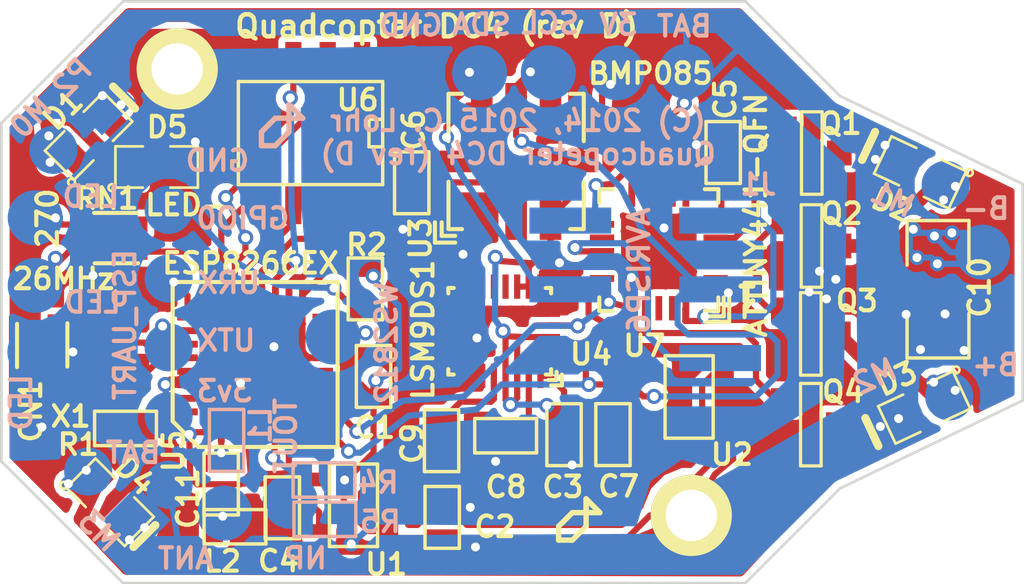
<source format=kicad_pcb>
(kicad_pcb (version 3) (host pcbnew "(2013-jul-07)-stable")

  (general
    (links 147)
    (no_connects 0)
    (area 45.325874 49.125999 83.340786 71.257716)
    (thickness 1.6)
    (drawings 42)
    (tracks 885)
    (zones 0)
    (modules 57)
    (nets 39)
  )

  (page User 139.7 139.7)
  (title_block 
    (title QUADCOPTER_DC)
    (rev D)
  )

  (layers
    (15 F.Cu signal)
    (0 B.Cu signal)
    (16 B.Adhes user)
    (17 F.Adhes user)
    (18 B.Paste user)
    (19 F.Paste user)
    (20 B.SilkS user hide)
    (21 F.SilkS user)
    (22 B.Mask user)
    (23 F.Mask user)
    (24 Dwgs.User user)
    (25 Cmts.User user)
    (26 Eco1.User user)
    (27 Eco2.User user)
    (28 Edge.Cuts user)
  )

  (setup
    (last_trace_width 0.2286)
    (trace_clearance 0.19812)
    (zone_clearance 0.254)
    (zone_45_only no)
    (trace_min 0.01778)
    (segment_width 0.2)
    (edge_width 0.1)
    (via_size 0.5588)
    (via_drill 0.3302)
    (via_min_size 0.5588)
    (via_min_drill 0.2032)
    (uvia_size 0.508)
    (uvia_drill 0.127)
    (uvias_allowed no)
    (uvia_min_size 0.01778)
    (uvia_min_drill 0.127)
    (pcb_text_width 0.3)
    (pcb_text_size 1.5 1.5)
    (mod_edge_width 0.15)
    (mod_text_size 0.762 0.762)
    (mod_text_width 0.1524)
    (pad_size 0.9 0.23)
    (pad_drill 0)
    (pad_to_mask_clearance 0.06858)
    (pad_to_paste_clearance -0.0254)
    (aux_axis_origin 0 0)
    (visible_elements FFFFFFFF)
    (pcbplotparams
      (layerselection 284721153)
      (usegerberextensions true)
      (excludeedgelayer false)
      (linewidth 0.150000)
      (plotframeref false)
      (viasonmask false)
      (mode 1)
      (useauxorigin false)
      (hpglpennumber 1)
      (hpglpenspeed 20)
      (hpglpendiameter 15)
      (hpglpenoverlay 2)
      (psnegative false)
      (psa4output false)
      (plotreference true)
      (plotvalue true)
      (plotothertext true)
      (plotinvisibletext false)
      (padsonsilk false)
      (subtractmaskfromsilk false)
      (outputformat 1)
      (mirror false)
      (drillshape 0)
      (scaleselection 1)
      (outputdirectory quadv4d))
  )

  (net 0 "")
  (net 1 +3.3V)
  (net 2 +3.3VP)
  (net 3 +BATT)
  (net 4 AVRMISO)
  (net 5 AVRRST)
  (net 6 GND)
  (net 7 GP5)
  (net 8 GPIO0)
  (net 9 GPIO2)
  (net 10 M0P)
  (net 11 M1P)
  (net 12 M2P)
  (net 13 M3P)
  (net 14 MTR0)
  (net 15 MTR1)
  (net 16 MTR2)
  (net 17 MTR3)
  (net 18 N-0000012)
  (net 19 N-0000013)
  (net 20 N-0000015)
  (net 21 N-0000016)
  (net 22 N-0000017)
  (net 23 N-0000018)
  (net 24 N-0000020)
  (net 25 N-0000021)
  (net 26 N-0000037)
  (net 27 N-0000040)
  (net 28 N-0000041)
  (net 29 N-0000051)
  (net 30 N-0000052)
  (net 31 N-0000053)
  (net 32 N-0000054)
  (net 33 N-000008)
  (net 34 SCL)
  (net 35 SDA)
  (net 36 TOUT)
  (net 37 URX)
  (net 38 UTX)

  (net_class Default "This is the default net class."
    (clearance 0.19812)
    (trace_width 0.2286)
    (via_dia 0.5588)
    (via_drill 0.3302)
    (uvia_dia 0.508)
    (uvia_drill 0.127)
    (add_net "")
    (add_net +3.3V)
    (add_net +3.3VP)
    (add_net +BATT)
    (add_net AVRMISO)
    (add_net AVRRST)
    (add_net GND)
    (add_net GP5)
    (add_net GPIO0)
    (add_net GPIO2)
    (add_net MTR0)
    (add_net MTR1)
    (add_net MTR2)
    (add_net MTR3)
    (add_net N-0000012)
    (add_net N-0000013)
    (add_net N-0000015)
    (add_net N-0000016)
    (add_net N-0000017)
    (add_net N-0000018)
    (add_net N-0000020)
    (add_net N-0000021)
    (add_net N-0000037)
    (add_net N-0000040)
    (add_net N-0000041)
    (add_net N-0000051)
    (add_net N-0000052)
    (add_net N-0000053)
    (add_net N-0000054)
    (add_net N-000008)
    (add_net SCL)
    (add_net SDA)
    (add_net TOUT)
    (add_net URX)
    (add_net UTX)
  )

  (net_class MP ""
    (clearance 0.2286)
    (trace_width 0.508)
    (via_dia 0.5588)
    (via_drill 0.3302)
    (uvia_dia 0.508)
    (uvia_drill 0.127)
    (add_net M0P)
    (add_net M1P)
    (add_net M2P)
    (add_net M3P)
  )

  (module QFN20 (layer F.Cu) (tedit 556F1F2F) (tstamp 54D2AE15)
    (at 69.74332 58.41746 180)
    (path /54D2AD06)
    (fp_text reference U7 (at 0.5334 -3.48742 180) (layer F.SilkS)
      (effects (font (size 0.762 0.762) (thickness 0.1524)))
    )
    (fp_text value ATTINY441-QFN (at -3.58648 1.34366 270) (layer F.SilkS)
      (effects (font (size 0.762 0.762) (thickness 0.1524)))
    )
    (fp_line (start -1.7 -2.6) (end -2.6 -2.6) (layer F.SilkS) (width 0.15))
    (fp_line (start -2.6 -2.6) (end -2.6 -1.7) (layer F.SilkS) (width 0.15))
    (fp_line (start -1.7 -2.4) (end -1.8 -2.4) (layer F.SilkS) (width 0.15))
    (fp_line (start -2.4 -1.7) (end -2.4 -2.4) (layer F.SilkS) (width 0.15))
    (fp_line (start -2.4 -2.4) (end -1.8 -2.4) (layer F.SilkS) (width 0.15))
    (fp_line (start -2.2 1.8) (end -2.2 2.3) (layer F.SilkS) (width 0.15))
    (fp_line (start -2.2 2.3) (end -1.7 2.3) (layer F.SilkS) (width 0.15))
    (fp_line (start 2.2 2.3) (end 1.7 2.3) (layer F.SilkS) (width 0.15))
    (fp_line (start 2.2 2.3) (end 2.2 1.8) (layer F.SilkS) (width 0.15))
    (fp_line (start 1.7 -2.2) (end 2.2 -2.2) (layer F.SilkS) (width 0.15))
    (fp_line (start 2.2 -2.2) (end 2.2 -1.7) (layer F.SilkS) (width 0.15))
    (fp_line (start -2.2 -2.2) (end -2.2 -1.7) (layer F.SilkS) (width 0.15))
    (fp_line (start -2.2 -2.2) (end -1.7 -2.2) (layer F.SilkS) (width 0.15))
    (pad 21 smd rect (at 0 0 180) (size 2.75 2.75)
      (layers F.Cu F.Paste F.Mask)
      (net 6 GND)
    )
    (pad 1 smd rect (at -2.1 -1 180) (size 0.9 0.25)
      (layers F.Cu F.Paste F.Mask)
      (net 34 SCL)
    )
    (pad 2 smd rect (at -2.1 -0.5 180) (size 0.9 0.25)
      (layers F.Cu F.Paste F.Mask)
      (net 16 MTR2)
    )
    (pad 3 smd rect (at -2.1 0 180) (size 0.9 0.25)
      (layers F.Cu F.Paste F.Mask)
      (net 15 MTR1)
    )
    (pad 4 smd rect (at -2.1 0.5 180) (size 0.9 0.25)
      (layers F.Cu F.Paste F.Mask)
      (net 14 MTR0)
    )
    (pad 5 smd rect (at -2.1 1 180) (size 0.9 0.25)
      (layers F.Cu F.Paste F.Mask)
      (net 26 N-0000037)
    )
    (pad 6 smd rect (at -1 2.1 270) (size 0.9 0.25)
      (layers F.Cu F.Paste F.Mask)
    )
    (pad 7 smd rect (at -0.5 2.1 270) (size 0.9 0.25)
      (layers F.Cu F.Paste F.Mask)
    )
    (pad 8 smd rect (at 0 2.1 270) (size 0.9 0.25)
      (layers F.Cu F.Paste F.Mask)
      (net 6 GND)
    )
    (pad 9 smd rect (at 0.5 2.1 270) (size 0.9 0.25)
      (layers F.Cu F.Paste F.Mask)
      (net 3 +BATT)
    )
    (pad 10 smd rect (at 1 2.1 270) (size 0.9 0.25)
      (layers F.Cu F.Paste F.Mask)
    )
    (pad 11 smd rect (at 2.1 1) (size 0.9 0.25)
      (layers F.Cu F.Paste F.Mask)
    )
    (pad 12 smd rect (at 2.1 0.5) (size 0.9 0.25)
      (layers F.Cu F.Paste F.Mask)
    )
    (pad 13 smd rect (at 2.1 0) (size 0.9 0.25)
      (layers F.Cu F.Paste F.Mask)
      (net 5 AVRRST)
    )
    (pad 14 smd rect (at 2.1 -0.5) (size 0.9 0.25)
      (layers F.Cu F.Paste F.Mask)
    )
    (pad 15 smd rect (at 2.1 -1) (size 0.9 0.25)
      (layers F.Cu F.Paste F.Mask)
      (net 17 MTR3)
    )
    (pad 16 smd rect (at 1 -2.1 90) (size 0.9 0.25)
      (layers F.Cu F.Paste F.Mask)
      (net 35 SDA)
    )
    (pad 17 smd rect (at 0.5 -2.1 90) (size 0.9 0.25)
      (layers F.Cu F.Paste F.Mask)
    )
    (pad 18 smd rect (at 0 -2.1 90) (size 0.9 0.25)
      (layers F.Cu F.Paste F.Mask)
    )
    (pad 19 smd rect (at -0.5 -2.1 90) (size 0.9 0.25)
      (layers F.Cu F.Paste F.Mask)
    )
    (pad 20 smd rect (at -1 -2.1 90) (size 0.9 0.25)
      (layers F.Cu F.Paste F.Mask)
      (net 4 AVRMISO)
    )
  )

  (module RIBBON6SMT (layer B.Cu) (tedit 54D42B8C) (tstamp 54A256B2)
    (at 66.4718 57.27954 270)
    (path /54D2B64E)
    (fp_text reference J1 (at -1.33604 -6.9469 360) (layer B.SilkS)
      (effects (font (size 0.762 0.762) (thickness 0.1524)) (justify mirror))
    )
    (fp_text value AVRISP6 (at 1.85166 -2.54 270) (layer B.SilkS)
      (effects (font (size 0.762 0.762) (thickness 0.1524)) (justify mirror))
    )
    (pad 2 smd rect (at 0 0 270) (size 0.9652 3.0226)
      (layers B.Cu B.Paste B.Mask)
      (net 3 +BATT)
    )
    (pad 4 smd rect (at 2.54 0 270) (size 0.9652 3.0226)
      (layers B.Cu B.Paste B.Mask)
      (net 35 SDA)
    )
    (pad 6 smd rect (at 5.08 0 270) (size 0.9652 3.0226)
      (layers B.Cu B.Paste B.Mask)
      (net 6 GND)
    )
    (pad 1 smd rect (at 0 -5.5372 270) (size 0.9652 3.0226)
      (layers B.Cu B.Paste B.Mask)
      (net 4 AVRMISO)
    )
    (pad 3 smd rect (at 2.54 -5.5372 270) (size 0.9652 3.0226)
      (layers B.Cu B.Paste B.Mask)
      (net 34 SCL)
    )
    (pad 5 smd rect (at 5.08 -5.5372 270) (size 0.9652 3.0226)
      (layers B.Cu B.Paste B.Mask)
      (net 5 AVRRST)
    )
  )

  (module XTAL4P (layer F.Cu) (tedit 556F2137) (tstamp 54D42D43)
    (at 50.31486 60.61456 270)
    (path /54A196FB)
    (fp_text reference X1 (at 3.90144 2.30886 360) (layer F.SilkS)
      (effects (font (size 0.762 0.762) (thickness 0.1524)))
    )
    (fp_text value 26MHz (at -1.18094 2.56752 360) (layer F.SilkS)
      (effects (font (size 0.762 0.762) (thickness 0.1524)))
    )
    (pad 4 smd rect (at 0 0 270) (size 1.397 1.1938)
      (layers F.Cu F.Paste F.Mask)
      (net 6 GND)
    )
    (pad 1 smd rect (at 0 1.7018 270) (size 1.397 1.1938)
      (layers F.Cu F.Paste F.Mask)
      (net 21 N-0000016)
    )
    (pad 3 smd rect (at 2.286 1.7018 270) (size 1.397 1.1938)
      (layers F.Cu F.Paste F.Mask)
      (net 6 GND)
    )
    (pad 2 smd rect (at 2.286 0 270) (size 1.397 1.1938)
      (layers F.Cu F.Paste F.Mask)
      (net 19 N-0000013)
    )
  )

  (module SOT23GDS (layer F.Cu) (tedit 54D38F9A) (tstamp 54D386EF)
    (at 75.3872 58.2168 90)
    (descr "Module CMS SOT23 Transistore EBC")
    (tags "CMS SOT")
    (path /54A1CC49)
    (attr smd)
    (fp_text reference Q2 (at 1.1938 1.1176 180) (layer F.SilkS)
      (effects (font (size 0.762 0.762) (thickness 0.1524)))
    )
    (fp_text value 7A_20V (at 0 0 90) (layer F.SilkS) hide
      (effects (font (size 0.762 0.762) (thickness 0.1524)))
    )
    (fp_line (start -1.524 -0.381) (end 1.524 -0.381) (layer F.SilkS) (width 0.11938))
    (fp_line (start 1.524 -0.381) (end 1.524 0.381) (layer F.SilkS) (width 0.11938))
    (fp_line (start 1.524 0.381) (end -1.524 0.381) (layer F.SilkS) (width 0.11938))
    (fp_line (start -1.524 0.381) (end -1.524 -0.381) (layer F.SilkS) (width 0.11938))
    (pad S smd rect (at -0.889 -1.016 90) (size 0.9144 0.9144)
      (layers F.Cu F.Paste F.Mask)
      (net 6 GND)
    )
    (pad G smd rect (at 0.889 -1.016 90) (size 0.9144 0.9144)
      (layers F.Cu F.Paste F.Mask)
      (net 15 MTR1)
    )
    (pad D smd rect (at 0 1.016 90) (size 0.9144 0.9144)
      (layers F.Cu F.Paste F.Mask)
      (net 11 M1P)
    )
    (model smd/cms_sot23.wrl
      (at (xyz 0 0 0))
      (scale (xyz 0.13 0.15 0.15))
      (rotate (xyz 0 0 0))
    )
  )

  (module SOT23GDS (layer F.Cu) (tedit 54D38F9F) (tstamp 54A255A8)
    (at 75.39736 54.78272 90)
    (descr "Module CMS SOT23 Transistore EBC")
    (tags "CMS SOT")
    (path /54A1CC26)
    (attr smd)
    (fp_text reference Q1 (at 1.08712 1.06934 180) (layer F.SilkS)
      (effects (font (size 0.762 0.762) (thickness 0.1524)))
    )
    (fp_text value 7A_20V (at 0 0 90) (layer F.SilkS) hide
      (effects (font (size 0.762 0.762) (thickness 0.1524)))
    )
    (fp_line (start -1.524 -0.381) (end 1.524 -0.381) (layer F.SilkS) (width 0.11938))
    (fp_line (start 1.524 -0.381) (end 1.524 0.381) (layer F.SilkS) (width 0.11938))
    (fp_line (start 1.524 0.381) (end -1.524 0.381) (layer F.SilkS) (width 0.11938))
    (fp_line (start -1.524 0.381) (end -1.524 -0.381) (layer F.SilkS) (width 0.11938))
    (pad S smd rect (at -0.889 -1.016 90) (size 0.9144 0.9144)
      (layers F.Cu F.Paste F.Mask)
      (net 6 GND)
    )
    (pad G smd rect (at 0.889 -1.016 90) (size 0.9144 0.9144)
      (layers F.Cu F.Paste F.Mask)
      (net 14 MTR0)
    )
    (pad D smd rect (at 0 1.016 90) (size 0.9144 0.9144)
      (layers F.Cu F.Paste F.Mask)
      (net 10 M0P)
    )
    (model smd/cms_sot23.wrl
      (at (xyz 0 0 0))
      (scale (xyz 0.13 0.15 0.15))
      (rotate (xyz 0 0 0))
    )
  )

  (module SOT23GDS (layer F.Cu) (tedit 556DF255) (tstamp 54D386E3)
    (at 75.3618 61.468 90)
    (descr "Module CMS SOT23 Transistore EBC")
    (tags "CMS SOT")
    (path /54A1CC7A)
    (attr smd)
    (fp_text reference Q3 (at 1.2192 1.7018 180) (layer F.SilkS)
      (effects (font (size 0.762 0.762) (thickness 0.1524)))
    )
    (fp_text value 7A_20V (at 0 0 90) (layer F.SilkS) hide
      (effects (font (size 0.762 0.762) (thickness 0.1524)))
    )
    (fp_line (start -1.524 -0.381) (end 1.524 -0.381) (layer F.SilkS) (width 0.11938))
    (fp_line (start 1.524 -0.381) (end 1.524 0.381) (layer F.SilkS) (width 0.11938))
    (fp_line (start 1.524 0.381) (end -1.524 0.381) (layer F.SilkS) (width 0.11938))
    (fp_line (start -1.524 0.381) (end -1.524 -0.381) (layer F.SilkS) (width 0.11938))
    (pad S smd rect (at -0.889 -1.016 90) (size 0.9144 0.9144)
      (layers F.Cu F.Paste F.Mask)
      (net 6 GND)
    )
    (pad G smd rect (at 0.889 -1.016 90) (size 0.9144 0.9144)
      (layers F.Cu F.Paste F.Mask)
      (net 16 MTR2)
    )
    (pad D smd rect (at 0 1.016 90) (size 0.9144 0.9144)
      (layers F.Cu F.Paste F.Mask)
      (net 12 M2P)
    )
    (model smd/cms_sot23.wrl
      (at (xyz 0 0 0))
      (scale (xyz 0.13 0.15 0.15))
      (rotate (xyz 0 0 0))
    )
  )

  (module SOT23GDS (layer F.Cu) (tedit 54D38F98) (tstamp 54D386D7)
    (at 75.3618 64.8208 90)
    (descr "Module CMS SOT23 Transistore EBC")
    (tags "CMS SOT")
    (path /54A1CC80)
    (attr smd)
    (fp_text reference Q4 (at 1.2192 1.1938 180) (layer F.SilkS)
      (effects (font (size 0.762 0.762) (thickness 0.1524)))
    )
    (fp_text value 7A_20V (at 0 0 90) (layer F.SilkS) hide
      (effects (font (size 0.762 0.762) (thickness 0.1524)))
    )
    (fp_line (start -1.524 -0.381) (end 1.524 -0.381) (layer F.SilkS) (width 0.11938))
    (fp_line (start 1.524 -0.381) (end 1.524 0.381) (layer F.SilkS) (width 0.11938))
    (fp_line (start 1.524 0.381) (end -1.524 0.381) (layer F.SilkS) (width 0.11938))
    (fp_line (start -1.524 0.381) (end -1.524 -0.381) (layer F.SilkS) (width 0.11938))
    (pad S smd rect (at -0.889 -1.016 90) (size 0.9144 0.9144)
      (layers F.Cu F.Paste F.Mask)
      (net 6 GND)
    )
    (pad G smd rect (at 0.889 -1.016 90) (size 0.9144 0.9144)
      (layers F.Cu F.Paste F.Mask)
      (net 17 MTR3)
    )
    (pad D smd rect (at 0 1.016 90) (size 0.9144 0.9144)
      (layers F.Cu F.Paste F.Mask)
      (net 13 M3P)
    )
    (model smd/cms_sot23.wrl
      (at (xyz 0 0 0))
      (scale (xyz 0.13 0.15 0.15))
      (rotate (xyz 0 0 0))
    )
  )

  (module SOT23-5 (layer F.Cu) (tedit 54D446B3) (tstamp 54D44403)
    (at 70.8637 63.7965 90)
    (path /54A1BF25)
    (attr smd)
    (fp_text reference U2 (at -2.1295 1.5803 180) (layer F.SilkS)
      (effects (font (size 0.762 0.762) (thickness 0.1524)))
    )
    (fp_text value MCP1824/3.0 (at 0 0 90) (layer F.SilkS) hide
      (effects (font (size 0.762 0.762) (thickness 0.1524)))
    )
    (fp_line (start 1.524 -0.889) (end 1.524 0.889) (layer F.SilkS) (width 0.127))
    (fp_line (start 1.524 0.889) (end -1.524 0.889) (layer F.SilkS) (width 0.127))
    (fp_line (start -1.524 0.889) (end -1.524 -0.889) (layer F.SilkS) (width 0.127))
    (fp_line (start -1.524 -0.889) (end 1.524 -0.889) (layer F.SilkS) (width 0.127))
    (pad 1 smd rect (at -0.9525 1.27 90) (size 0.508 0.762)
      (layers F.Cu F.Paste F.Mask)
      (net 3 +BATT)
    )
    (pad 3 smd rect (at 0.9525 1.27 90) (size 0.508 0.762)
      (layers F.Cu F.Paste F.Mask)
      (net 3 +BATT)
    )
    (pad 5 smd rect (at -0.9525 -1.27 90) (size 0.508 0.762)
      (layers F.Cu F.Paste F.Mask)
      (net 2 +3.3VP)
    )
    (pad 2 smd rect (at 0 1.27 90) (size 0.508 0.762)
      (layers F.Cu F.Paste F.Mask)
      (net 6 GND)
    )
    (pad 4 smd rect (at 0.9525 -1.27 90) (size 0.508 0.762)
      (layers F.Cu F.Paste F.Mask)
    )
    (model smd/SOT23_5.wrl
      (at (xyz 0 0 0))
      (scale (xyz 0.1 0.1 0.1))
      (rotate (xyz 0 0 0))
    )
  )

  (module SOT23-5 (layer F.Cu) (tedit 556F19BE) (tstamp 54A255D8)
    (at 58.4581 67.80022 90)
    (path /54A1AD3D)
    (attr smd)
    (fp_text reference U1 (at -2.18186 1.21158 180) (layer F.SilkS)
      (effects (font (size 0.762 0.762) (thickness 0.1524)))
    )
    (fp_text value MCP1824/3.0 (at -2.12598 3.1877 180) (layer F.SilkS) hide
      (effects (font (size 0.762 0.762) (thickness 0.1524)))
    )
    (fp_line (start 1.524 -0.889) (end 1.524 0.889) (layer F.SilkS) (width 0.127))
    (fp_line (start 1.524 0.889) (end -1.524 0.889) (layer F.SilkS) (width 0.127))
    (fp_line (start -1.524 0.889) (end -1.524 -0.889) (layer F.SilkS) (width 0.127))
    (fp_line (start -1.524 -0.889) (end 1.524 -0.889) (layer F.SilkS) (width 0.127))
    (pad 1 smd rect (at -0.9525 1.27 90) (size 0.508 0.762)
      (layers F.Cu F.Paste F.Mask)
      (net 3 +BATT)
    )
    (pad 3 smd rect (at 0.9525 1.27 90) (size 0.508 0.762)
      (layers F.Cu F.Paste F.Mask)
      (net 3 +BATT)
    )
    (pad 5 smd rect (at -0.9525 -1.27 90) (size 0.508 0.762)
      (layers F.Cu F.Paste F.Mask)
      (net 1 +3.3V)
    )
    (pad 2 smd rect (at 0 1.27 90) (size 0.508 0.762)
      (layers F.Cu F.Paste F.Mask)
      (net 6 GND)
    )
    (pad 4 smd rect (at 0.9525 -1.27 90) (size 0.508 0.762)
      (layers F.Cu F.Paste F.Mask)
    )
    (model smd/SOT23_5.wrl
      (at (xyz 0 0 0))
      (scale (xyz 0.1 0.1 0.1))
      (rotate (xyz 0 0 0))
    )
  )

  (module SO8E (layer F.Cu) (tedit 54D390E3) (tstamp 54A255EC)
    (at 56.8706 54.04358 180)
    (descr "module CMS SOJ 8 pins etroit")
    (tags "CMS SOJ")
    (path /54A19351)
    (attr smd)
    (fp_text reference U6 (at -1.7421 1.2237 180) (layer F.SilkS)
      (effects (font (size 0.762 0.762) (thickness 0.1524)))
    )
    (fp_text value W25Q80DV (at -0.38356 0.189 180) (layer F.SilkS) hide
      (effects (font (size 0.762 0.762) (thickness 0.1524)))
    )
    (fp_line (start -2.667 1.778) (end -2.667 1.905) (layer F.SilkS) (width 0.127))
    (fp_line (start -2.667 1.905) (end 2.667 1.905) (layer F.SilkS) (width 0.127))
    (fp_line (start 2.667 -1.905) (end -2.667 -1.905) (layer F.SilkS) (width 0.127))
    (fp_line (start -2.667 -1.905) (end -2.667 1.778) (layer F.SilkS) (width 0.127))
    (fp_line (start -2.667 -0.508) (end -2.159 -0.508) (layer F.SilkS) (width 0.127))
    (fp_line (start -2.159 -0.508) (end -2.159 0.508) (layer F.SilkS) (width 0.127))
    (fp_line (start -2.159 0.508) (end -2.667 0.508) (layer F.SilkS) (width 0.127))
    (fp_line (start 2.667 -1.905) (end 2.667 1.905) (layer F.SilkS) (width 0.127))
    (pad 8 smd rect (at -1.905 -2.667 180) (size 0.59944 1.39954)
      (layers F.Cu F.Paste F.Mask)
      (net 1 +3.3V)
    )
    (pad 1 smd rect (at -1.905 2.667 180) (size 0.59944 1.39954)
      (layers F.Cu F.Paste F.Mask)
      (net 31 N-0000053)
    )
    (pad 7 smd rect (at -0.635 -2.667 180) (size 0.59944 1.39954)
      (layers F.Cu F.Paste F.Mask)
      (net 30 N-0000052)
    )
    (pad 6 smd rect (at 0.635 -2.667 180) (size 0.59944 1.39954)
      (layers F.Cu F.Paste F.Mask)
      (net 32 N-0000054)
    )
    (pad 5 smd rect (at 1.905 -2.667 180) (size 0.59944 1.39954)
      (layers F.Cu F.Paste F.Mask)
      (net 28 N-0000041)
    )
    (pad 2 smd rect (at -0.635 2.667 180) (size 0.59944 1.39954)
      (layers F.Cu F.Paste F.Mask)
      (net 27 N-0000040)
    )
    (pad 3 smd rect (at 0.635 2.667 180) (size 0.59944 1.39954)
      (layers F.Cu F.Paste F.Mask)
      (net 29 N-0000051)
    )
    (pad 4 smd rect (at 1.905 2.667 180) (size 0.59944 1.39954)
      (layers F.Cu F.Paste F.Mask)
      (net 6 GND)
    )
    (model smd/cms_so8.wrl
      (at (xyz 0 0 0))
      (scale (xyz 0.5 0.32 0.5))
      (rotate (xyz 0 0 0))
    )
  )

  (module SM1206 (layer F.Cu) (tedit 54A2F60C) (tstamp 54A255F8)
    (at 80.0608 59.817 90)
    (path /54A1B79D)
    (attr smd)
    (fp_text reference C10 (at 0.071 1.5352 90) (layer F.SilkS)
      (effects (font (size 0.762 0.762) (thickness 0.1524)))
    )
    (fp_text value 100uF (at 0 0 90) (layer F.SilkS) hide
      (effects (font (size 0.762 0.762) (thickness 0.1524)))
    )
    (fp_line (start -2.54 -1.143) (end -2.54 1.143) (layer F.SilkS) (width 0.127))
    (fp_line (start -2.54 1.143) (end -0.889 1.143) (layer F.SilkS) (width 0.127))
    (fp_line (start 0.889 -1.143) (end 2.54 -1.143) (layer F.SilkS) (width 0.127))
    (fp_line (start 2.54 -1.143) (end 2.54 1.143) (layer F.SilkS) (width 0.127))
    (fp_line (start 2.54 1.143) (end 0.889 1.143) (layer F.SilkS) (width 0.127))
    (fp_line (start -0.889 -1.143) (end -2.54 -1.143) (layer F.SilkS) (width 0.127))
    (pad 1 smd rect (at -1.651 0 90) (size 1.524 2.032)
      (layers F.Cu F.Paste F.Mask)
      (net 3 +BATT)
    )
    (pad 2 smd rect (at 1.651 0 90) (size 1.524 2.032)
      (layers F.Cu F.Paste F.Mask)
      (net 6 GND)
    )
    (model smd/chip_cms.wrl
      (at (xyz 0 0 0))
      (scale (xyz 0.17 0.16 0.16))
      (rotate (xyz 0 0 0))
    )
  )

  (module SM0603 (layer F.Cu) (tedit 556F172A) (tstamp 54A2F4B1)
    (at 54.07914 68.59524)
    (path /54A24CA4)
    (attr smd)
    (fp_text reference L2 (at -0.45974 1.27762) (layer F.SilkS)
      (effects (font (size 0.762 0.762) (thickness 0.1524)))
    )
    (fp_text value NP (at 0 0) (layer F.SilkS) hide
      (effects (font (size 0.762 0.762) (thickness 0.1524)))
    )
    (fp_line (start -1.143 -0.635) (end 1.143 -0.635) (layer F.SilkS) (width 0.127))
    (fp_line (start 1.143 -0.635) (end 1.143 0.635) (layer F.SilkS) (width 0.127))
    (fp_line (start 1.143 0.635) (end -1.143 0.635) (layer F.SilkS) (width 0.127))
    (fp_line (start -1.143 0.635) (end -1.143 -0.635) (layer F.SilkS) (width 0.127))
    (pad 1 smd rect (at -0.762 0) (size 0.635 1.143)
      (layers F.Cu F.Paste F.Mask)
      (net 18 N-0000012)
    )
    (pad 2 smd rect (at 0.762 0) (size 0.635 1.143)
      (layers F.Cu F.Paste F.Mask)
      (net 6 GND)
    )
    (model smd\resistors\R0603.wrl
      (at (xyz 0 0 0.001))
      (scale (xyz 0.5 0.5 0.5))
      (rotate (xyz 0 0 0))
    )
  )

  (module SM0603 (layer F.Cu) (tedit 556DF26B) (tstamp 54A2562C)
    (at 64.08166 65.22974)
    (path /54A1C074)
    (attr smd)
    (fp_text reference C8 (at 0.01524 1.88976) (layer F.SilkS)
      (effects (font (size 0.762 0.762) (thickness 0.1524)))
    )
    (fp_text value .1u (at 0 0) (layer F.SilkS) hide
      (effects (font (size 0.762 0.762) (thickness 0.1524)))
    )
    (fp_line (start -1.143 -0.635) (end 1.143 -0.635) (layer F.SilkS) (width 0.127))
    (fp_line (start 1.143 -0.635) (end 1.143 0.635) (layer F.SilkS) (width 0.127))
    (fp_line (start 1.143 0.635) (end -1.143 0.635) (layer F.SilkS) (width 0.127))
    (fp_line (start -1.143 0.635) (end -1.143 -0.635) (layer F.SilkS) (width 0.127))
    (pad 1 smd rect (at -0.762 0) (size 0.635 1.143)
      (layers F.Cu F.Paste F.Mask)
      (net 6 GND)
    )
    (pad 2 smd rect (at 0.762 0) (size 0.635 1.143)
      (layers F.Cu F.Paste F.Mask)
      (net 22 N-0000017)
    )
    (model smd\resistors\R0603.wrl
      (at (xyz 0 0 0.001))
      (scale (xyz 0.5 0.5 0.5))
      (rotate (xyz 0 0 0))
    )
  )

  (module SM0603 (layer F.Cu) (tedit 556DF269) (tstamp 54A25636)
    (at 68.0496 65.1888 270)
    (path /54A1BB6C)
    (attr smd)
    (fp_text reference C7 (at 1.91292 -0.20782 360) (layer F.SilkS)
      (effects (font (size 0.762 0.762) (thickness 0.1524)))
    )
    (fp_text value .1u (at 0 0 270) (layer F.SilkS) hide
      (effects (font (size 0.762 0.762) (thickness 0.1524)))
    )
    (fp_line (start -1.143 -0.635) (end 1.143 -0.635) (layer F.SilkS) (width 0.127))
    (fp_line (start 1.143 -0.635) (end 1.143 0.635) (layer F.SilkS) (width 0.127))
    (fp_line (start 1.143 0.635) (end -1.143 0.635) (layer F.SilkS) (width 0.127))
    (fp_line (start -1.143 0.635) (end -1.143 -0.635) (layer F.SilkS) (width 0.127))
    (pad 1 smd rect (at -0.762 0 270) (size 0.635 1.143)
      (layers F.Cu F.Paste F.Mask)
      (net 2 +3.3VP)
    )
    (pad 2 smd rect (at 0.762 0 270) (size 0.635 1.143)
      (layers F.Cu F.Paste F.Mask)
      (net 6 GND)
    )
    (model smd\resistors\R0603.wrl
      (at (xyz 0 0 0.001))
      (scale (xyz 0.5 0.5 0.5))
      (rotate (xyz 0 0 0))
    )
  )

  (module SM0603 (layer F.Cu) (tedit 556F19B3) (tstamp 54A25640)
    (at 61.71438 65.41262 90)
    (path /54A1B986)
    (attr smd)
    (fp_text reference C9 (at -0.10668 -1.08458 90) (layer F.SilkS)
      (effects (font (size 0.762 0.762) (thickness 0.1524)))
    )
    (fp_text value 10nF (at 0 0 90) (layer F.SilkS) hide
      (effects (font (size 0.762 0.762) (thickness 0.1524)))
    )
    (fp_line (start -1.143 -0.635) (end 1.143 -0.635) (layer F.SilkS) (width 0.127))
    (fp_line (start 1.143 -0.635) (end 1.143 0.635) (layer F.SilkS) (width 0.127))
    (fp_line (start 1.143 0.635) (end -1.143 0.635) (layer F.SilkS) (width 0.127))
    (fp_line (start -1.143 0.635) (end -1.143 -0.635) (layer F.SilkS) (width 0.127))
    (pad 1 smd rect (at -0.762 0 90) (size 0.635 1.143)
      (layers F.Cu F.Paste F.Mask)
      (net 6 GND)
    )
    (pad 2 smd rect (at 0.762 0 90) (size 0.635 1.143)
      (layers F.Cu F.Paste F.Mask)
      (net 23 N-0000018)
    )
    (model smd\resistors\R0603.wrl
      (at (xyz 0 0 0.001))
      (scale (xyz 0.5 0.5 0.5))
      (rotate (xyz 0 0 0))
    )
  )

  (module SM0603 (layer F.Cu) (tedit 54A2F2D3) (tstamp 54A25654)
    (at 60.6108 55.8822 90)
    (path /54A1CC50)
    (attr smd)
    (fp_text reference C6 (at 1.951 0.0746 90) (layer F.SilkS)
      (effects (font (size 0.762 0.762) (thickness 0.1524)))
    )
    (fp_text value .1u (at 0 0 90) (layer F.SilkS) hide
      (effects (font (size 0.762 0.762) (thickness 0.1524)))
    )
    (fp_line (start -1.143 -0.635) (end 1.143 -0.635) (layer F.SilkS) (width 0.127))
    (fp_line (start 1.143 -0.635) (end 1.143 0.635) (layer F.SilkS) (width 0.127))
    (fp_line (start 1.143 0.635) (end -1.143 0.635) (layer F.SilkS) (width 0.127))
    (fp_line (start -1.143 0.635) (end -1.143 -0.635) (layer F.SilkS) (width 0.127))
    (pad 1 smd rect (at -0.762 0 90) (size 0.635 1.143)
      (layers F.Cu F.Paste F.Mask)
      (net 6 GND)
    )
    (pad 2 smd rect (at 0.762 0 90) (size 0.635 1.143)
      (layers F.Cu F.Paste F.Mask)
      (net 2 +3.3VP)
    )
    (model smd\resistors\R0603.wrl
      (at (xyz 0 0 0.001))
      (scale (xyz 0.5 0.5 0.5))
      (rotate (xyz 0 0 0))
    )
  )

  (module SM0603 (layer F.Cu) (tedit 556F0F93) (tstamp 54A2565E)
    (at 72.1233 54.7624 270)
    (path /54A21727)
    (attr smd)
    (fp_text reference C5 (at -1.97866 -0.0762 270) (layer F.SilkS)
      (effects (font (size 0.762 0.762) (thickness 0.1524)))
    )
    (fp_text value 1u (at 0 0 270) (layer F.SilkS) hide
      (effects (font (size 0.762 0.762) (thickness 0.1524)))
    )
    (fp_line (start -1.143 -0.635) (end 1.143 -0.635) (layer F.SilkS) (width 0.127))
    (fp_line (start 1.143 -0.635) (end 1.143 0.635) (layer F.SilkS) (width 0.127))
    (fp_line (start 1.143 0.635) (end -1.143 0.635) (layer F.SilkS) (width 0.127))
    (fp_line (start -1.143 0.635) (end -1.143 -0.635) (layer F.SilkS) (width 0.127))
    (pad 1 smd rect (at -0.762 0 270) (size 0.635 1.143)
      (layers F.Cu F.Paste F.Mask)
      (net 6 GND)
    )
    (pad 2 smd rect (at 0.762 0 270) (size 0.635 1.143)
      (layers F.Cu F.Paste F.Mask)
      (net 26 N-0000037)
    )
    (model smd\resistors\R0603.wrl
      (at (xyz 0 0 0.001))
      (scale (xyz 0.5 0.5 0.5))
      (rotate (xyz 0 0 0))
    )
  )

  (module SM0603 (layer F.Cu) (tedit 556DF267) (tstamp 54A25668)
    (at 66.24066 65.19164 270)
    (path /54A1BF47)
    (attr smd)
    (fp_text reference C3 (at 1.92786 0.04572 360) (layer F.SilkS)
      (effects (font (size 0.762 0.762) (thickness 0.1524)))
    )
    (fp_text value 10uF (at 0 0 270) (layer F.SilkS) hide
      (effects (font (size 0.762 0.762) (thickness 0.1524)))
    )
    (fp_line (start -1.143 -0.635) (end 1.143 -0.635) (layer F.SilkS) (width 0.127))
    (fp_line (start 1.143 -0.635) (end 1.143 0.635) (layer F.SilkS) (width 0.127))
    (fp_line (start 1.143 0.635) (end -1.143 0.635) (layer F.SilkS) (width 0.127))
    (fp_line (start -1.143 0.635) (end -1.143 -0.635) (layer F.SilkS) (width 0.127))
    (pad 1 smd rect (at -0.762 0 270) (size 0.635 1.143)
      (layers F.Cu F.Paste F.Mask)
      (net 2 +3.3VP)
    )
    (pad 2 smd rect (at 0.762 0 270) (size 0.635 1.143)
      (layers F.Cu F.Paste F.Mask)
      (net 6 GND)
    )
    (model smd\resistors\R0603.wrl
      (at (xyz 0 0 0.001))
      (scale (xyz 0.5 0.5 0.5))
      (rotate (xyz 0 0 0))
    )
  )

  (module SM0603 (layer B.Cu) (tedit 5568BEE7) (tstamp 54D42CF6)
    (at 53.76672 65.40246 90)
    (path /54A24F6F)
    (attr smd)
    (fp_text reference L1 (at 0.55626 1.25476 90) (layer B.SilkS)
      (effects (font (size 0.762 0.762) (thickness 0.1524)) (justify mirror))
    )
    (fp_text value NP (at -0.15494 1.02108 90) (layer B.SilkS) hide
      (effects (font (size 0.762 0.762) (thickness 0.1524)) (justify mirror))
    )
    (fp_line (start -1.143 0.635) (end 1.143 0.635) (layer B.SilkS) (width 0.127))
    (fp_line (start 1.143 0.635) (end 1.143 -0.635) (layer B.SilkS) (width 0.127))
    (fp_line (start 1.143 -0.635) (end -1.143 -0.635) (layer B.SilkS) (width 0.127))
    (fp_line (start -1.143 -0.635) (end -1.143 0.635) (layer B.SilkS) (width 0.127))
    (pad 1 smd rect (at -0.762 0 90) (size 0.635 1.143)
      (layers B.Cu B.Paste B.Mask)
      (net 33 N-000008)
    )
    (pad 2 smd rect (at 0.762 0 90) (size 0.635 1.143)
      (layers B.Cu B.Paste B.Mask)
      (net 6 GND)
    )
    (model smd\resistors\R0603.wrl
      (at (xyz 0 0 0.001))
      (scale (xyz 0.5 0.5 0.5))
      (rotate (xyz 0 0 0))
    )
  )

  (module SM0603 (layer F.Cu) (tedit 556F19B5) (tstamp 54A2567C)
    (at 59.19978 63.03772 90)
    (path /54A1B797)
    (attr smd)
    (fp_text reference C1 (at -1.89484 0.04318 180) (layer F.SilkS)
      (effects (font (size 0.762 0.762) (thickness 0.1524)))
    )
    (fp_text value 10uF (at 0 0 90) (layer F.SilkS) hide
      (effects (font (size 0.762 0.762) (thickness 0.1524)))
    )
    (fp_line (start -1.143 -0.635) (end 1.143 -0.635) (layer F.SilkS) (width 0.127))
    (fp_line (start 1.143 -0.635) (end 1.143 0.635) (layer F.SilkS) (width 0.127))
    (fp_line (start 1.143 0.635) (end -1.143 0.635) (layer F.SilkS) (width 0.127))
    (fp_line (start -1.143 0.635) (end -1.143 -0.635) (layer F.SilkS) (width 0.127))
    (pad 1 smd rect (at -0.762 0 90) (size 0.635 1.143)
      (layers F.Cu F.Paste F.Mask)
      (net 1 +3.3V)
    )
    (pad 2 smd rect (at 0.762 0 90) (size 0.635 1.143)
      (layers F.Cu F.Paste F.Mask)
      (net 6 GND)
    )
    (model smd\resistors\R0603.wrl
      (at (xyz 0 0 0.001))
      (scale (xyz 0.5 0.5 0.5))
      (rotate (xyz 0 0 0))
    )
  )

  (module SM0603 (layer F.Cu) (tedit 5568CE3B) (tstamp 54A25686)
    (at 61.73724 68.24726 90)
    (path /54A1B774)
    (attr smd)
    (fp_text reference C2 (at -0.34798 1.95072 180) (layer F.SilkS)
      (effects (font (size 0.762 0.762) (thickness 0.1524)))
    )
    (fp_text value 10uF (at 0 0 90) (layer F.SilkS) hide
      (effects (font (size 0.762 0.762) (thickness 0.1524)))
    )
    (fp_line (start -1.143 -0.635) (end 1.143 -0.635) (layer F.SilkS) (width 0.127))
    (fp_line (start 1.143 -0.635) (end 1.143 0.635) (layer F.SilkS) (width 0.127))
    (fp_line (start 1.143 0.635) (end -1.143 0.635) (layer F.SilkS) (width 0.127))
    (fp_line (start -1.143 0.635) (end -1.143 -0.635) (layer F.SilkS) (width 0.127))
    (pad 1 smd rect (at -0.762 0 90) (size 0.635 1.143)
      (layers F.Cu F.Paste F.Mask)
      (net 3 +BATT)
    )
    (pad 2 smd rect (at 0.762 0 90) (size 0.635 1.143)
      (layers F.Cu F.Paste F.Mask)
      (net 6 GND)
    )
    (model smd\resistors\R0603.wrl
      (at (xyz 0 0 0.001))
      (scale (xyz 0.5 0.5 0.5))
      (rotate (xyz 0 0 0))
    )
  )

  (module SM0603 (layer F.Cu) (tedit 556F214A) (tstamp 54D42D1E)
    (at 53.5686 67.01536 270)
    (path /54A249DB)
    (attr smd)
    (fp_text reference C11 (at 0.54356 1.22682 270) (layer F.SilkS)
      (effects (font (size 0.762 0.762) (thickness 0.1524)))
    )
    (fp_text value 5.6pF (at 0 0 270) (layer F.SilkS) hide
      (effects (font (size 0.762 0.762) (thickness 0.1524)))
    )
    (fp_line (start -1.143 -0.635) (end 1.143 -0.635) (layer F.SilkS) (width 0.127))
    (fp_line (start 1.143 -0.635) (end 1.143 0.635) (layer F.SilkS) (width 0.127))
    (fp_line (start 1.143 0.635) (end -1.143 0.635) (layer F.SilkS) (width 0.127))
    (fp_line (start -1.143 0.635) (end -1.143 -0.635) (layer F.SilkS) (width 0.127))
    (pad 1 smd rect (at -0.762 0 270) (size 0.635 1.143)
      (layers F.Cu F.Paste F.Mask)
      (net 33 N-000008)
    )
    (pad 2 smd rect (at 0.762 0 270) (size 0.635 1.143)
      (layers F.Cu F.Paste F.Mask)
      (net 18 N-0000012)
    )
    (model smd\resistors\R0603.wrl
      (at (xyz 0 0 0.001))
      (scale (xyz 0.5 0.5 0.5))
      (rotate (xyz 0 0 0))
    )
  )

  (module QFN32 (layer F.Cu) (tedit 556F2142) (tstamp 54D44445)
    (at 54.8237 62.5972 90)
    (descr "Support CMS Plcc 32 pins")
    (tags "CMS Plcc")
    (path /54A176B1)
    (attr smd)
    (fp_text reference U5 (at -3.19388 -3.01024 90) (layer F.SilkS)
      (effects (font (size 0.762 0.762) (thickness 0.1524)))
    )
    (fp_text value ESP8266EX (at 3.74032 -0.17306 180) (layer F.SilkS)
      (effects (font (size 0.762 0.762) (thickness 0.1524)))
    )
    (fp_line (start -2.0955 -3.048) (end 2.0955 -3.048) (layer F.SilkS) (width 0.1524))
    (fp_line (start 2.0955 -3.048) (end 3.048 -3.048) (layer F.SilkS) (width 0.1524))
    (fp_line (start 3.048 -3.048) (end 3.048 3.048) (layer F.SilkS) (width 0.1524))
    (fp_line (start 3.048 3.048) (end -3.048 3.048) (layer F.SilkS) (width 0.1524))
    (fp_line (start -3.048 3.048) (end -3.048 -2.0955) (layer F.SilkS) (width 0.1524))
    (fp_line (start -3.048 -2.0955) (end -2.0955 -3.048) (layer F.SilkS) (width 0.1524))
    (pad 31 smd rect (at -1.24968 -2.49936 90) (size 0.254 0.762)
      (layers F.Cu F.Paste F.Mask)
      (net 20 N-0000015)
    )
    (pad 30 smd rect (at -0.7493 -2.49936 90) (size 0.254 0.762)
      (layers F.Cu F.Paste F.Mask)
      (net 1 +3.3V)
    )
    (pad 29 smd rect (at -0.24892 -2.49936 90) (size 0.254 0.762)
      (layers F.Cu F.Paste F.Mask)
      (net 1 +3.3V)
    )
    (pad 32 smd rect (at -1.75006 -2.49936 90) (size 0.254 0.762)
      (layers F.Cu F.Paste F.Mask)
    )
    (pad 1 smd rect (at -2.49936 -1.75006 180) (size 0.254 0.762)
      (layers F.Cu F.Paste F.Mask)
      (net 1 +3.3V)
    )
    (pad 2 smd rect (at -2.49936 -1.24968 180) (size 0.254 0.762)
      (layers F.Cu F.Paste F.Mask)
      (net 33 N-000008)
    )
    (pad 3 smd rect (at -2.49936 -0.7493 180) (size 0.254 0.762)
      (layers F.Cu F.Paste F.Mask)
      (net 1 +3.3V)
    )
    (pad 4 smd rect (at -2.49936 -0.24892 180) (size 0.254 0.762)
      (layers F.Cu F.Paste F.Mask)
      (net 1 +3.3V)
    )
    (pad 5 smd rect (at -2.49936 0.24892 180) (size 0.254 0.762)
      (layers F.Cu F.Paste F.Mask)
    )
    (pad 6 smd rect (at -2.49936 0.7493 180) (size 0.254 0.762)
      (layers F.Cu F.Paste F.Mask)
      (net 36 TOUT)
    )
    (pad 7 smd rect (at -2.49936 1.24968 180) (size 0.254 0.762)
      (layers F.Cu F.Paste F.Mask)
      (net 1 +3.3V)
    )
    (pad 8 smd rect (at -2.49936 1.75006 180) (size 0.254 0.762)
      (layers F.Cu F.Paste F.Mask)
    )
    (pad 16 smd rect (at 1.75006 2.49936 90) (size 0.254 0.762)
      (layers F.Cu F.Paste F.Mask)
    )
    (pad 9 smd rect (at -1.75006 2.49936 90) (size 0.254 0.762)
      (layers F.Cu F.Paste F.Mask)
      (net 34 SCL)
    )
    (pad 10 smd rect (at -1.24968 2.49936 90) (size 0.254 0.762)
      (layers F.Cu F.Paste F.Mask)
      (net 35 SDA)
    )
    (pad 11 smd rect (at -0.7493 2.49936 90) (size 0.254 0.762)
      (layers F.Cu F.Paste F.Mask)
      (net 1 +3.3V)
    )
    (pad 12 smd rect (at -0.24892 2.49936 90) (size 0.254 0.762)
      (layers F.Cu F.Paste F.Mask)
      (net 1 +3.3V)
    )
    (pad 13 smd rect (at 0.24892 2.49936 90) (size 0.254 0.762)
      (layers F.Cu F.Paste F.Mask)
      (net 6 GND)
    )
    (pad 14 smd rect (at 0.7493 2.49936 90) (size 0.254 0.762)
      (layers F.Cu F.Paste F.Mask)
      (net 9 GPIO2)
    )
    (pad 15 smd rect (at 1.24968 2.49936 90) (size 0.254 0.762)
      (layers F.Cu F.Paste F.Mask)
      (net 8 GPIO0)
    )
    (pad 17 smd rect (at 2.49936 1.75006 180) (size 0.254 0.762)
      (layers F.Cu F.Paste F.Mask)
      (net 1 +3.3V)
    )
    (pad 18 smd rect (at 2.49936 1.24968 180) (size 0.254 0.762)
      (layers F.Cu F.Paste F.Mask)
      (net 30 N-0000052)
    )
    (pad 19 smd rect (at 2.49936 0.7493 180) (size 0.254 0.762)
      (layers F.Cu F.Paste F.Mask)
      (net 29 N-0000051)
    )
    (pad 20 smd rect (at 2.49936 0.24892 180) (size 0.254 0.762)
      (layers F.Cu F.Paste F.Mask)
      (net 31 N-0000053)
    )
    (pad 21 smd rect (at 2.49936 -0.24892 180) (size 0.254 0.762)
      (layers F.Cu F.Paste F.Mask)
      (net 32 N-0000054)
    )
    (pad 22 smd rect (at 2.49936 -0.7493 180) (size 0.254 0.762)
      (layers F.Cu F.Paste F.Mask)
      (net 27 N-0000040)
    )
    (pad 23 smd rect (at 2.49936 -1.24968 180) (size 0.254 0.762)
      (layers F.Cu F.Paste F.Mask)
      (net 28 N-0000041)
    )
    (pad 24 smd rect (at 2.49936 -1.75006 180) (size 0.254 0.762)
      (layers F.Cu F.Paste F.Mask)
      (net 7 GP5)
    )
    (pad 25 smd rect (at 1.75006 -2.49936 90) (size 0.254 0.762)
      (layers F.Cu F.Paste F.Mask)
      (net 37 URX)
    )
    (pad 26 smd rect (at 1.24968 -2.49936 90) (size 0.254 0.762)
      (layers F.Cu F.Paste F.Mask)
      (net 38 UTX)
    )
    (pad 27 smd rect (at 0.7493 -2.49936 90) (size 0.254 0.762)
      (layers F.Cu F.Paste F.Mask)
      (net 21 N-0000016)
    )
    (pad 28 smd rect (at 0.24892 -2.49936 90) (size 0.254 0.762)
      (layers F.Cu F.Paste F.Mask)
      (net 19 N-0000013)
    )
    (pad 33 smd rect (at 0 0 90) (size 2.99974 2.99974)
      (layers F.Cu F.Paste F.Mask)
      (net 6 GND)
    )
  )

  (module NETWORK0606 (layer F.Cu) (tedit 556F1881) (tstamp 54D42D34)
    (at 46.95444 61.89472 90)
    (path /54A1981C)
    (fp_text reference CN1 (at -2.42824 -0.4191 90) (layer F.SilkS)
      (effects (font (size 0.762 0.762) (thickness 0.1524)))
    )
    (fp_text value 10p (at -0.29972 1.5202 90) (layer F.SilkS) hide
      (effects (font (size 0.762 0.762) (thickness 0.1524)))
    )
    (fp_line (start 0.8 -0.93) (end -0.8 -0.93) (layer F.SilkS) (width 0.15))
    (fp_line (start -0.78 0.93) (end 0.82 0.93) (layer F.SilkS) (width 0.15))
    (pad 1 smd rect (at -0.8 -0.5 90) (size 0.7 0.6)
      (layers F.Cu F.Paste F.Mask)
      (net 19 N-0000013)
    )
    (pad 2 smd rect (at 0.8 -0.5 90) (size 0.7 0.6)
      (layers F.Cu F.Paste F.Mask)
      (net 6 GND)
    )
    (pad 3 smd rect (at -0.8 0.5 90) (size 0.7 0.6)
      (layers F.Cu F.Paste F.Mask)
      (net 6 GND)
    )
    (pad 4 smd rect (at 0.8 0.5 90) (size 0.7 0.6)
      (layers F.Cu F.Paste F.Mask)
      (net 21 N-0000016)
    )
  )

  (module BMP085 (layer F.Cu) (tedit 556F0F96) (tstamp 54A3367C)
    (at 64.4693 55.0929 90)
    (path /54A1C62B)
    (fp_text reference U3 (at -2.8445 -3.5347 90) (layer F.SilkS)
      (effects (font (size 0.762 0.762) (thickness 0.1524)))
    )
    (fp_text value BMP085 (at 3.24642 4.9616 180) (layer F.SilkS)
      (effects (font (size 0.762 0.762) (thickness 0.1524)))
    )
    (fp_line (start -2.25 -2.75) (end -2.75 -2.75) (layer F.SilkS) (width 0.15))
    (fp_line (start -2.75 -2.75) (end -2.75 -2.25) (layer F.SilkS) (width 0.15))
    (fp_line (start -3 -2.25) (end -3 -3) (layer F.SilkS) (width 0.15))
    (fp_line (start -3 -3) (end -2.25 -3) (layer F.SilkS) (width 0.15))
    (fp_line (start 2.5 -2) (end 2.5 -2.5) (layer F.SilkS) (width 0.15))
    (fp_line (start 2.5 -2.5) (end 0.75 -2.5) (layer F.SilkS) (width 0.15))
    (fp_line (start 0.75 2.5) (end 2.5 2.5) (layer F.SilkS) (width 0.15))
    (fp_line (start 2.5 2.5) (end 2.5 2) (layer F.SilkS) (width 0.15))
    (fp_line (start -2.5 2) (end -2.5 2.5) (layer F.SilkS) (width 0.15))
    (fp_line (start -2.5 2.5) (end -0.75 2.5) (layer F.SilkS) (width 0.15))
    (fp_line (start -2.5 -2.5) (end -2.5 -2) (layer F.SilkS) (width 0.15))
    (fp_line (start -2.5 -2.5) (end -0.75 -2.5) (layer F.SilkS) (width 0.15))
    (pad 1 smd rect (at -2.065 -1.27 90) (size 1.67 0.8)
      (layers F.Cu F.Paste F.Mask)
      (net 6 GND)
    )
    (pad 2 smd rect (at -2.065 0 90) (size 1.67 0.8)
      (layers F.Cu F.Paste F.Mask)
    )
    (pad 3 smd rect (at -2.065 1.27 90) (size 1.67 0.8)
      (layers F.Cu F.Paste F.Mask)
      (net 2 +3.3VP)
    )
    (pad 4 smd rect (at 0 2.1 180) (size 1.67 0.8)
      (layers F.Cu F.Paste F.Mask)
      (net 2 +3.3VP)
    )
    (pad 5 smd rect (at 2.065 1.27 90) (size 1.67 0.8)
      (layers F.Cu F.Paste F.Mask)
    )
    (pad 6 smd rect (at 2.065 0 90) (size 1.67 0.8)
      (layers F.Cu F.Paste F.Mask)
      (net 34 SCL)
    )
    (pad 7 smd rect (at 2.065 -1.27 90) (size 1.67 0.8)
      (layers F.Cu F.Paste F.Mask)
      (net 35 SDA)
    )
    (pad 8 smd rect (at 0 -1.66 180) (size 2.5 0.8)
      (layers F.Cu F.Paste F.Mask)
    )
  )

  (module SMT_1x6 (layer B.Cu) (tedit 556F2064) (tstamp 54A2569F)
    (at 51.6255 60.6933 270)
    (path /54A25539)
    (fp_text reference P32 (at -4.258 -2.9909 270) (layer B.SilkS) hide
      (effects (font (size 0.762 0.762) (thickness 0.1524)) (justify mirror))
    )
    (fp_text value ESP_UART (at 0.43434 1.61036 270) (layer B.SilkS)
      (effects (font (size 0.762 0.762) (thickness 0.1524)) (justify mirror))
    )
    (pad 1 smd rect (at -6.35 0 270) (size 1.778 1.778)
      (layers B.Cu B.Paste B.Mask)
      (net 6 GND)
    )
    (pad 2 smd circle (at -3.81 0 270) (size 1.778 1.778)
      (layers B.Cu B.Paste B.Mask)
      (net 8 GPIO0)
    )
    (pad 3 smd circle (at -1.27 0 270) (size 1.778 1.778)
      (layers B.Cu B.Paste B.Mask)
      (net 37 URX)
    )
    (pad 4 smd circle (at 1.27 0 270) (size 1.778 1.778)
      (layers B.Cu B.Paste B.Mask)
      (net 38 UTX)
    )
    (pad 5 smd circle (at 3.81 0 270) (size 1.778 1.778)
      (layers B.Cu B.Paste B.Mask)
      (net 1 +3.3V)
    )
    (pad 6 smd circle (at 6.35 0 270) (size 1.778 1.778)
      (layers B.Cu B.Paste B.Mask)
      (net 3 +BATT)
    )
  )

  (module .1SMTPIN (layer B.Cu) (tedit 556F203B) (tstamp 54A1C5F7)
    (at 53.68798 68.08978)
    (path /54A1DBF0)
    (fp_text reference P6 (at 0 0) (layer B.SilkS) hide
      (effects (font (size 0.762 0.762) (thickness 0.1524)) (justify mirror))
    )
    (fp_text value ANT (at -1.43002 1.67894) (layer B.SilkS)
      (effects (font (size 0.762 0.762) (thickness 0.1524)) (justify mirror))
    )
    (pad 1 smd circle (at 0 0) (size 2.032 2.032)
      (layers B.Cu B.Paste B.Mask)
      (net 18 N-0000012)
    )
  )

  (module SMT_1x2 (layer B.Cu) (tedit 5568BEC4) (tstamp 54A1CD00)
    (at 48.26508 53.76672 225)
    (path /54A1DE47)
    (fp_text reference P2 (at -1.099183 1.390144 225) (layer B.SilkS)
      (effects (font (size 0.762 0.762) (thickness 0.1524)) (justify mirror))
    )
    (fp_text value M0 (at 1.003993 1.438637 225) (layer B.SilkS)
      (effects (font (size 0.762 0.762) (thickness 0.1524)) (justify mirror))
    )
    (pad 1 smd rect (at -1.27 0 225) (size 1.778 1.778)
      (layers B.Cu B.Paste B.Mask)
      (net 3 +BATT)
    )
    (pad 2 smd circle (at 1.27 0 225) (size 1.778 1.778)
      (layers B.Cu B.Paste B.Mask)
      (net 10 M0P)
    )
  )

  (module SMT_1x2 (layer B.Cu) (tedit 54D42B38) (tstamp 54A1CD06)
    (at 79.194 55.426 335)
    (path /54A1DE65)
    (fp_text reference P3 (at -0.288904 1.476426 335) (layer B.SilkS) hide
      (effects (font (size 0.762 0.762) (thickness 0.1524)) (justify mirror))
    )
    (fp_text value M1 (at -0.28425 1.306101 335) (layer B.SilkS)
      (effects (font (size 0.762 0.762) (thickness 0.1524)) (justify mirror))
    )
    (pad 1 smd rect (at -1.27 0 335) (size 1.778 1.778)
      (layers B.Cu B.Paste B.Mask)
      (net 3 +BATT)
    )
    (pad 2 smd circle (at 1.27 0 335) (size 1.778 1.778)
      (layers B.Cu B.Paste B.Mask)
      (net 11 M1P)
    )
  )

  (module SMT_1x2 (layer B.Cu) (tedit 54D42B73) (tstamp 54A1CD0C)
    (at 79.3242 64.3128 25)
    (path /54A1DE77)
    (fp_text reference P4 (at -0.892123 -1.500602 25) (layer B.SilkS) hide
      (effects (font (size 0.762 0.762) (thickness 0.1524)) (justify mirror))
    )
    (fp_text value M2 (at -0.913549 -1.827285 25) (layer B.SilkS)
      (effects (font (size 0.762 0.762) (thickness 0.1524)) (justify mirror))
    )
    (pad 1 smd rect (at -1.27 0 25) (size 1.778 1.778)
      (layers B.Cu B.Paste B.Mask)
      (net 3 +BATT)
    )
    (pad 2 smd circle (at 1.27 0 25) (size 1.778 1.778)
      (layers B.Cu B.Paste B.Mask)
      (net 12 M2P)
    )
  )

  (module SMT_1x2 (layer B.Cu) (tedit 5568B999) (tstamp 54D42D13)
    (at 49.55032 67.4497 135)
    (path /54A1DE89)
    (fp_text reference P5 (at -3.349211 0.759645 135) (layer B.SilkS) hide
      (effects (font (size 0.762 0.762) (thickness 0.1524)) (justify mirror))
    )
    (fp_text value M3 (at -0.562164 -1.269808 135) (layer B.SilkS)
      (effects (font (size 0.762 0.762) (thickness 0.1524)) (justify mirror))
    )
    (pad 1 smd rect (at -1.27 0 135) (size 1.778 1.778)
      (layers B.Cu B.Paste B.Mask)
      (net 3 +BATT)
    )
    (pad 2 smd circle (at 1.27 0 135) (size 1.778 1.778)
      (layers B.Cu B.Paste B.Mask)
      (net 13 M3P)
    )
  )

  (module .1SMTPIN (layer B.Cu) (tedit 54D42B55) (tstamp 54A25783)
    (at 81.7118 58.4454)
    (path /54A20105)
    (fp_text reference P24 (at 0.0038 -0.0609 90) (layer B.SilkS) hide
      (effects (font (size 0.762 0.762) (thickness 0.1524)) (justify mirror))
    )
    (fp_text value B- (at 0.12192 -1.61036) (layer B.SilkS)
      (effects (font (size 0.762 0.762) (thickness 0.1524)) (justify mirror))
    )
    (pad 1 smd circle (at 0 0) (size 2.032 2.032)
      (layers B.Cu B.Paste B.Mask)
      (net 6 GND)
    )
  )

  (module .1SMTPIN (layer B.Cu) (tedit 54D42B59) (tstamp 54A2582B)
    (at 81.6102 61.1124)
    (path /54A200D8)
    (fp_text reference P21 (at 0.6974 1.85538 270) (layer B.SilkS) hide
      (effects (font (size 0.762 0.762) (thickness 0.1524)) (justify mirror))
    )
    (fp_text value B+ (at 0.57912 1.50114) (layer B.SilkS)
      (effects (font (size 0.762 0.762) (thickness 0.1524)) (justify mirror))
    )
    (pad 1 smd circle (at 0 0) (size 2.032 2.032)
      (layers B.Cu B.Paste B.Mask)
      (net 3 +BATT)
    )
  )

  (module .1SMTPIN (layer B.Cu) (tedit 54D463F8) (tstamp 54A1CE58)
    (at 57.70626 61.5823)
    (path /54A1E197)
    (fp_text reference P1 (at 0 0) (layer B.SilkS) hide
      (effects (font (size 0.762 0.762) (thickness 0.1524)) (justify mirror))
    )
    (fp_text value WS2812 (at 1.97358 0.21844 90) (layer B.SilkS)
      (effects (font (size 0.762 0.762) (thickness 0.1524)) (justify mirror))
    )
    (pad 1 smd circle (at 0 0) (size 2.032 2.032)
      (layers B.Cu B.Paste B.Mask)
      (net 9 GPIO2)
    )
  )

  (module HOLE-1.9MM (layer F.Cu) (tedit 54A2C2E9) (tstamp 54D44487)
    (at 51.944 51.676)
    (path /54A2C4ED)
    (fp_text reference P7 (at 0 0) (layer F.SilkS) hide
      (effects (font (size 0.762 0.762) (thickness 0.1524)))
    )
    (fp_text value ~ (at 0 0) (layer F.SilkS) hide
      (effects (font (size 0.762 0.762) (thickness 0.1524)))
    )
    (pad 1 thru_hole circle (at 0 0) (size 3 3) (drill 1.9)
      (layers *.Cu *.Mask F.SilkS)
      (net 6 GND)
    )
  )

  (module HOLE-1.9MM (layer F.Cu) (tedit 54A2C2E9) (tstamp 54D442E6)
    (at 70.944 68.176)
    (path /54A2C4F3)
    (fp_text reference P8 (at 0 0) (layer F.SilkS) hide
      (effects (font (size 0.762 0.762) (thickness 0.1524)))
    )
    (fp_text value ~ (at 0 0) (layer F.SilkS) hide
      (effects (font (size 0.762 0.762) (thickness 0.1524)))
    )
    (pad 1 thru_hole circle (at 0 0) (size 3 3) (drill 1.9)
      (layers *.Cu *.Mask F.SilkS)
      (net 3 +BATT)
    )
  )

  (module SM0603 (layer F.Cu) (tedit 556F1733) (tstamp 54A2D9B1)
    (at 55.8292 67.8942 270)
    (path /54A1B7A3)
    (attr smd)
    (fp_text reference C4 (at 1.96596 0.14224 360) (layer F.SilkS)
      (effects (font (size 0.762 0.762) (thickness 0.1524)))
    )
    (fp_text value 1uF (at 0 0 270) (layer F.SilkS) hide
      (effects (font (size 0.762 0.762) (thickness 0.1524)))
    )
    (fp_line (start -1.143 -0.635) (end 1.143 -0.635) (layer F.SilkS) (width 0.127))
    (fp_line (start 1.143 -0.635) (end 1.143 0.635) (layer F.SilkS) (width 0.127))
    (fp_line (start 1.143 0.635) (end -1.143 0.635) (layer F.SilkS) (width 0.127))
    (fp_line (start -1.143 0.635) (end -1.143 -0.635) (layer F.SilkS) (width 0.127))
    (pad 1 smd rect (at -0.762 0 270) (size 0.635 1.143)
      (layers F.Cu F.Paste F.Mask)
      (net 1 +3.3V)
    )
    (pad 2 smd rect (at 0.762 0 270) (size 0.635 1.143)
      (layers F.Cu F.Paste F.Mask)
      (net 6 GND)
    )
    (model smd\resistors\R0603.wrl
      (at (xyz 0 0 0.001))
      (scale (xyz 0.5 0.5 0.5))
      (rotate (xyz 0 0 0))
    )
  )

  (module .1SMTPIN (layer B.Cu) (tedit 54D3D835) (tstamp 54D2325B)
    (at 63.119 51.816)
    (path /54CAEF92)
    (fp_text reference P9 (at -0.0254 -1.6256) (layer B.SilkS) hide
      (effects (font (size 0.762 0.762) (thickness 0.1524)) (justify mirror))
    )
    (fp_text value SDA (at 0.0762 -1.778) (layer B.SilkS)
      (effects (font (size 0.762 0.762) (thickness 0.1524)) (justify mirror))
    )
    (pad 1 smd circle (at 0 0) (size 2.032 2.032)
      (layers B.Cu B.Paste B.Mask)
      (net 35 SDA)
    )
  )

  (module .1SMTPIN (layer B.Cu) (tedit 54D3D8AA) (tstamp 54D23260)
    (at 65.659 51.816)
    (path /54CAEF98)
    (fp_text reference P10 (at 0 0) (layer B.SilkS) hide
      (effects (font (size 0.762 0.762) (thickness 0.1524)) (justify mirror))
    )
    (fp_text value SCL (at 0.0762 -1.8288) (layer B.SilkS)
      (effects (font (size 0.762 0.762) (thickness 0.1524)) (justify mirror))
    )
    (pad 1 smd circle (at 0 0) (size 2.032 2.032)
      (layers B.Cu B.Paste B.Mask)
      (net 34 SCL)
    )
  )

  (module SM0603 (layer F.Cu) (tedit 556F213C) (tstamp 54D42D29)
    (at 50.03292 64.9605)
    (path /54D27BBA)
    (attr smd)
    (fp_text reference R1 (at -1.74752 0.5969) (layer F.SilkS)
      (effects (font (size 0.762 0.762) (thickness 0.1524)))
    )
    (fp_text value 12k (at 0 0) (layer F.SilkS) hide
      (effects (font (size 0.762 0.762) (thickness 0.1524)))
    )
    (fp_line (start -1.143 -0.635) (end 1.143 -0.635) (layer F.SilkS) (width 0.127))
    (fp_line (start 1.143 -0.635) (end 1.143 0.635) (layer F.SilkS) (width 0.127))
    (fp_line (start 1.143 0.635) (end -1.143 0.635) (layer F.SilkS) (width 0.127))
    (fp_line (start -1.143 0.635) (end -1.143 -0.635) (layer F.SilkS) (width 0.127))
    (pad 1 smd rect (at -0.762 0) (size 0.635 1.143)
      (layers F.Cu F.Paste F.Mask)
      (net 6 GND)
    )
    (pad 2 smd rect (at 0.762 0) (size 0.635 1.143)
      (layers F.Cu F.Paste F.Mask)
      (net 20 N-0000015)
    )
    (model smd\resistors\R0603.wrl
      (at (xyz 0 0 0.001))
      (scale (xyz 0.5 0.5 0.5))
      (rotate (xyz 0 0 0))
    )
  )

  (module SM0603 (layer F.Cu) (tedit 5568BCB0) (tstamp 54D4440E)
    (at 58.8964 59.8044 90)
    (path /54D27DB3)
    (attr smd)
    (fp_text reference R2 (at 1.6284 0.0476 180) (layer F.SilkS)
      (effects (font (size 0.762 0.762) (thickness 0.1524)))
    )
    (fp_text value 12k (at 0.089 1.4286 90) (layer F.SilkS) hide
      (effects (font (size 0.762 0.762) (thickness 0.1524)))
    )
    (fp_line (start -1.143 -0.635) (end 1.143 -0.635) (layer F.SilkS) (width 0.127))
    (fp_line (start 1.143 -0.635) (end 1.143 0.635) (layer F.SilkS) (width 0.127))
    (fp_line (start 1.143 0.635) (end -1.143 0.635) (layer F.SilkS) (width 0.127))
    (fp_line (start -1.143 0.635) (end -1.143 -0.635) (layer F.SilkS) (width 0.127))
    (pad 1 smd rect (at -0.762 0 90) (size 0.635 1.143)
      (layers F.Cu F.Paste F.Mask)
      (net 8 GPIO0)
    )
    (pad 2 smd rect (at 0.762 0 90) (size 0.635 1.143)
      (layers F.Cu F.Paste F.Mask)
      (net 1 +3.3V)
    )
    (model smd\resistors\R0603.wrl
      (at (xyz 0 0 0.001))
      (scale (xyz 0.5 0.5 0.5))
      (rotate (xyz 0 0 0))
    )
  )

  (module .1SMTPIN (layer B.Cu) (tedit 54D3D8B5) (tstamp 54D39973)
    (at 68.199 51.816)
    (path /54D39942)
    (fp_text reference P11 (at 0 -1.8542) (layer B.SilkS) hide
      (effects (font (size 0.762 0.762) (thickness 0.1524)) (justify mirror))
    )
    (fp_text value 3V (at 0.0508 -1.778) (layer B.SilkS)
      (effects (font (size 0.762 0.762) (thickness 0.1524)) (justify mirror))
    )
    (pad 1 smd circle (at 0 0) (size 2.032 2.032)
      (layers B.Cu B.Paste B.Mask)
      (net 2 +3.3VP)
    )
  )

  (module .1SMTPIN (layer B.Cu) (tedit 54D3D826) (tstamp 54D39978)
    (at 60.579 51.816)
    (path /54D39ADA)
    (fp_text reference P12 (at -0.0508 -1.778) (layer B.SilkS) hide
      (effects (font (size 0.762 0.762) (thickness 0.1524)) (justify mirror))
    )
    (fp_text value GND (at 0 -1.7526) (layer B.SilkS)
      (effects (font (size 0.762 0.762) (thickness 0.1524)) (justify mirror))
    )
    (pad 1 smd circle (at 0 0) (size 2.032 2.032)
      (layers B.Cu B.Paste B.Mask)
      (net 6 GND)
    )
  )

  (module NETWORK0606 (layer F.Cu) (tedit 556F1879) (tstamp 54D44419)
    (at 49.694 57.926 180)
    (path /54D3D607)
    (fp_text reference RN1 (at 0.3418 1.4618 180) (layer F.SilkS)
      (effects (font (size 0.762 0.762) (thickness 0.1524)))
    )
    (fp_text value 270 (at 2.54144 0.72774 270) (layer F.SilkS)
      (effects (font (size 0.762 0.762) (thickness 0.1524)))
    )
    (fp_line (start 0.8 -0.93) (end -0.8 -0.93) (layer F.SilkS) (width 0.15))
    (fp_line (start -0.78 0.93) (end 0.82 0.93) (layer F.SilkS) (width 0.15))
    (pad 1 smd rect (at -0.8 -0.5 180) (size 0.7 0.6)
      (layers F.Cu F.Paste F.Mask)
      (net 7 GP5)
    )
    (pad 2 smd rect (at 0.8 -0.5 180) (size 0.7 0.6)
      (layers F.Cu F.Paste F.Mask)
      (net 24 N-0000020)
    )
    (pad 3 smd rect (at -0.8 0.5 180) (size 0.7 0.6)
      (layers F.Cu F.Paste F.Mask)
      (net 7 GP5)
    )
    (pad 4 smd rect (at 0.8 0.5 180) (size 0.7 0.6)
      (layers F.Cu F.Paste F.Mask)
      (net 25 N-0000021)
    )
  )

  (module .1SMTPIN (layer B.Cu) (tedit 54D42A61) (tstamp 54D42D3A)
    (at 46.694 59.676)
    (path /54D3DA55)
    (fp_text reference P13 (at 2.36864 0.45596) (layer B.SilkS) hide
      (effects (font (size 0.762 0.762) (thickness 0.1524)) (justify mirror))
    )
    (fp_text value LED (at 2.11718 0.62614) (layer B.SilkS)
      (effects (font (size 0.762 0.762) (thickness 0.1524)) (justify mirror))
    )
    (pad 1 smd circle (at 0 0) (size 2.032 2.032)
      (layers B.Cu B.Paste B.Mask)
      (net 24 N-0000020)
    )
  )

  (module .1SMTPIN (layer B.Cu) (tedit 54D42A55) (tstamp 54D3D5B1)
    (at 46.694 57.176)
    (path /54D3DA5B)
    (fp_text reference P14 (at 2.1502 -0.70164) (layer B.SilkS) hide
      (effects (font (size 0.762 0.762) (thickness 0.1524)) (justify mirror))
    )
    (fp_text value LED (at 2.05876 -0.78292) (layer B.SilkS)
      (effects (font (size 0.762 0.762) (thickness 0.1524)) (justify mirror))
    )
    (pad 1 smd circle (at 0 0) (size 2.032 2.032)
      (layers B.Cu B.Paste B.Mask)
      (net 25 N-0000021)
    )
  )

  (module .1SMTPIN (layer B.Cu) (tedit 552D501D) (tstamp 54D3D7FD)
    (at 46.68266 62.13348)
    (path /54D3DDBF)
    (fp_text reference P15 (at 0.90424 1.77292) (layer B.SilkS) hide
      (effects (font (size 0.762 0.762) (thickness 0.1524)) (justify mirror))
    )
    (fp_text value LED (at -0.51308 1.87198 90) (layer B.SilkS)
      (effects (font (size 0.762 0.762) (thickness 0.1524)) (justify mirror))
    )
    (pad 1 smd circle (at 0 0) (size 2.032 2.032)
      (layers B.Cu B.Paste B.Mask)
      (net 6 GND)
    )
  )

  (module .1SMTPIN (layer B.Cu) (tedit 54D42B06) (tstamp 54D42AFC)
    (at 70.75678 51.76774)
    (path /54D3DF83)
    (fp_text reference P16 (at -0.39878 2.81686) (layer B.SilkS) hide
      (effects (font (size 0.762 0.762) (thickness 0.1524)) (justify mirror))
    )
    (fp_text value BAT (at -0.07112 -1.67132) (layer B.SilkS)
      (effects (font (size 0.762 0.762) (thickness 0.1524)) (justify mirror))
    )
    (pad 1 smd circle (at 0 0) (size 2.032 2.032)
      (layers B.Cu B.Paste B.Mask)
      (net 3 +BATT)
    )
  )

  (module LGA-24B (layer F.Cu) (tedit 556DF55F) (tstamp 5532DA21)
    (at 63.86322 61.36894 180)
    (path /5532D199)
    (fp_text reference U4 (at -3.37566 -0.84836 180) (layer F.SilkS)
      (effects (font (size 0.762 0.762) (thickness 0.1524)))
    )
    (fp_text value LSM9DS1 (at 2.82956 0.05334 270) (layer F.SilkS)
      (effects (font (size 0.762 0.762) (thickness 0.1524)))
    )
    (fp_line (start -1.9 -2) (end -2.3 -2) (layer F.SilkS) (width 0.15))
    (fp_line (start -2.3 -2) (end -2.3 -1.6) (layer F.SilkS) (width 0.15))
    (fp_line (start -2.1 -1.5) (end -2.1 -1.8) (layer F.SilkS) (width 0.15))
    (fp_line (start -2.1 -1.8) (end -1.8 -1.8) (layer F.SilkS) (width 0.15))
    (fp_line (start 1.7 1.6) (end 1.9 1.6) (layer F.SilkS) (width 0.15))
    (fp_line (start 1.9 1.6) (end 1.9 1.4) (layer F.SilkS) (width 0.15))
    (fp_line (start -1.7 1.6) (end -1.9 1.6) (layer F.SilkS) (width 0.15))
    (fp_line (start -1.9 1.6) (end -1.9 1.4) (layer F.SilkS) (width 0.15))
    (fp_line (start 1.7 -1.6) (end 1.9 -1.6) (layer F.SilkS) (width 0.15))
    (fp_line (start 1.9 -1.6) (end 1.9 -1.4) (layer F.SilkS) (width 0.15))
    (fp_line (start -1.7 -1.6) (end -1.9 -1.6) (layer F.SilkS) (width 0.15))
    (fp_line (start -1.9 -1.6) (end -1.9 -1.4) (layer F.SilkS) (width 0.15))
    (pad 1 smd rect (at -1.505 -1.65 270) (size 0.9 0.23)
      (layers F.Cu F.Paste F.Mask)
      (net 2 +3.3VP)
    )
    (pad 2 smd rect (at -1.778 -0.645 180) (size 0.9 0.23)
      (layers F.Cu F.Paste F.Mask)
      (net 34 SCL)
    )
    (pad 3 smd rect (at -1.778 -0.215 180) (size 0.9 0.23)
      (layers F.Cu F.Paste F.Mask)
      (net 2 +3.3VP)
    )
    (pad 4 smd rect (at -1.778 0.215 180) (size 0.9 0.23)
      (layers F.Cu F.Paste F.Mask)
      (net 35 SDA)
    )
    (pad 5 smd rect (at -1.778 0.645 180) (size 0.9 0.23)
      (layers F.Cu F.Paste F.Mask)
      (net 6 GND)
    )
    (pad 6 smd rect (at -1.505 1.65 270) (size 0.9 0.23)
      (layers F.Cu F.Paste F.Mask)
      (net 6 GND)
    )
    (pad 7 smd rect (at -1.075 1.65 270) (size 0.9 0.23)
      (layers F.Cu F.Paste F.Mask)
      (net 2 +3.3VP)
    )
    (pad 8 smd rect (at -0.645 1.65 270) (size 0.9 0.23)
      (layers F.Cu F.Paste F.Mask)
      (net 2 +3.3VP)
    )
    (pad 9 smd rect (at -0.215 1.65 270) (size 0.9 0.23)
      (layers F.Cu F.Paste F.Mask)
    )
    (pad 10 smd rect (at 0.215 1.65 270) (size 0.9 0.23)
      (layers F.Cu F.Paste F.Mask)
    )
    (pad 11 smd rect (at 0.645 1.65 270) (size 0.9 0.23)
      (layers F.Cu F.Paste F.Mask)
    )
    (pad 12 smd rect (at 1.075 1.65 270) (size 0.9 0.23)
      (layers F.Cu F.Paste F.Mask)
    )
    (pad 13 smd rect (at 1.505 1.65 270) (size 0.9 0.23)
      (layers F.Cu F.Paste F.Mask)
      (net 6 GND)
    )
    (pad 14 smd rect (at 1.778 0.645 180) (size 0.9 0.23)
      (layers F.Cu F.Paste F.Mask)
      (net 6 GND)
    )
    (pad 15 smd rect (at 1.778 0.215 180) (size 0.9 0.23)
      (layers F.Cu F.Paste F.Mask)
      (net 6 GND)
    )
    (pad 16 smd rect (at 1.778 -0.215 180) (size 0.9 0.23)
      (layers F.Cu F.Paste F.Mask)
      (net 6 GND)
    )
    (pad 17 smd rect (at 1.778 -0.645 180) (size 0.9 0.23)
      (layers F.Cu F.Paste F.Mask)
      (net 6 GND)
    )
    (pad 18 smd rect (at 1.505 -1.65 270) (size 0.9 0.23)
      (layers F.Cu F.Paste F.Mask)
      (net 6 GND)
    )
    (pad 19 smd rect (at 1.075 -1.65 270) (size 0.9 0.23)
      (layers F.Cu F.Paste F.Mask)
      (net 6 GND)
    )
    (pad 20 smd rect (at 0.645 -1.65 270) (size 0.9 0.23)
      (layers F.Cu F.Paste F.Mask)
      (net 6 GND)
    )
    (pad 21 smd rect (at 0.215 -1.65 270) (size 0.9 0.23)
      (layers F.Cu F.Paste F.Mask)
      (net 23 N-0000018)
    )
    (pad 22 smd rect (at -0.215 -1.65 270) (size 0.9 0.23)
      (layers F.Cu F.Paste F.Mask)
      (net 2 +3.3VP)
    )
    (pad 23 smd rect (at -0.645 -1.65 270) (size 0.9 0.23)
      (layers F.Cu F.Paste F.Mask)
      (net 2 +3.3VP)
    )
    (pad 24 smd rect (at -1.075 -1.65 270) (size 0.9 0.23)
      (layers F.Cu F.Paste F.Mask)
      (net 22 N-0000017)
    )
  )

  (module SM0603 (layer B.Cu) (tedit 5568BB9C) (tstamp 5568B789)
    (at 57.36844 66.8655 180)
    (path /5568BE01)
    (attr smd)
    (fp_text reference R4 (at -1.99898 -0.09906 180) (layer B.SilkS)
      (effects (font (size 0.762 0.762) (thickness 0.1524)) (justify mirror))
    )
    (fp_text value 12k (at 0 0 180) (layer B.SilkS) hide
      (effects (font (size 0.762 0.762) (thickness 0.1524)) (justify mirror))
    )
    (fp_line (start -1.143 0.635) (end 1.143 0.635) (layer B.SilkS) (width 0.127))
    (fp_line (start 1.143 0.635) (end 1.143 -0.635) (layer B.SilkS) (width 0.127))
    (fp_line (start 1.143 -0.635) (end -1.143 -0.635) (layer B.SilkS) (width 0.127))
    (fp_line (start -1.143 -0.635) (end -1.143 0.635) (layer B.SilkS) (width 0.127))
    (pad 1 smd rect (at -0.762 0 180) (size 0.635 1.143)
      (layers B.Cu B.Paste B.Mask)
      (net 1 +3.3V)
    )
    (pad 2 smd rect (at 0.762 0 180) (size 0.635 1.143)
      (layers B.Cu B.Paste B.Mask)
      (net 36 TOUT)
    )
    (model smd\resistors\R0603.wrl
      (at (xyz 0 0 0.001))
      (scale (xyz 0.5 0.5 0.5))
      (rotate (xyz 0 0 0))
    )
  )

  (module SM0603 (layer B.Cu) (tedit 556DF5B4) (tstamp 5568B793)
    (at 57.40146 68.31838)
    (path /5568BE25)
    (attr smd)
    (fp_text reference R5 (at 2.04724 0.09144) (layer B.SilkS)
      (effects (font (size 0.762 0.762) (thickness 0.1524)) (justify mirror))
    )
    (fp_text value NP (at -0.71882 1.44018) (layer B.SilkS)
      (effects (font (size 0.762 0.762) (thickness 0.1524)) (justify mirror))
    )
    (fp_line (start -1.143 0.635) (end 1.143 0.635) (layer B.SilkS) (width 0.127))
    (fp_line (start 1.143 0.635) (end 1.143 -0.635) (layer B.SilkS) (width 0.127))
    (fp_line (start 1.143 -0.635) (end -1.143 -0.635) (layer B.SilkS) (width 0.127))
    (fp_line (start -1.143 -0.635) (end -1.143 0.635) (layer B.SilkS) (width 0.127))
    (pad 1 smd rect (at -0.762 0) (size 0.635 1.143)
      (layers B.Cu B.Paste B.Mask)
      (net 36 TOUT)
    )
    (pad 2 smd rect (at 0.762 0) (size 0.635 1.143)
      (layers B.Cu B.Paste B.Mask)
      (net 6 GND)
    )
    (model smd\resistors\R0603.wrl
      (at (xyz 0 0 0.001))
      (scale (xyz 0.5 0.5 0.5))
      (rotate (xyz 0 0 0))
    )
  )

  (module .1SMTPIN (layer B.Cu) (tedit 5568BDC0) (tstamp 5568B7A2)
    (at 56.1213 67.65544)
    (path /5568C453)
    (fp_text reference P17 (at -0.75946 1.4859) (layer B.SilkS) hide
      (effects (font (size 0.762 0.762) (thickness 0.1524)) (justify mirror))
    )
    (fp_text value TOUT (at -0.1651 -2.42316 90) (layer B.SilkS)
      (effects (font (size 0.762 0.762) (thickness 0.1524)) (justify mirror))
    )
    (pad 1 smd circle (at 0 0) (size 2.032 2.032)
      (layers B.Cu B.Paste B.Mask)
      (net 36 TOUT)
    )
  )

  (module SM0805 (layer F.Cu) (tedit 556F0F53) (tstamp 54D2322E)
    (at 48.66894 54.15534 45)
    (path /54CB38BF)
    (attr smd)
    (fp_text reference D1 (at 0 -1.347038 45) (layer F.SilkS)
      (effects (font (size 0.762 0.762) (thickness 0.1524)))
    )
    (fp_text value 20V_500mA (at 0 0.381 45) (layer F.SilkS) hide
      (effects (font (size 0.762 0.762) (thickness 0.1524)))
    )
    (fp_circle (center -1.651 0.762) (end -1.651 0.635) (layer F.SilkS) (width 0.09906))
    (fp_line (start -0.508 0.762) (end -1.524 0.762) (layer F.SilkS) (width 0.09906))
    (fp_line (start -1.524 0.762) (end -1.524 -0.762) (layer F.SilkS) (width 0.09906))
    (fp_line (start -1.524 -0.762) (end -0.508 -0.762) (layer F.SilkS) (width 0.09906))
    (fp_line (start 0.508 -0.762) (end 1.524 -0.762) (layer F.SilkS) (width 0.09906))
    (fp_line (start 1.524 -0.762) (end 1.524 0.762) (layer F.SilkS) (width 0.09906))
    (fp_line (start 1.524 0.762) (end 0.508 0.762) (layer F.SilkS) (width 0.09906))
    (pad 1 smd rect (at -0.9525 0 45) (size 0.889 1.397)
      (layers F.Cu F.Paste F.Mask)
      (net 10 M0P)
    )
    (pad 2 smd rect (at 0.9525 0 45) (size 0.889 1.397)
      (layers F.Cu F.Paste F.Mask)
      (net 3 +BATT)
    )
    (model smd/chip_cms.wrl
      (at (xyz 0 0 0))
      (scale (xyz 0.1 0.1 0.1))
      (rotate (xyz 0 0 0))
    )
  )

  (module SM0805 (layer F.Cu) (tedit 556F0F88) (tstamp 54D23238)
    (at 79.4004 55.499 155)
    (path /54CB4155)
    (attr smd)
    (fp_text reference D2 (at 0.431483 -1.526824 155) (layer F.SilkS)
      (effects (font (size 0.762 0.762) (thickness 0.1524)))
    )
    (fp_text value 20V_500mA (at 0 0.381 155) (layer F.SilkS) hide
      (effects (font (size 0.762 0.762) (thickness 0.1524)))
    )
    (fp_circle (center -1.651 0.762) (end -1.651 0.635) (layer F.SilkS) (width 0.09906))
    (fp_line (start -0.508 0.762) (end -1.524 0.762) (layer F.SilkS) (width 0.09906))
    (fp_line (start -1.524 0.762) (end -1.524 -0.762) (layer F.SilkS) (width 0.09906))
    (fp_line (start -1.524 -0.762) (end -0.508 -0.762) (layer F.SilkS) (width 0.09906))
    (fp_line (start 0.508 -0.762) (end 1.524 -0.762) (layer F.SilkS) (width 0.09906))
    (fp_line (start 1.524 -0.762) (end 1.524 0.762) (layer F.SilkS) (width 0.09906))
    (fp_line (start 1.524 0.762) (end 0.508 0.762) (layer F.SilkS) (width 0.09906))
    (pad 1 smd rect (at -0.9525 0 155) (size 0.889 1.397)
      (layers F.Cu F.Paste F.Mask)
      (net 11 M1P)
    )
    (pad 2 smd rect (at 0.9525 0 155) (size 0.889 1.397)
      (layers F.Cu F.Paste F.Mask)
      (net 3 +BATT)
    )
    (model smd/chip_cms.wrl
      (at (xyz 0 0 0))
      (scale (xyz 0.1 0.1 0.1))
      (rotate (xyz 0 0 0))
    )
  )

  (module SM0805 (layer F.Cu) (tedit 556F0F72) (tstamp 54D233CE)
    (at 79.5528 64.1858 205)
    (path /54CB45A7)
    (attr smd)
    (fp_text reference D3 (at 0.469804 1.390552 205) (layer F.SilkS)
      (effects (font (size 0.762 0.762) (thickness 0.1524)))
    )
    (fp_text value 20V_500mA (at 0 0.381 205) (layer F.SilkS) hide
      (effects (font (size 0.762 0.762) (thickness 0.1524)))
    )
    (fp_circle (center -1.651 0.762) (end -1.651 0.635) (layer F.SilkS) (width 0.09906))
    (fp_line (start -0.508 0.762) (end -1.524 0.762) (layer F.SilkS) (width 0.09906))
    (fp_line (start -1.524 0.762) (end -1.524 -0.762) (layer F.SilkS) (width 0.09906))
    (fp_line (start -1.524 -0.762) (end -0.508 -0.762) (layer F.SilkS) (width 0.09906))
    (fp_line (start 0.508 -0.762) (end 1.524 -0.762) (layer F.SilkS) (width 0.09906))
    (fp_line (start 1.524 -0.762) (end 1.524 0.762) (layer F.SilkS) (width 0.09906))
    (fp_line (start 1.524 0.762) (end 0.508 0.762) (layer F.SilkS) (width 0.09906))
    (pad 1 smd rect (at -0.9525 0 205) (size 0.889 1.397)
      (layers F.Cu F.Paste F.Mask)
      (net 12 M2P)
    )
    (pad 2 smd rect (at 0.9525 0 205) (size 0.889 1.397)
      (layers F.Cu F.Paste F.Mask)
      (net 3 +BATT)
    )
    (model smd/chip_cms.wrl
      (at (xyz 0 0 0))
      (scale (xyz 0.1 0.1 0.1))
      (rotate (xyz 0 0 0))
    )
  )

  (module SM0805 (layer F.Cu) (tedit 556F0F63) (tstamp 54D2324C)
    (at 49.46142 67.68846 315)
    (path /54CB4A03)
    (attr smd)
    (fp_text reference D4 (at -0.053882 -1.347038 315) (layer F.SilkS)
      (effects (font (size 0.762 0.762) (thickness 0.1524)))
    )
    (fp_text value 20V_500mA (at 0 0.381 315) (layer F.SilkS) hide
      (effects (font (size 0.762 0.762) (thickness 0.1524)))
    )
    (fp_circle (center -1.651 0.762) (end -1.651 0.635) (layer F.SilkS) (width 0.09906))
    (fp_line (start -0.508 0.762) (end -1.524 0.762) (layer F.SilkS) (width 0.09906))
    (fp_line (start -1.524 0.762) (end -1.524 -0.762) (layer F.SilkS) (width 0.09906))
    (fp_line (start -1.524 -0.762) (end -0.508 -0.762) (layer F.SilkS) (width 0.09906))
    (fp_line (start 0.508 -0.762) (end 1.524 -0.762) (layer F.SilkS) (width 0.09906))
    (fp_line (start 1.524 -0.762) (end 1.524 0.762) (layer F.SilkS) (width 0.09906))
    (fp_line (start 1.524 0.762) (end 0.508 0.762) (layer F.SilkS) (width 0.09906))
    (pad 1 smd rect (at -0.9525 0 315) (size 0.889 1.397)
      (layers F.Cu F.Paste F.Mask)
      (net 13 M3P)
    )
    (pad 2 smd rect (at 0.9525 0 315) (size 0.889 1.397)
      (layers F.Cu F.Paste F.Mask)
      (net 3 +BATT)
    )
    (model smd/chip_cms.wrl
      (at (xyz 0 0 0))
      (scale (xyz 0.1 0.1 0.1))
      (rotate (xyz 0 0 0))
    )
  )

  (module SM0805 (layer F.Cu) (tedit 556F2195) (tstamp 556DF142)
    (at 51.18354 55.29834)
    (path /556DF4EB)
    (attr smd)
    (fp_text reference D5 (at 0.38862 -1.4732) (layer F.SilkS)
      (effects (font (size 0.762 0.762) (thickness 0.1524)))
    )
    (fp_text value LED- (at 1.09982 1.40716) (layer F.SilkS)
      (effects (font (size 0.762 0.762) (thickness 0.1524)))
    )
    (fp_circle (center -1.651 0.762) (end -1.651 0.635) (layer F.SilkS) (width 0.09906))
    (fp_line (start -0.508 0.762) (end -1.524 0.762) (layer F.SilkS) (width 0.09906))
    (fp_line (start -1.524 0.762) (end -1.524 -0.762) (layer F.SilkS) (width 0.09906))
    (fp_line (start -1.524 -0.762) (end -0.508 -0.762) (layer F.SilkS) (width 0.09906))
    (fp_line (start 0.508 -0.762) (end 1.524 -0.762) (layer F.SilkS) (width 0.09906))
    (fp_line (start 1.524 -0.762) (end 1.524 0.762) (layer F.SilkS) (width 0.09906))
    (fp_line (start 1.524 0.762) (end 0.508 0.762) (layer F.SilkS) (width 0.09906))
    (pad 1 smd rect (at -0.9525 0) (size 0.889 1.397)
      (layers F.Cu F.Paste F.Mask)
      (net 25 N-0000021)
    )
    (pad 2 smd rect (at 0.9525 0) (size 0.889 1.397)
      (layers F.Cu F.Paste F.Mask)
      (net 6 GND)
    )
    (model smd/chip_cms.wrl
      (at (xyz 0 0 0))
      (scale (xyz 0.1 0.1 0.1))
      (rotate (xyz 0 0 0))
    )
  )

  (gr_text "Quadcopter DC4 (rev D)" (at 61.5315 50.1015) (layer F.SilkS)
    (effects (font (size 0.8128 0.8128) (thickness 0.1651)))
  )
  (gr_line (start 66.548 69.088) (end 66.04 69.088) (angle 90) (layer F.SilkS) (width 0.2))
  (gr_line (start 67.056 68.58) (end 66.548 69.088) (angle 90) (layer F.SilkS) (width 0.2))
  (gr_line (start 67.056 68.072) (end 67.056 68.58) (angle 90) (layer F.SilkS) (width 0.2))
  (gr_line (start 67.564 68.072) (end 67.056 67.564) (angle 90) (layer F.SilkS) (width 0.2))
  (gr_line (start 67.056 68.072) (end 67.564 68.072) (angle 90) (layer F.SilkS) (width 0.2))
  (gr_line (start 67.056 67.564) (end 67.056 68.072) (angle 90) (layer F.SilkS) (width 0.2))
  (gr_line (start 67.056 68.072) (end 67.056 67.564) (angle 90) (layer F.SilkS) (width 0.2))
  (gr_line (start 66.548 68.072) (end 67.056 68.072) (angle 90) (layer F.SilkS) (width 0.2))
  (gr_line (start 66.04 68.58) (end 66.548 68.072) (angle 90) (layer F.SilkS) (width 0.2))
  (gr_line (start 66.04 69.088) (end 66.04 68.58) (angle 90) (layer F.SilkS) (width 0.2))
  (gr_line (start 72.944 49.176) (end 49.944 49.176) (angle 90) (layer Edge.Cuts) (width 0.1))
  (gr_line (start 72.944 70.676) (end 49.944 70.676) (angle 90) (layer Edge.Cuts) (width 0.1))
  (gr_line (start 49.944 70.676) (end 45.444 66.176) (angle 90) (layer Edge.Cuts) (width 0.1))
  (gr_line (start 45.444 53.676) (end 49.944 49.176) (angle 90) (layer Edge.Cuts) (width 0.1))
  (gr_text - (at 50.65522 68.86194 45) (layer F.SilkS)
    (effects (font (size 1.5 1.5) (thickness 0.3)))
  )
  (gr_text - (at 49.90338 52.8066 135) (layer F.SilkS)
    (effects (font (size 1.5 1.5) (thickness 0.3)))
  )
  (gr_text - (at 77.59192 54.56428 245) (layer F.SilkS)
    (effects (font (size 1.5 1.5) (thickness 0.3)))
  )
  (gr_text - (at 77.71384 65.0494 295) (layer F.SilkS)
    (effects (font (size 1.5 1.5) (thickness 0.3)))
  )
  (gr_text 1 (at 72.9996 60.04306 180) (layer F.SilkS)
    (effects (font (size 0.762 0.762) (thickness 0.1905)))
  )
  (gr_line (start 83.194 63.926) (end 76.444 67.176) (angle 90) (layer Edge.Cuts) (width 0.1))
  (gr_line (start 83.194 55.926) (end 83.194 63.926) (angle 90) (layer Edge.Cuts) (width 0.1))
  (gr_line (start 76.444 52.676) (end 83.194 55.926) (angle 90) (layer Edge.Cuts) (width 0.1))
  (gr_line (start 45.444 53.676) (end 45.444 66.176) (angle 90) (layer Edge.Cuts) (width 0.1))
  (gr_line (start 55.56504 54.51094) (end 55.05704 54.51094) (angle 90) (layer B.SilkS) (width 0.2))
  (gr_line (start 56.07304 54.00294) (end 55.56504 54.51094) (angle 90) (layer B.SilkS) (width 0.2))
  (gr_line (start 56.07304 53.49494) (end 56.07304 54.00294) (angle 90) (layer B.SilkS) (width 0.2))
  (gr_line (start 56.58104 53.49494) (end 56.07304 53.49494) (angle 90) (layer B.SilkS) (width 0.2))
  (gr_line (start 56.07304 52.98694) (end 56.58104 53.49494) (angle 90) (layer B.SilkS) (width 0.2))
  (gr_line (start 56.07304 53.49494) (end 56.07304 52.98694) (angle 90) (layer B.SilkS) (width 0.2))
  (gr_line (start 55.56504 53.49494) (end 56.07304 53.49494) (angle 90) (layer B.SilkS) (width 0.2))
  (gr_line (start 55.05704 54.00294) (end 55.56504 53.49494) (angle 90) (layer B.SilkS) (width 0.2))
  (gr_line (start 55.05704 54.51094) (end 55.05704 54.00294) (angle 90) (layer B.SilkS) (width 0.2))
  (gr_text "(C) 2014, 2015 C. Lohr\nQuadcopeter DC4 (rev D)" (at 64.5414 54.2036) (layer B.SilkS)
    (effects (font (size 0.762 0.762) (thickness 0.1524)) (justify mirror))
  )
  (gr_text GND (at 53.4289 55.06466) (layer B.SilkS)
    (effects (font (size 0.762 0.762) (thickness 0.1524)) (justify mirror))
  )
  (gr_text GPIO0 (at 54.37124 57.19826) (layer B.SilkS)
    (effects (font (size 0.762 0.762) (thickness 0.1524)) (justify mirror))
  )
  (gr_text "URX\n" (at 53.85562 59.58078) (layer B.SilkS)
    (effects (font (size 0.762 0.762) (thickness 0.1524)) (justify mirror))
  )
  (gr_text "UTX\n" (at 53.76672 61.71438) (layer B.SilkS)
    (effects (font (size 0.762 0.762) (thickness 0.1524)) (justify mirror))
  )
  (gr_text 3v3 (at 53.6956 63.58128) (layer B.SilkS)
    (effects (font (size 0.762 0.762) (thickness 0.1524)) (justify mirror))
  )
  (gr_text BAT (at 50.31486 65.85966) (layer B.SilkS)
    (effects (font (size 0.762 0.762) (thickness 0.1524)) (justify mirror))
  )
  (gr_line (start 72.944 49.176) (end 76.444 52.676) (angle 90) (layer Edge.Cuts) (width 0.1))
  (gr_line (start 72.944 70.676) (end 76.444 67.176) (angle 90) (layer Edge.Cuts) (width 0.1))

  (segment (start 54.30647 66.99631) (end 55.69331 66.99631) (width 0.2286) (layer F.Cu) (net 1))
  (segment (start 55.69331 66.99631) (end 55.8292 67.1322) (width 0.2286) (layer F.Cu) (net 1) (tstamp 556F154E))
  (segment (start 52.38496 65.1764) (end 52.4256 66.76644) (width 0.2286) (layer F.Cu) (net 1))
  (segment (start 54.2798 67.02298) (end 54.30647 66.99631) (width 0.2286) (layer F.Cu) (net 1) (tstamp 556F1548))
  (segment (start 54.30647 66.99631) (end 54.6608 66.64198) (width 0.2286) (layer F.Cu) (net 1) (tstamp 556F154C))
  (segment (start 52.68214 67.02298) (end 54.2798 67.02298) (width 0.2286) (layer F.Cu) (net 1) (tstamp 556F153E))
  (segment (start 52.4256 66.76644) (end 52.68214 67.02298) (width 0.2286) (layer F.Cu) (net 1) (tstamp 556F153D))
  (via (at 58.13044 66.8655) (size 0.5588) (layers F.Cu B.Cu) (net 1))
  (segment (start 58.13044 66.8655) (end 58.15838 66.8909) (width 0.2286) (layer F.Cu) (net 1) (tstamp 5568BB11))
  (segment (start 55.8292 67.1322) (end 55.7149 66.64198) (width 0.2286) (layer F.Cu) (net 1) (tstamp 5568BB09))
  (segment (start 51.68756 63.15346) (end 52.01954 63.15092) (width 0.2286) (layer F.Cu) (net 1))
  (segment (start 52.01954 63.15092) (end 52.32434 62.84612) (width 0.2286) (layer F.Cu) (net 1) (tstamp 54D3D748))
  (segment (start 52.32434 63.3465) (end 51.51518 63.34904) (width 0.2286) (layer F.Cu) (net 1))
  (segment (start 51.51518 63.34904) (end 51.50358 63.33744) (width 0.2286) (layer F.Cu) (net 1) (tstamp 54D3D745))
  (segment (start 52.32434 62.84612) (end 52.32434 63.3465) (width 0.2286) (layer F.Cu) (net 1))
  (segment (start 51.5493 64.516) (end 51.65852 64.516) (width 0.2286) (layer B.Cu) (net 1))
  (segment (start 51.65852 64.516) (end 52.38496 65.1764) (width 0.2286) (layer B.Cu) (net 1) (tstamp 54D3B16C))
  (via (at 52.38496 65.1764) (size 0.5588) (layers F.Cu B.Cu) (net 1))
  (segment (start 52.38496 65.1764) (end 52.65276 65.10164) (width 0.2286) (layer F.Cu) (net 1) (tstamp 54D3B16E))
  (segment (start 52.65276 65.10164) (end 53.07364 65.09656) (width 0.2286) (layer F.Cu) (net 1) (tstamp 54D3B16F))
  (segment (start 51.68756 63.15346) (end 51.50358 63.33744) (width 0.2286) (layer F.Cu) (net 1) (tstamp 54D3B165))
  (via (at 51.50358 63.33744) (size 0.5588) (layers F.Cu B.Cu) (net 1))
  (segment (start 51.50358 63.33744) (end 51.5493 63.9445) (width 0.2286) (layer B.Cu) (net 1) (tstamp 54D3B168))
  (segment (start 51.5493 63.9445) (end 51.5493 64.516) (width 0.2286) (layer B.Cu) (net 1) (tstamp 54D3B169))
  (segment (start 58.7756 56.71058) (end 58.7756 58.9216) (width 0.2286) (layer F.Cu) (net 1))
  (segment (start 58.7756 58.9216) (end 58.8964 59.0424) (width 0.2286) (layer F.Cu) (net 1) (tstamp 54D3B02B))
  (segment (start 55.7149 66.64198) (end 56.13654 66.675) (width 0.2286) (layer F.Cu) (net 1))
  (segment (start 55.9435 67.0179) (end 55.8292 67.1322) (width 0.2286) (layer F.Cu) (net 1) (tstamp 54D39C6C))
  (segment (start 56.13654 66.675) (end 55.9435 67.0179) (width 0.2286) (layer F.Cu) (net 1) (tstamp 54D3B172))
  (segment (start 54.57478 65.09656) (end 54.57478 65.60346) (width 0.2286) (layer F.Cu) (net 1))
  (segment (start 54.57478 65.60346) (end 54.6608 66.64198) (width 0.2286) (layer F.Cu) (net 1) (tstamp 54D39C66))
  (segment (start 54.6608 66.64198) (end 55.7149 66.64198) (width 0.2286) (layer F.Cu) (net 1) (tstamp 54D39C67))
  (segment (start 55.7149 66.64198) (end 56.06796 66.59118) (width 0.2286) (layer F.Cu) (net 1) (tstamp 54D39C68))
  (segment (start 56.06796 66.59118) (end 56.07338 65.09656) (width 0.2286) (layer F.Cu) (net 1) (tstamp 54D39C69))
  (segment (start 54.0744 65.09656) (end 54.57478 65.09656) (width 0.2286) (layer F.Cu) (net 1))
  (segment (start 59.19978 63.79972) (end 59.19978 65.8495) (width 0.2286) (layer F.Cu) (net 1))
  (segment (start 59.19978 65.8495) (end 58.15838 66.8909) (width 0.2286) (layer F.Cu) (net 1) (tstamp 54D39B79))
  (segment (start 58.15838 66.8909) (end 58.09742 66.95186) (width 0.2286) (layer F.Cu) (net 1) (tstamp 5568BB14))
  (segment (start 58.09742 66.95186) (end 58.09742 67.8434) (width 0.2286) (layer F.Cu) (net 1) (tstamp 54D39B7A))
  (segment (start 58.09742 67.8434) (end 57.1881 68.75272) (width 0.2286) (layer F.Cu) (net 1) (tstamp 54D39B7C))
  (segment (start 59.19978 63.79972) (end 59.19978 63.27394) (width 0.2286) (layer F.Cu) (net 1))
  (segment (start 59.19978 63.27394) (end 59.2836 63.19012) (width 0.2286) (layer F.Cu) (net 1) (tstamp 54D39B6E))
  (via (at 59.2836 63.19012) (size 0.5588) (layers F.Cu B.Cu) (net 1))
  (via (at 59.18962 59.33186) (size 0.5588) (layers F.Cu B.Cu) (net 1))
  (segment (start 59.18962 59.33186) (end 59.1758 59.31804) (width 0.2286) (layer F.Cu) (net 1) (tstamp 54D39B75))
  (segment (start 59.1758 59.31804) (end 58.8964 59.0424) (width 0.2286) (layer F.Cu) (net 1) (tstamp 54D39B76))
  (segment (start 57.32306 63.3465) (end 57.84596 63.3465) (width 0.2286) (layer F.Cu) (net 1))
  (segment (start 57.84596 63.3465) (end 58.74656 63.3465) (width 0.2286) (layer F.Cu) (net 1) (tstamp 5568B90B))
  (segment (start 58.74656 63.3465) (end 59.19978 63.79972) (width 0.2286) (layer F.Cu) (net 1) (tstamp 54D39B6B))
  (segment (start 57.32306 62.84612) (end 57.32306 63.3465) (width 0.2286) (layer F.Cu) (net 1))
  (segment (start 56.57376 60.09784) (end 56.57376 60.02748) (width 0.2286) (layer F.Cu) (net 1))
  (segment (start 56.57376 60.02748) (end 57.55884 59.0424) (width 0.2286) (layer F.Cu) (net 1) (tstamp 54D39B21))
  (segment (start 57.55884 59.0424) (end 58.8964 59.0424) (width 0.2286) (layer F.Cu) (net 1) (tstamp 54D39B22))
  (segment (start 57.1881 68.75272) (end 57.1881 68.0593) (width 0.2286) (layer F.Cu) (net 1))
  (segment (start 56.261 67.1322) (end 55.8292 67.1322) (width 0.2286) (layer F.Cu) (net 1) (tstamp 54D39AF7))
  (segment (start 57.1881 68.0593) (end 56.261 67.1322) (width 0.2286) (layer F.Cu) (net 1) (tstamp 54D39AF6))
  (segment (start 60.12688 60.41644) (end 59.18962 59.45378) (width 0.2286) (layer B.Cu) (net 1) (tstamp 54D39B72))
  (segment (start 59.18962 59.45378) (end 59.18962 59.33186) (width 0.2286) (layer B.Cu) (net 1) (tstamp 54D39B73))
  (segment (start 59.2836 63.19012) (end 60.14466 62.76848) (width 0.2286) (layer B.Cu) (net 1) (tstamp 54D39B70))
  (segment (start 60.14466 62.76848) (end 60.12688 60.41644) (width 0.2286) (layer B.Cu) (net 1) (tstamp 54D39B71))
  (segment (start 64.50822 63.01894) (end 64.50822 63.8329) (width 0.2286) (layer F.Cu) (net 2))
  (segment (start 64.50822 63.8329) (end 64.25946 64.08166) (width 0.2286) (layer F.Cu) (net 2) (tstamp 5532DAC5))
  (segment (start 66.24066 64.42964) (end 65.91808 64.42964) (width 0.2286) (layer F.Cu) (net 2))
  (segment (start 65.91808 64.42964) (end 65.60058 64.11214) (width 0.2286) (layer F.Cu) (net 2) (tstamp 5532DABC))
  (via (at 65.60058 64.11214) (size 0.5588) (layers F.Cu B.Cu) (net 2))
  (segment (start 65.60058 64.11214) (end 65.5701 64.08166) (width 0.2286) (layer B.Cu) (net 2) (tstamp 5532DABE))
  (segment (start 65.5701 64.08166) (end 64.25946 64.08166) (width 0.2286) (layer B.Cu) (net 2) (tstamp 5532DABF))
  (via (at 64.25946 64.08166) (size 0.5588) (layers F.Cu B.Cu) (net 2))
  (segment (start 64.07822 63.90042) (end 64.07822 63.01894) (width 0.2286) (layer F.Cu) (net 2) (tstamp 5532DAC2))
  (segment (start 64.25946 64.08166) (end 64.07822 63.90042) (width 0.2286) (layer F.Cu) (net 2) (tstamp 5532DAC1))
  (segment (start 65.36822 63.01894) (end 65.68594 63.01894) (width 0.2286) (layer F.Cu) (net 2))
  (segment (start 66.24066 63.57366) (end 66.24066 64.42964) (width 0.2286) (layer F.Cu) (net 2) (tstamp 5532D8B5))
  (segment (start 65.68594 63.01894) (end 66.24066 63.57366) (width 0.2286) (layer F.Cu) (net 2) (tstamp 5532D8B4))
  (segment (start 68.0496 64.4268) (end 66.2435 64.4268) (width 0.2286) (layer F.Cu) (net 2))
  (segment (start 66.2435 64.4268) (end 66.24066 64.42964) (width 0.2286) (layer F.Cu) (net 2) (tstamp 5532D8B1))
  (segment (start 64.15532 61.556) (end 64.15532 61.53404) (width 0.2286) (layer F.Cu) (net 2))
  (segment (start 63.83528 58.77052) (end 65.06972 58.85688) (width 0.2286) (layer F.Cu) (net 2) (tstamp 5532D897))
  (segment (start 63.7032 58.63844) (end 63.83528 58.77052) (width 0.2286) (layer F.Cu) (net 2) (tstamp 5532D896))
  (via (at 63.7032 58.63844) (size 0.5588) (layers F.Cu B.Cu) (net 2))
  (segment (start 63.68796 60.9346) (end 63.7032 58.63844) (width 0.2286) (layer B.Cu) (net 2) (tstamp 5532D894))
  (segment (start 63.9826 61.36132) (end 63.68796 60.9346) (width 0.2286) (layer B.Cu) (net 2) (tstamp 5532D893))
  (via (at 63.9826 61.36132) (size 0.5588) (layers F.Cu B.Cu) (net 2))
  (segment (start 64.15532 61.53404) (end 63.9826 61.36132) (width 0.2286) (layer F.Cu) (net 2) (tstamp 5532D891))
  (segment (start 64.93822 59.71894) (end 64.93822 58.98838) (width 0.2286) (layer F.Cu) (net 2))
  (segment (start 64.93822 58.98838) (end 65.06972 58.85688) (width 0.2286) (layer F.Cu) (net 2) (tstamp 5532D87F))
  (segment (start 65.7393 58.1873) (end 65.7393 57.1579) (width 0.2286) (layer F.Cu) (net 2) (tstamp 5532D880))
  (segment (start 65.06972 58.85688) (end 65.7393 58.1873) (width 0.2286) (layer F.Cu) (net 2) (tstamp 5532D89A))
  (segment (start 64.93822 59.71894) (end 64.50822 59.71894) (width 0.2286) (layer F.Cu) (net 2))
  (segment (start 64.07822 63.01894) (end 64.07822 61.761) (width 0.2286) (layer F.Cu) (net 2))
  (segment (start 64.07822 61.761) (end 64.07748 61.556) (width 0.2286) (layer F.Cu) (net 2) (tstamp 5532D869))
  (segment (start 64.07748 61.556) (end 64.15532 61.556) (width 0.2286) (layer F.Cu) (net 2) (tstamp 5532D86A))
  (segment (start 64.15532 61.556) (end 64.75312 61.58394) (width 0.2286) (layer F.Cu) (net 2) (tstamp 5532D88F))
  (segment (start 64.50822 63.01894) (end 64.50822 61.82884) (width 0.2286) (layer F.Cu) (net 2))
  (segment (start 64.75312 61.58394) (end 65.64122 61.58394) (width 0.2286) (layer F.Cu) (net 2) (tstamp 5532D862))
  (segment (start 64.50822 61.82884) (end 64.75312 61.58394) (width 0.2286) (layer F.Cu) (net 2) (tstamp 5532D861))
  (segment (start 67.64528 53.848) (end 67.64528 52.55514) (width 0.2286) (layer F.Cu) (net 2))
  (segment (start 67.64528 52.55514) (end 67.95516 52.24526) (width 0.2286) (layer F.Cu) (net 2) (tstamp 54D3B651))
  (via (at 67.95516 52.24526) (size 0.5588) (layers F.Cu B.Cu) (net 2))
  (segment (start 67.95516 52.24526) (end 67.78752 52.07762) (width 0.2286) (layer B.Cu) (net 2) (tstamp 54D3B653))
  (segment (start 67.78752 52.07762) (end 67.78752 51.72964) (width 0.2286) (layer B.Cu) (net 2) (tstamp 54D3B654))
  (segment (start 66.5693 55.0929) (end 66.5693 54.92398) (width 0.2286) (layer F.Cu) (net 2))
  (segment (start 66.5693 54.92398) (end 67.64528 53.848) (width 0.2286) (layer F.Cu) (net 2) (tstamp 54D3B3E9))
  (segment (start 60.6108 55.1202) (end 60.62438 55.1202) (width 0.2286) (layer F.Cu) (net 2))
  (segment (start 60.62438 55.1202) (end 61.37148 55.8673) (width 0.2286) (layer F.Cu) (net 2) (tstamp 54D3B017))
  (segment (start 61.37148 55.8673) (end 65.7949 55.8673) (width 0.2286) (layer F.Cu) (net 2) (tstamp 54D3B020))
  (segment (start 65.7949 55.8673) (end 66.5693 55.0929) (width 0.2286) (layer F.Cu) (net 2) (tstamp 54D3B021))
  (segment (start 68.0496 64.4268) (end 69.2715 64.4268) (width 0.2286) (layer F.Cu) (net 2))
  (segment (start 69.2715 64.4268) (end 69.5937 64.749) (width 0.2286) (layer F.Cu) (net 2) (tstamp 54D3980A))
  (segment (start 68.0496 64.4268) (end 67.4513 64.4268) (width 0.2286) (layer F.Cu) (net 2))
  (segment (start 66.5693 55.0929) (end 66.5693 56.3279) (width 0.2286) (layer F.Cu) (net 2))
  (segment (start 66.5693 56.3279) (end 65.7393 57.1579) (width 0.2286) (layer F.Cu) (net 2) (tstamp 54D387E7))
  (segment (start 78.537142 55.096456) (end 78.537142 54.920222) (width 0.2286) (layer F.Cu) (net 3))
  (segment (start 78.042989 54.550091) (end 78.042989 54.889275) (width 0.2286) (layer B.Cu) (net 3) (tstamp 556F0F62))
  (segment (start 78.105 54.48808) (end 78.042989 54.550091) (width 0.2286) (layer B.Cu) (net 3) (tstamp 556F0F61))
  (via (at 78.105 54.48808) (size 0.5588) (layers F.Cu B.Cu) (net 3))
  (segment (start 78.537142 54.920222) (end 78.105 54.48808) (width 0.2286) (layer F.Cu) (net 3) (tstamp 556F0F5F))
  (segment (start 78.689542 64.588344) (end 78.230776 64.588344) (width 0.2286) (layer F.Cu) (net 3))
  (segment (start 78.223595 64.595525) (end 78.604989 64.595525) (width 0.2286) (layer B.Cu) (net 3) (tstamp 556F0F5C))
  (segment (start 77.92974 64.88938) (end 78.223595 64.595525) (width 0.2286) (layer B.Cu) (net 3) (tstamp 556F0F5B))
  (via (at 77.92974 64.88938) (size 0.5588) (layers F.Cu B.Cu) (net 3))
  (segment (start 78.230776 64.588344) (end 77.92974 64.88938) (width 0.2286) (layer F.Cu) (net 3) (tstamp 556F0F59))
  (segment (start 70.944 68.176) (end 68.9864 68.9864) (width 0.2286) (layer F.Cu) (net 3) (tstamp 5568BE98))
  (segment (start 68.9864 68.9864) (end 63.43904 69.1642) (width 0.2286) (layer F.Cu) (net 3) (tstamp 5568BE99))
  (segment (start 63.43904 69.1642) (end 62.9666 69.342) (width 0.2286) (layer F.Cu) (net 3) (tstamp 5568BE9C))
  (segment (start 70.944 68.176) (end 71.81342 66.65722) (width 0.2286) (layer F.Cu) (net 3) (tstamp 5568BE92))
  (segment (start 71.81342 66.65722) (end 72.48906 66.08826) (width 0.2286) (layer F.Cu) (net 3) (tstamp 5568BE93))
  (segment (start 72.48906 66.08826) (end 72.48906 65.2526) (width 0.2286) (layer F.Cu) (net 3) (tstamp 5568BE94))
  (segment (start 72.48906 65.2526) (end 72.1337 64.749) (width 0.2286) (layer F.Cu) (net 3) (tstamp 5568BE95))
  (segment (start 62.9666 69.342) (end 68.98132 69.31152) (width 0.2286) (layer F.Cu) (net 3) (tstamp 5568BE80))
  (segment (start 68.98132 69.31152) (end 70.944 68.176) (width 0.2286) (layer F.Cu) (net 3) (tstamp 5568BE83))
  (segment (start 49.967215 68.280615) (end 50.17516 69.07276) (width 0.2286) (layer F.Cu) (net 3) (tstamp 5568BD28))
  (via (at 50.17516 69.07276) (size 0.5588) (layers F.Cu B.Cu) (net 3))
  (segment (start 50.17516 69.07276) (end 50.448346 68.347726) (width 0.2286) (layer B.Cu) (net 3) (tstamp 5568BD2B))
  (segment (start 70.75678 49.5681) (end 50.5587 49.75098) (width 0.2286) (layer B.Cu) (net 3) (tstamp 5568BC4D))
  (segment (start 50.5587 49.75098) (end 49.4157 51.02352) (width 0.2286) (layer B.Cu) (net 3) (tstamp 5568BC4E))
  (segment (start 49.4157 51.02352) (end 49.328206 52.777254) (width 0.2286) (layer B.Cu) (net 3) (tstamp 5568BC50))
  (segment (start 49.207755 53.616525) (end 49.10328 52.70754) (width 0.2286) (layer F.Cu) (net 3) (tstamp 5568BC43))
  (segment (start 49.10328 52.70754) (end 49.17948 52.66182) (width 0.2286) (layer F.Cu) (net 3) (tstamp 5568BC44))
  (via (at 49.17948 52.66182) (size 0.5588) (layers F.Cu B.Cu) (net 3))
  (segment (start 49.17948 52.66182) (end 49.328206 52.777254) (width 0.2286) (layer B.Cu) (net 3) (tstamp 5568BC47))
  (segment (start 49.207755 53.616525) (end 49.86528 52.9971) (width 0.2286) (layer F.Cu) (net 3) (tstamp 5568BC3D))
  (via (at 49.86528 52.9971) (size 0.5588) (layers F.Cu B.Cu) (net 3))
  (segment (start 49.86528 52.9971) (end 49.328206 52.777254) (width 0.2286) (layer B.Cu) (net 3) (tstamp 5568BC40))
  (segment (start 51.957287 69.039049) (end 52.2224 69.7992) (width 0.2286) (layer B.Cu) (net 3) (tstamp 5568BC12))
  (segment (start 52.2224 69.7992) (end 55.0926 70.0786) (width 0.2286) (layer B.Cu) (net 3) (tstamp 5568BC13))
  (segment (start 55.0926 70.0786) (end 61.7728 69.9262) (width 0.2286) (layer B.Cu) (net 3) (tstamp 5568BC16))
  (segment (start 61.7728 69.9262) (end 62.9666 69.342) (width 0.2286) (layer B.Cu) (net 3) (tstamp 5568BC18))
  (via (at 62.9666 69.342) (size 0.5588) (layers F.Cu B.Cu) (net 3))
  (segment (start 62.9666 69.342) (end 61.73724 69.00926) (width 0.2286) (layer F.Cu) (net 3) (tstamp 5568BC20))
  (segment (start 51.6255 67.0433) (end 51.957287 69.039049) (width 0.2286) (layer B.Cu) (net 3) (tstamp 5568BABD))
  (segment (start 51.957287 69.039049) (end 51.96078 69.06006) (width 0.2286) (layer B.Cu) (net 3) (tstamp 5568BC10))
  (segment (start 51.6255 67.0433) (end 50.58918 67.15506) (width 0.2286) (layer B.Cu) (net 3) (tstamp 5568BAB5))
  (segment (start 50.58918 67.15506) (end 50.448346 68.347726) (width 0.2286) (layer B.Cu) (net 3) (tstamp 5568BAB7))
  (segment (start 49.967215 68.280615) (end 50.73904 68.62572) (width 0.2286) (layer F.Cu) (net 3) (tstamp 5568BA83))
  (via (at 50.73904 68.62572) (size 0.5588) (layers F.Cu B.Cu) (net 3))
  (segment (start 50.73904 68.62572) (end 50.199426 68.690626) (width 0.2286) (layer B.Cu) (net 3) (tstamp 5568BA87))
  (segment (start 50.199426 68.690626) (end 51.6255 67.0433) (width 0.2286) (layer B.Cu) (net 3) (tstamp 5568BA79))
  (segment (start 70.75678 49.5554) (end 70.75678 49.5681) (width 0.2286) (layer B.Cu) (net 3))
  (segment (start 70.75678 49.5681) (end 70.75678 51.76774) (width 0.2286) (layer B.Cu) (net 3) (tstamp 5568BC4B))
  (segment (start 70.75678 51.76774) (end 70.75678 52.87264) (width 0.2286) (layer B.Cu) (net 3))
  (segment (start 70.75678 52.87264) (end 70.6882 52.94122) (width 0.2286) (layer B.Cu) (net 3) (tstamp 54D3D9CA))
  (segment (start 78.709793 55.176965) (end 77.909965 55.176965) (width 0.2286) (layer F.Cu) (net 3))
  (segment (start 77.909965 55.176965) (end 77.7494 55.0164) (width 0.2286) (layer F.Cu) (net 3) (tstamp 54D39BD0))
  (via (at 77.7494 55.0164) (size 0.5588) (layers F.Cu B.Cu) (net 3))
  (segment (start 77.7494 55.0164) (end 77.828925 54.936875) (width 0.2286) (layer B.Cu) (net 3) (tstamp 54D39BD2))
  (segment (start 77.828925 54.936875) (end 78.401789 54.936875) (width 0.2286) (layer B.Cu) (net 3) (tstamp 54D39BD3))
  (segment (start 59.7281 66.84772) (end 59.23026 66.84772) (width 0.2286) (layer F.Cu) (net 3))
  (segment (start 59.23026 66.84772) (end 58.73496 67.34302) (width 0.2286) (layer F.Cu) (net 3) (tstamp 54D39AF0))
  (segment (start 58.73496 67.34302) (end 58.73496 68.46316) (width 0.2286) (layer F.Cu) (net 3) (tstamp 54D39AF1))
  (segment (start 58.73496 68.46316) (end 59.02452 68.75272) (width 0.2286) (layer F.Cu) (net 3) (tstamp 54D39AF2))
  (segment (start 59.02452 68.75272) (end 59.7281 68.75272) (width 0.2286) (layer F.Cu) (net 3) (tstamp 54D39AF3))
  (segment (start 80.0608 61.468) (end 79.6036 61.468) (width 0.2286) (layer F.Cu) (net 3))
  (segment (start 80.0608 60.99048) (end 80.0608 61.468) (width 0.2286) (layer F.Cu) (net 3) (tstamp 54D396CB))
  (segment (start 80.32242 60.72886) (end 80.0608 60.99048) (width 0.2286) (layer F.Cu) (net 3) (tstamp 54D396CA))
  (via (at 80.32242 60.72886) (size 0.5588) (layers F.Cu B.Cu) (net 3))
  (segment (start 78.90002 60.72886) (end 80.32242 60.72886) (width 0.2286) (layer B.Cu) (net 3) (tstamp 54D396C8))
  (segment (start 78.88224 60.74664) (end 78.90002 60.72886) (width 0.2286) (layer B.Cu) (net 3) (tstamp 54D396C7))
  (via (at 78.88224 60.74664) (size 0.5588) (layers F.Cu B.Cu) (net 3))
  (segment (start 79.6036 61.468) (end 78.88224 60.74664) (width 0.2286) (layer F.Cu) (net 3) (tstamp 54D396C5))
  (segment (start 79.91348 61.72454) (end 79.73568 61.72454) (width 0.2286) (layer B.Cu) (net 3))
  (segment (start 79.99222 61.468) (end 80.0608 61.468) (width 0.2286) (layer F.Cu) (net 3) (tstamp 54D396C2))
  (segment (start 79.41564 62.04458) (end 79.99222 61.468) (width 0.2286) (layer F.Cu) (net 3) (tstamp 54D396C1))
  (via (at 79.41564 62.04458) (size 0.5588) (layers F.Cu B.Cu) (net 3))
  (segment (start 79.73568 61.72454) (end 79.41564 62.04458) (width 0.2286) (layer B.Cu) (net 3) (tstamp 54D396BF))
  (segment (start 81.6102 61.1124) (end 79.24546 61.1124) (width 0.2286) (layer B.Cu) (net 3))
  (segment (start 78.604989 61.752871) (end 78.604989 64.595525) (width 0.2286) (layer B.Cu) (net 3) (tstamp 54D39134))
  (segment (start 79.24546 61.1124) (end 78.604989 61.752871) (width 0.2286) (layer B.Cu) (net 3) (tstamp 54D39133))
  (segment (start 72.1337 62.844) (end 71.85982 62.844) (width 0.2286) (layer F.Cu) (net 3))
  (segment (start 71.66542 64.749) (end 72.1337 64.749) (width 0.2286) (layer F.Cu) (net 3) (tstamp 54D39083))
  (segment (start 71.34352 64.4271) (end 71.66542 64.749) (width 0.2286) (layer F.Cu) (net 3) (tstamp 54D39082))
  (segment (start 71.34352 63.3603) (end 71.34352 64.4271) (width 0.2286) (layer F.Cu) (net 3) (tstamp 54D39080))
  (segment (start 71.85982 62.844) (end 71.34352 63.3603) (width 0.2286) (layer F.Cu) (net 3) (tstamp 54D3907B))
  (segment (start 69.08546 55.48884) (end 69.08546 54.51094) (width 0.2286) (layer F.Cu) (net 3))
  (segment (start 73.2917 50.3047) (end 73.3933 50.3047) (width 0.2286) (layer B.Cu) (net 3) (tstamp 54D39075))
  (segment (start 70.6882 52.94122) (end 73.2917 50.3047) (width 0.2286) (layer B.Cu) (net 3) (tstamp 54D39074))
  (via (at 70.6882 52.94122) (size 0.5588) (layers F.Cu B.Cu) (net 3))
  (segment (start 69.08546 54.51094) (end 70.6882 52.94122) (width 0.2286) (layer F.Cu) (net 3) (tstamp 54D39071))
  (segment (start 81.6102 61.1124) (end 81.6102 61.4934) (width 0.2286) (layer B.Cu) (net 3))
  (segment (start 80.4164 61.468) (end 80.0608 61.468) (width 0.2286) (layer F.Cu) (net 3) (tstamp 54D39068))
  (segment (start 81.026 62.0776) (end 80.4164 61.468) (width 0.2286) (layer F.Cu) (net 3) (tstamp 54D39067))
  (via (at 81.026 62.0776) (size 0.5588) (layers F.Cu B.Cu) (net 3))
  (segment (start 81.6102 61.4934) (end 81.026 62.0776) (width 0.2286) (layer B.Cu) (net 3) (tstamp 54D39065))
  (segment (start 81.2292 60.9854) (end 79.3242 60.9854) (width 0.2286) (layer B.Cu) (net 3))
  (segment (start 78.401789 60.062989) (end 78.401789 54.936875) (width 0.2286) (layer B.Cu) (net 3) (tstamp 54D39051))
  (segment (start 79.3242 60.9854) (end 78.401789 60.062989) (width 0.2286) (layer B.Cu) (net 3) (tstamp 54D3904F))
  (segment (start 72.644 49.5554) (end 73.3933 50.3047) (width 0.2286) (layer B.Cu) (net 3) (tstamp 54D39048))
  (segment (start 78.025475 54.936875) (end 78.401789 54.936875) (width 0.2286) (layer B.Cu) (net 3) (tstamp 54D3904B))
  (segment (start 73.3933 50.3047) (end 78.025475 54.936875) (width 0.2286) (layer B.Cu) (net 3) (tstamp 54D39079))
  (segment (start 72.1337 65.7629) (end 72.1337 64.749) (width 0.2286) (layer F.Cu) (net 3) (tstamp 54D38F7F))
  (segment (start 61.73724 69.00926) (end 59.98464 69.00926) (width 0.2286) (layer F.Cu) (net 3))
  (segment (start 59.98464 69.00926) (end 59.7281 68.75272) (width 0.2286) (layer F.Cu) (net 3) (tstamp 54D38F7A))
  (segment (start 68.58254 69.00926) (end 61.73724 69.00926) (width 0.2286) (layer F.Cu) (net 3) (tstamp 54D38F77))
  (via (at 78.604989 64.595525) (size 0.5588) (layers F.Cu B.Cu) (net 3))
  (segment (start 78.692679 64.507835) (end 78.604989 64.595525) (width 0.2286) (layer F.Cu) (net 3) (tstamp 54D3891F))
  (segment (start 78.862193 64.507835) (end 78.692679 64.507835) (width 0.2286) (layer F.Cu) (net 3) (tstamp 54D38920))
  (segment (start 69.24332 56.31746) (end 69.24332 55.61876) (width 0.2286) (layer F.Cu) (net 3))
  (segment (start 67.36842 57.27954) (end 66.4718 57.27954) (width 0.2286) (layer B.Cu) (net 3) (tstamp 54D38672))
  (segment (start 67.42176 55.98414) (end 67.36842 57.27954) (width 0.2286) (layer B.Cu) (net 3) (tstamp 54D38671))
  (via (at 67.42176 55.98414) (size 0.5588) (layers F.Cu B.Cu) (net 3))
  (segment (start 68.06184 55.91556) (end 67.42176 55.98414) (width 0.2286) (layer F.Cu) (net 3) (tstamp 54D3866F))
  (segment (start 68.48856 55.48884) (end 68.06184 55.91556) (width 0.2286) (layer F.Cu) (net 3) (tstamp 54D3866E))
  (segment (start 69.1134 55.48884) (end 69.08546 55.48884) (width 0.2286) (layer F.Cu) (net 3) (tstamp 54D3866D))
  (segment (start 69.08546 55.48884) (end 68.48856 55.48884) (width 0.2286) (layer F.Cu) (net 3) (tstamp 54D38FEB))
  (segment (start 69.24332 55.61876) (end 69.1134 55.48884) (width 0.2286) (layer F.Cu) (net 3) (tstamp 54D3866C))
  (segment (start 70.944 68.176) (end 70.944 66.9526) (width 0.2286) (layer F.Cu) (net 3))
  (segment (start 70.944 66.9526) (end 72.1337 65.7629) (width 0.2286) (layer F.Cu) (net 3) (tstamp 54D38F7D))
  (segment (start 70.944 68.176) (end 69.4158 68.176) (width 0.2286) (layer F.Cu) (net 3))
  (segment (start 69.4158 68.176) (end 68.58254 69.00926) (width 0.2286) (layer F.Cu) (net 3) (tstamp 54D38F76))
  (segment (start 70.75678 49.5554) (end 72.644 49.5554) (width 0.2286) (layer B.Cu) (net 3) (tstamp 54D3D9D4))
  (segment (start 72.009 57.27954) (end 73.4949 57.27954) (width 0.2286) (layer B.Cu) (net 4))
  (segment (start 70.72122 60.53956) (end 70.74332 60.51746) (width 0.2286) (layer F.Cu) (net 4) (tstamp 54D38791))
  (segment (start 70.72122 60.990478) (end 70.72122 60.53956) (width 0.2286) (layer F.Cu) (net 4) (tstamp 54D3878A))
  (segment (start 71.274942 60.990478) (end 70.72122 60.990478) (width 0.2286) (layer F.Cu) (net 4) (tstamp 54D38788))
  (segment (start 71.44512 60.8203) (end 71.274942 60.990478) (width 0.2286) (layer F.Cu) (net 4) (tstamp 54D38787))
  (via (at 71.44512 60.8203) (size 0.5588) (layers F.Cu B.Cu) (net 4))
  (segment (start 73.52792 60.8203) (end 71.44512 60.8203) (width 0.2286) (layer B.Cu) (net 4) (tstamp 54D38782))
  (segment (start 73.97496 60.37326) (end 73.52792 60.8203) (width 0.2286) (layer B.Cu) (net 4) (tstamp 54D38781))
  (segment (start 73.97496 57.7596) (end 73.97496 60.37326) (width 0.2286) (layer B.Cu) (net 4) (tstamp 54D3877F))
  (segment (start 73.4949 57.27954) (end 73.97496 57.7596) (width 0.2286) (layer B.Cu) (net 4) (tstamp 54D3877E))
  (segment (start 68.74002 58.40476) (end 68.45046 58.1152) (width 0.2286) (layer B.Cu) (net 5))
  (segment (start 68.45046 58.1152) (end 66.80454 58.1152) (width 0.2286) (layer B.Cu) (net 5) (tstamp 54D3B45F))
  (segment (start 66.80454 58.1152) (end 66.64452 58.27522) (width 0.2286) (layer B.Cu) (net 5) (tstamp 54D3B465))
  (via (at 66.64452 58.27522) (size 0.5588) (layers F.Cu B.Cu) (net 5))
  (segment (start 66.64452 58.27522) (end 66.78676 58.41746) (width 0.2286) (layer F.Cu) (net 5) (tstamp 54D3B46B))
  (segment (start 66.78676 58.41746) (end 67.64332 58.41746) (width 0.2286) (layer F.Cu) (net 5) (tstamp 54D3B46C))
  (segment (start 72.009 62.35954) (end 70.17258 62.35954) (width 0.2286) (layer B.Cu) (net 5))
  (segment (start 69.342 59.00674) (end 68.74002 58.40476) (width 0.2286) (layer B.Cu) (net 5) (tstamp 54D38744))
  (segment (start 68.74002 58.40476) (end 68.74764 58.41238) (width 0.2286) (layer B.Cu) (net 5) (tstamp 54D3B45D))
  (segment (start 69.342 61.52896) (end 69.342 59.00674) (width 0.2286) (layer B.Cu) (net 5) (tstamp 54D38743))
  (segment (start 70.17258 62.35954) (end 69.342 61.52896) (width 0.2286) (layer B.Cu) (net 5) (tstamp 54D38742))
  (segment (start 52.55514 69.40296) (end 52.55514 68.5673) (width 0.2286) (layer F.Cu) (net 6))
  (segment (start 54.7116 68.59524) (end 53.81498 69.49186) (width 0.2286) (layer F.Cu) (net 6) (tstamp 556F16CB))
  (segment (start 53.81498 69.49186) (end 52.64404 69.49186) (width 0.2286) (layer F.Cu) (net 6) (tstamp 556F16CC))
  (segment (start 52.64404 69.49186) (end 52.55514 69.40296) (width 0.2286) (layer F.Cu) (net 6) (tstamp 556F16CD))
  (segment (start 54.84114 68.59524) (end 54.7116 68.59524) (width 0.2286) (layer F.Cu) (net 6))
  (segment (start 49.40808 65.42024) (end 49.40808 64.93764) (width 0.2286) (layer F.Cu) (net 6) (tstamp 556F16D6))
  (segment (start 52.55514 68.5673) (end 49.40808 65.42024) (width 0.2286) (layer F.Cu) (net 6) (tstamp 556F16D2))
  (segment (start 54.88432 68.87972) (end 55.60568 68.87972) (width 0.2286) (layer F.Cu) (net 6))
  (segment (start 55.60568 68.87972) (end 55.8292 68.6562) (width 0.2286) (layer F.Cu) (net 6) (tstamp 556F1653))
  (segment (start 53.76672 63.2079) (end 54.20106 63.2079) (width 0.2286) (layer B.Cu) (net 6))
  (segment (start 54.8237 62.74782) (end 54.8237 62.5972) (width 0.2286) (layer F.Cu) (net 6) (tstamp 556F15E3))
  (segment (start 54.28234 63.28918) (end 54.8237 62.74782) (width 0.2286) (layer F.Cu) (net 6) (tstamp 556F15E2))
  (via (at 54.28234 63.28918) (size 0.5588) (layers F.Cu B.Cu) (net 6))
  (segment (start 54.20106 63.2079) (end 54.28234 63.28918) (width 0.2286) (layer B.Cu) (net 6) (tstamp 556F15E0))
  (segment (start 53.76672 64.64046) (end 53.76672 63.2079) (width 0.2286) (layer B.Cu) (net 6))
  (segment (start 53.76672 63.2079) (end 53.76672 63.14186) (width 0.2286) (layer B.Cu) (net 6) (tstamp 556F15DE))
  (segment (start 53.76672 63.14186) (end 54.93512 61.97346) (width 0.2286) (layer B.Cu) (net 6) (tstamp 556F15DA))
  (segment (start 47.24527 64.01435) (end 47.24527 64.60871) (width 0.2286) (layer B.Cu) (net 6))
  (segment (start 47.31258 65.27292) (end 47.31258 65.53708) (width 0.2286) (layer F.Cu) (net 6) (tstamp 556DF2EB))
  (segment (start 46.94682 64.90716) (end 47.31258 65.27292) (width 0.2286) (layer F.Cu) (net 6) (tstamp 556DF2EA))
  (via (at 46.94682 64.90716) (size 0.5588) (layers F.Cu B.Cu) (net 6))
  (segment (start 47.24527 64.60871) (end 46.94682 64.90716) (width 0.2286) (layer B.Cu) (net 6) (tstamp 556DF2E8))
  (segment (start 48.08728 62.13348) (end 48.08728 63.00216) (width 0.2286) (layer B.Cu) (net 6))
  (segment (start 48.08728 63.00216) (end 47.16018 63.92926) (width 0.2286) (layer B.Cu) (net 6) (tstamp 556DF2E1))
  (segment (start 51.6382 54.9656) (end 52.01666 54.9656) (width 0.2286) (layer F.Cu) (net 6))
  (segment (start 51.944 53.70422) (end 51.944 51.676) (width 0.2286) (layer B.Cu) (net 6) (tstamp 556DF155))
  (segment (start 52.61102 54.37124) (end 51.944 53.70422) (width 0.2286) (layer B.Cu) (net 6) (tstamp 556DF154))
  (via (at 52.61102 54.37124) (size 0.5588) (layers F.Cu B.Cu) (net 6))
  (segment (start 52.01666 54.9656) (end 52.61102 54.37124) (width 0.2286) (layer F.Cu) (net 6) (tstamp 556DF152))
  (segment (start 46.68266 62.13348) (end 46.68266 63.45174) (width 0.2286) (layer B.Cu) (net 6))
  (segment (start 46.68266 63.45174) (end 47.16018 63.92926) (width 0.2286) (layer B.Cu) (net 6) (tstamp 556DF081))
  (segment (start 47.16018 63.92926) (end 47.24527 64.01435) (width 0.2286) (layer B.Cu) (net 6) (tstamp 556DF2E4))
  (segment (start 58.16346 68.31838) (end 57.50306 68.07962) (width 0.2286) (layer B.Cu) (net 6) (tstamp 5568BBDF))
  (segment (start 57.44972 65.50406) (end 57.145733 65.12052) (width 0.2286) (layer B.Cu) (net 6) (tstamp 5568BBE1))
  (segment (start 57.50306 68.07962) (end 57.44972 65.50406) (width 0.2286) (layer B.Cu) (net 6) (tstamp 5568BBE0))
  (segment (start 57.145733 65.12052) (end 56.6166 64.17564) (width 0.2286) (layer B.Cu) (net 6) (tstamp 556DF0A8))
  (segment (start 56.6166 64.17564) (end 55.51932 61.9379) (width 0.2286) (layer B.Cu) (net 6) (tstamp 5568BBE3))
  (segment (start 58.16346 68.31838) (end 58.37428 69.23024) (width 0.2286) (layer B.Cu) (net 6) (tstamp 5568BB19))
  (segment (start 63.05423 65.85585) (end 63.38951 65.85585) (width 0.2286) (layer F.Cu) (net 6))
  (segment (start 66.91122 66.52006) (end 66.91122 66.55562) (width 0.2286) (layer F.Cu) (net 6) (tstamp 5532DA8C))
  (segment (start 66.87566 66.55562) (end 66.91122 66.52006) (width 0.2286) (layer F.Cu) (net 6) (tstamp 5532DA8B))
  (segment (start 66.78676 66.55562) (end 66.87566 66.55562) (width 0.2286) (layer F.Cu) (net 6) (tstamp 5532DA8A))
  (segment (start 66.53784 66.3067) (end 66.78676 66.55562) (width 0.2286) (layer F.Cu) (net 6) (tstamp 5532DA89))
  (via (at 66.53784 66.3067) (size 0.5588) (layers F.Cu B.Cu) (net 6))
  (segment (start 63.84036 66.3067) (end 66.53784 66.3067) (width 0.2286) (layer B.Cu) (net 6) (tstamp 5532DA87))
  (segment (start 63.71082 66.17716) (end 63.84036 66.3067) (width 0.2286) (layer B.Cu) (net 6) (tstamp 5532DA86))
  (via (at 63.71082 66.17716) (size 0.5588) (layers F.Cu B.Cu) (net 6))
  (segment (start 63.38951 65.85585) (end 63.71082 66.17716) (width 0.2286) (layer F.Cu) (net 6) (tstamp 5532DA84))
  (segment (start 62.50686 57.97042) (end 62.50686 58.52414) (width 0.2286) (layer F.Cu) (net 6))
  (segment (start 63.14694 61.4934) (end 63.14694 60.8711) (width 0.2286) (layer F.Cu) (net 6) (tstamp 5532DA7D))
  (segment (start 63.02248 61.61786) (end 63.14694 61.4934) (width 0.2286) (layer F.Cu) (net 6) (tstamp 5532DA7C))
  (via (at 63.02248 61.61786) (size 0.5588) (layers F.Cu B.Cu) (net 6))
  (segment (start 63.02248 59.03976) (end 63.02248 61.61786) (width 0.2286) (layer B.Cu) (net 6) (tstamp 5532DA7A))
  (segment (start 62.50686 58.52414) (end 63.02248 59.03976) (width 0.2286) (layer B.Cu) (net 6) (tstamp 5532DA79))
  (via (at 62.50686 58.52414) (size 0.5588) (layers F.Cu B.Cu) (net 6))
  (segment (start 63.43142 67.60972) (end 66.15176 67.60972) (width 0.2286) (layer B.Cu) (net 6))
  (segment (start 68.46316 62.80912) (end 68.01358 62.35954) (width 0.2286) (layer B.Cu) (net 6) (tstamp 5532DA43))
  (segment (start 68.46316 65.29832) (end 68.46316 62.80912) (width 0.2286) (layer B.Cu) (net 6) (tstamp 5532DA41))
  (segment (start 66.15176 67.60972) (end 68.46316 65.29832) (width 0.2286) (layer B.Cu) (net 6) (tstamp 5532DA3F))
  (segment (start 67.06362 66.55562) (end 66.91122 66.55562) (width 0.2286) (layer F.Cu) (net 6))
  (segment (start 66.91122 66.55562) (end 64.64554 66.55562) (width 0.2286) (layer F.Cu) (net 6) (tstamp 5532DA8D))
  (segment (start 64.64554 66.55562) (end 63.7159 67.48526) (width 0.2286) (layer F.Cu) (net 6) (tstamp 5532DA39))
  (segment (start 63.7159 67.48526) (end 61.73724 67.48526) (width 0.2286) (layer F.Cu) (net 6))
  (segment (start 66.24066 65.95364) (end 68.04676 65.95364) (width 0.2286) (layer F.Cu) (net 6))
  (segment (start 68.04676 65.95364) (end 68.0496 65.9508) (width 0.2286) (layer F.Cu) (net 6) (tstamp 5532DA34))
  (segment (start 66.4718 62.35954) (end 68.01358 62.35954) (width 0.2286) (layer B.Cu) (net 6))
  (segment (start 68.01358 62.35954) (end 68.46062 62.35954) (width 0.2286) (layer B.Cu) (net 6) (tstamp 5532DA46))
  (segment (start 68.46062 62.35954) (end 68.58508 62.23508) (width 0.2286) (layer B.Cu) (net 6) (tstamp 5532DA2E))
  (segment (start 68.58508 62.23508) (end 68.58508 59.5249) (width 0.2286) (layer B.Cu) (net 6) (tstamp 5532DA2F))
  (segment (start 68.58508 59.5249) (end 68.72986 59.38012) (width 0.2286) (layer B.Cu) (net 6) (tstamp 5532DA30))
  (segment (start 65.36822 59.71894) (end 65.36822 59.5439) (width 0.2286) (layer F.Cu) (net 6))
  (segment (start 69.69252 58.41746) (end 69.74332 58.41746) (width 0.2286) (layer F.Cu) (net 6) (tstamp 54D39A9D))
  (segment (start 68.72986 59.38012) (end 69.69252 58.41746) (width 0.2286) (layer F.Cu) (net 6) (tstamp 54D39A9C))
  (via (at 68.72986 59.38012) (size 0.5588) (layers F.Cu B.Cu) (net 6))
  (segment (start 68.72986 59.37504) (end 68.72986 59.38012) (width 0.2286) (layer B.Cu) (net 6) (tstamp 54D39A9A))
  (segment (start 68.34632 58.9915) (end 68.72986 59.37504) (width 0.2286) (layer B.Cu) (net 6) (tstamp 54D39A98))
  (segment (start 66.13906 58.9915) (end 68.34632 58.9915) (width 0.2286) (layer B.Cu) (net 6))
  (segment (start 66.13906 58.9915) (end 66.1416 58.98896) (width 0.2286) (layer B.Cu) (net 6) (tstamp 54D39A8F))
  (segment (start 66.1416 58.90768) (end 66.1416 58.98896) (width 0.2286) (layer B.Cu) (net 6) (tstamp 5532DA26))
  (segment (start 66.07302 58.8391) (end 66.1416 58.90768) (width 0.2286) (layer B.Cu) (net 6) (tstamp 5532DA25))
  (via (at 66.07302 58.8391) (size 0.5588) (layers F.Cu B.Cu) (net 6))
  (segment (start 65.36822 59.5439) (end 66.07302 58.8391) (width 0.2286) (layer F.Cu) (net 6) (tstamp 5532DA23))
  (segment (start 59.19978 62.27572) (end 60.579 62.27572) (width 0.2286) (layer F.Cu) (net 6))
  (segment (start 60.579 62.27572) (end 60.70092 62.39764) (width 0.2286) (layer F.Cu) (net 6) (tstamp 5532D935))
  (segment (start 62.08522 62.01394) (end 61.6169 62.48226) (width 0.2286) (layer F.Cu) (net 6))
  (segment (start 61.59246 62.46622) (end 61.6169 62.46622) (width 0.2286) (layer F.Cu) (net 6) (tstamp 5532D932))
  (segment (start 61.6085 62.48226) (end 61.59246 62.46622) (width 0.2286) (layer F.Cu) (net 6) (tstamp 5532D931))
  (segment (start 61.6169 62.48226) (end 61.6085 62.48226) (width 0.2286) (layer F.Cu) (net 6) (tstamp 5532D930))
  (segment (start 61.71438 66.17462) (end 61.0489 66.17462) (width 0.2286) (layer F.Cu) (net 6))
  (segment (start 61.0489 66.17462) (end 60.70092 65.82664) (width 0.2286) (layer F.Cu) (net 6) (tstamp 5532D929))
  (segment (start 60.70092 65.82664) (end 60.70092 62.39764) (width 0.2286) (layer F.Cu) (net 6) (tstamp 5532D92A))
  (segment (start 61.71438 66.17462) (end 62.73546 66.17462) (width 0.2286) (layer F.Cu) (net 6))
  (segment (start 63.3222 65.58788) (end 63.3222 64.95034) (width 0.2286) (layer F.Cu) (net 6) (tstamp 5532D920))
  (segment (start 62.73546 66.17462) (end 63.05423 65.85585) (width 0.2286) (layer F.Cu) (net 6) (tstamp 5532D91F))
  (segment (start 63.05423 65.85585) (end 63.3222 65.58788) (width 0.2286) (layer F.Cu) (net 6) (tstamp 5532DA82))
  (segment (start 61.71438 66.17462) (end 61.71438 67.4624) (width 0.2286) (layer F.Cu) (net 6))
  (segment (start 61.71438 67.4624) (end 61.73724 67.48526) (width 0.2286) (layer F.Cu) (net 6) (tstamp 5532D91C))
  (segment (start 62.78822 63.01894) (end 63.21822 63.01894) (width 0.2286) (layer F.Cu) (net 6))
  (segment (start 62.35822 63.01894) (end 62.78822 63.01894) (width 0.2286) (layer F.Cu) (net 6))
  (segment (start 62.08522 62.01394) (end 62.08522 62.74594) (width 0.2286) (layer F.Cu) (net 6))
  (segment (start 62.08522 62.74594) (end 62.35822 63.01894) (width 0.2286) (layer F.Cu) (net 6) (tstamp 5532D8DC))
  (segment (start 61.6169 62.32652) (end 61.77264 62.32652) (width 0.2286) (layer F.Cu) (net 6))
  (segment (start 61.77264 62.32652) (end 62.08522 62.01394) (width 0.2286) (layer F.Cu) (net 6) (tstamp 5532D8D9))
  (segment (start 65.36822 59.71894) (end 65.36822 60.45094) (width 0.2286) (layer F.Cu) (net 6))
  (segment (start 65.36822 60.45094) (end 65.64122 60.72394) (width 0.2286) (layer F.Cu) (net 6) (tstamp 5532D879))
  (segment (start 62.08522 60.72394) (end 65.64122 60.72394) (width 0.2286) (layer F.Cu) (net 6))
  (segment (start 62.08522 60.72394) (end 62.08522 59.99194) (width 0.2286) (layer F.Cu) (net 6))
  (segment (start 62.08522 59.99194) (end 62.35822 59.71894) (width 0.2286) (layer F.Cu) (net 6) (tstamp 5532D873))
  (segment (start 62.08522 61.15394) (end 62.08522 60.72394) (width 0.2286) (layer F.Cu) (net 6))
  (segment (start 62.08522 61.58394) (end 62.08522 61.15394) (width 0.2286) (layer F.Cu) (net 6))
  (segment (start 62.08522 62.01394) (end 62.08522 61.58394) (width 0.2286) (layer F.Cu) (net 6))
  (segment (start 55.55488 61.97346) (end 54.93512 61.97346) (width 0.2286) (layer B.Cu) (net 6))
  (segment (start 54.93512 61.97346) (end 54.229 61.26734) (width 0.2286) (layer B.Cu) (net 6) (tstamp 54D4629C))
  (segment (start 81.28254 58.87466) (end 81.7118 58.4454) (width 0.2286) (layer B.Cu) (net 6) (tstamp 54D42C5A))
  (segment (start 80.03794 58.87466) (end 81.28254 58.87466) (width 0.2286) (layer B.Cu) (net 6))
  (segment (start 79.02448 58.0263) (end 78.90002 58.15076) (width 0.2286) (layer F.Cu) (net 6) (tstamp 54D42C4D))
  (segment (start 79.75346 58.0263) (end 79.02448 58.0263) (width 0.2286) (layer F.Cu) (net 6) (tstamp 54D42C4C))
  (segment (start 79.93126 57.8485) (end 79.75346 58.0263) (width 0.2286) (layer F.Cu) (net 6) (tstamp 54D42C4B))
  (via (at 79.93126 57.8485) (size 0.5588) (layers F.Cu B.Cu) (net 6))
  (segment (start 80.52816 58.4454) (end 79.93126 57.8485) (width 0.2286) (layer B.Cu) (net 6) (tstamp 54D42C48))
  (segment (start 81.7118 58.4454) (end 80.52816 58.4454) (width 0.2286) (layer B.Cu) (net 6))
  (segment (start 79.80934 58.64606) (end 80.03794 58.87466) (width 0.2286) (layer B.Cu) (net 6) (tstamp 54D42C39))
  (segment (start 79.28356 58.64606) (end 79.80934 58.64606) (width 0.2286) (layer B.Cu) (net 6))
  (segment (start 55.8292 69.21754) (end 55.8292 68.6562) (width 0.2286) (layer F.Cu) (net 6) (tstamp 54D3CFB8))
  (segment (start 52.444 51.676) (end 60.6168 51.676) (width 0.2286) (layer B.Cu) (net 6))
  (segment (start 60.6168 51.676) (end 60.6933 51.7525) (width 0.2286) (layer B.Cu) (net 6) (tstamp 54D3BA19))
  (segment (start 60.6933 51.7525) (end 60.6933 57.19064) (width 0.2286) (layer B.Cu) (net 6))
  (segment (start 60.6108 57.27314) (end 60.6108 56.6442) (width 0.2286) (layer F.Cu) (net 6) (tstamp 54D3B9AF))
  (segment (start 49.4052 64.9318) (end 49.4052 64.9329) (width 0.2286) (layer F.Cu) (net 6))
  (segment (start 49.4052 64.9318) (end 49.24984 64.9318) (width 0.2286) (layer F.Cu) (net 6))
  (segment (start 48.40986 65.53708) (end 47.31258 65.53708) (width 0.2286) (layer F.Cu) (net 6) (tstamp 54D3B7F0))
  (segment (start 48.80102 65.53708) (end 48.40986 65.53708) (width 0.2286) (layer F.Cu) (net 6) (tstamp 54D3B7E5))
  (segment (start 49.4052 64.9329) (end 48.80102 65.53708) (width 0.2286) (layer F.Cu) (net 6) (tstamp 54D3B7E3))
  (segment (start 47.31258 65.53708) (end 47.25416 65.53708) (width 0.2286) (layer F.Cu) (net 6) (tstamp 556DF2EE))
  (segment (start 45.83938 60.85586) (end 46.3249 60.19762) (width 0.2286) (layer F.Cu) (net 6) (tstamp 54D3B7EB))
  (segment (start 45.83938 63.94958) (end 45.83938 60.85586) (width 0.2286) (layer F.Cu) (net 6) (tstamp 54D3B7E8))
  (segment (start 47.25416 65.53708) (end 45.83938 63.94958) (width 0.2286) (layer F.Cu) (net 6) (tstamp 54D3B7E6))
  (segment (start 47.99838 62.22238) (end 48.08728 62.13348) (width 0.2286) (layer B.Cu) (net 6) (tstamp 54D3B7DE))
  (segment (start 72.05472 54.63286) (end 71.29272 54.63286) (width 0.2286) (layer F.Cu) (net 6))
  (segment (start 69.74332 57.74436) (end 69.74332 58.41746) (width 0.2286) (layer F.Cu) (net 6) (tstamp 54D3B701))
  (segment (start 69.93636 57.55132) (end 69.74332 57.74436) (width 0.2286) (layer F.Cu) (net 6) (tstamp 54D3B700))
  (via (at 69.93636 57.55132) (size 0.5588) (layers F.Cu B.Cu) (net 6))
  (segment (start 69.93636 55.6641) (end 69.93636 57.55132) (width 0.2286) (layer B.Cu) (net 6) (tstamp 54D3B6FB))
  (segment (start 71.13016 54.4703) (end 69.93636 55.6641) (width 0.2286) (layer B.Cu) (net 6) (tstamp 54D3B6FA))
  (via (at 71.13016 54.4703) (size 0.5588) (layers F.Cu B.Cu) (net 6))
  (segment (start 71.29272 54.63286) (end 71.13016 54.4703) (width 0.2286) (layer F.Cu) (net 6) (tstamp 54D3B6F7))
  (segment (start 61.73724 67.48526) (end 62.3824 67.48526) (width 0.2286) (layer F.Cu) (net 6))
  (segment (start 62.3824 67.48526) (end 62.77356 67.87642) (width 0.2286) (layer F.Cu) (net 6) (tstamp 54D3B382))
  (segment (start 52.444 51.676) (end 54.66618 51.676) (width 0.2286) (layer F.Cu) (net 6))
  (segment (start 54.66618 51.676) (end 54.9656 51.37658) (width 0.2286) (layer F.Cu) (net 6) (tstamp 54D3B27C))
  (segment (start 49.34966 59.46648) (end 48.99406 59.46648) (width 0.2286) (layer F.Cu) (net 6))
  (segment (start 48.99406 59.46648) (end 48.83404 59.30646) (width 0.2286) (layer F.Cu) (net 6) (tstamp 54D3AEB7))
  (segment (start 48.28794 62.96152) (end 48.28794 62.33414) (width 0.2286) (layer F.Cu) (net 6))
  (segment (start 48.28794 62.33414) (end 48.08728 62.13348) (width 0.2286) (layer F.Cu) (net 6) (tstamp 54D3AEAC))
  (segment (start 48.10506 57.10174) (end 50.8508 54.356) (width 0.2286) (layer B.Cu) (net 6) (tstamp 54D3AEB0))
  (segment (start 50.8508 54.356) (end 51.5493 54.356) (width 0.2286) (layer B.Cu) (net 6) (tstamp 54D3AEB2))
  (segment (start 46.3249 61.08456) (end 46.3249 60.19762) (width 0.2286) (layer F.Cu) (net 6))
  (segment (start 46.3249 60.19762) (end 47.05604 59.46648) (width 0.2286) (layer F.Cu) (net 6) (tstamp 54D3AEA5))
  (segment (start 47.05604 59.46648) (end 49.34966 59.46648) (width 0.2286) (layer F.Cu) (net 6) (tstamp 54D3AEA6))
  (segment (start 49.34966 59.46648) (end 49.63414 59.46648) (width 0.2286) (layer F.Cu) (net 6) (tstamp 54D3AEB5))
  (segment (start 49.63414 59.46648) (end 49.98974 59.82208) (width 0.2286) (layer F.Cu) (net 6) (tstamp 54D3AEA8))
  (segment (start 49.98974 59.82208) (end 49.98974 60.67552) (width 0.2286) (layer F.Cu) (net 6) (tstamp 54D3AEA9))
  (segment (start 46.3249 61.08456) (end 46.3249 61.349) (width 0.2286) (layer F.Cu) (net 6))
  (segment (start 46.3249 61.349) (end 46.85538 61.87948) (width 0.2286) (layer F.Cu) (net 6) (tstamp 54D3AE83))
  (segment (start 46.85538 61.87948) (end 47.30242 61.87948) (width 0.2286) (layer F.Cu) (net 6) (tstamp 54D3AE84))
  (segment (start 47.30242 61.87948) (end 47.3249 61.90196) (width 0.2286) (layer F.Cu) (net 6) (tstamp 54D3AE85))
  (segment (start 47.3249 61.90196) (end 47.3249 62.68456) (width 0.2286) (layer F.Cu) (net 6) (tstamp 54D3AE86))
  (segment (start 51.5493 54.356) (end 52.444 53.4613) (width 0.2286) (layer B.Cu) (net 6))
  (segment (start 52.444 53.4613) (end 52.444 51.676) (width 0.2286) (layer B.Cu) (net 6) (tstamp 54D3AD78))
  (segment (start 55.55488 61.97346) (end 55.51932 61.9379) (width 0.2286) (layer B.Cu) (net 6) (tstamp 54D4629A))
  (via (at 55.51932 61.9379) (size 0.5588) (layers F.Cu B.Cu) (net 6))
  (segment (start 54.86002 62.5972) (end 54.8237 62.5972) (width 0.2286) (layer F.Cu) (net 6) (tstamp 54D39C40))
  (segment (start 55.51932 61.9379) (end 54.86002 62.5972) (width 0.2286) (layer F.Cu) (net 6) (tstamp 54D39C3F))
  (segment (start 48.28794 62.96152) (end 47.60186 62.96152) (width 0.2286) (layer F.Cu) (net 6))
  (segment (start 47.60186 62.96152) (end 47.3249 62.68456) (width 0.2286) (layer F.Cu) (net 6) (tstamp 54D39BBC))
  (segment (start 57.32306 62.34828) (end 59.12722 62.34828) (width 0.2286) (layer F.Cu) (net 6))
  (segment (start 59.12722 62.34828) (end 59.19978 62.27572) (width 0.2286) (layer F.Cu) (net 6) (tstamp 54D39B68))
  (segment (start 54.8237 62.5972) (end 56.2875 62.5972) (width 0.2286) (layer F.Cu) (net 6))
  (segment (start 56.53642 62.34828) (end 57.32306 62.34828) (width 0.2286) (layer F.Cu) (net 6) (tstamp 54D39B2B))
  (segment (start 56.2875 62.5972) (end 56.53642 62.34828) (width 0.2286) (layer F.Cu) (net 6) (tstamp 54D39B2A))
  (segment (start 61.73724 67.48526) (end 60.6806 67.48526) (width 0.2286) (layer F.Cu) (net 6))
  (segment (start 60.36564 67.80022) (end 59.7281 67.80022) (width 0.2286) (layer F.Cu) (net 6) (tstamp 54D39AED))
  (segment (start 60.6806 67.48526) (end 60.36564 67.80022) (width 0.2286) (layer F.Cu) (net 6) (tstamp 54D39AEA))
  (segment (start 68.0496 65.9508) (end 67.66844 65.9508) (width 0.2286) (layer F.Cu) (net 6))
  (segment (start 67.66844 65.9508) (end 67.06362 66.55562) (width 0.2286) (layer F.Cu) (net 6) (tstamp 54D3991D))
  (segment (start 67.06362 66.55562) (end 67.05346 66.56578) (width 0.2286) (layer F.Cu) (net 6) (tstamp 5532DA37))
  (segment (start 60.6108 56.6442) (end 62.6856 56.6442) (width 0.2286) (layer F.Cu) (net 6))
  (segment (start 62.6856 56.6442) (end 63.1993 57.1579) (width 0.2286) (layer F.Cu) (net 6) (tstamp 54D3987C))
  (segment (start 63.1993 57.1579) (end 63.1993 57.27798) (width 0.2286) (layer F.Cu) (net 6))
  (segment (start 63.1993 57.27798) (end 62.50686 57.97042) (width 0.2286) (layer F.Cu) (net 6) (tstamp 54D397EB))
  (segment (start 62.50686 57.97042) (end 60.70092 59.77636) (width 0.2286) (layer F.Cu) (net 6) (tstamp 5532DA75))
  (segment (start 60.70092 59.77636) (end 60.70092 62.39764) (width 0.2286) (layer F.Cu) (net 6) (tstamp 54D397EC))
  (segment (start 60.70092 62.39764) (end 61.03738 62.7341) (width 0.2286) (layer F.Cu) (net 6) (tstamp 54D397F1))
  (segment (start 61.6169 62.7341) (end 61.6169 62.46622) (width 0.2286) (layer F.Cu) (net 6))
  (segment (start 61.03738 62.7341) (end 61.6169 62.7341) (width 0.2286) (layer F.Cu) (net 6) (tstamp 54D397F2))
  (segment (start 61.6169 62.46622) (end 61.6169 62.32652) (width 0.2286) (layer F.Cu) (net 6) (tstamp 5532D933))
  (segment (start 61.6169 62.32652) (end 61.6169 62.2841) (width 0.2286) (layer F.Cu) (net 6) (tstamp 5532D8D7))
  (segment (start 61.6169 62.2841) (end 61.6669 62.2341) (width 0.2286) (layer F.Cu) (net 6) (tstamp 54D397E3))
  (segment (start 75.55992 60.42914) (end 76.59624 60.42914) (width 0.2286) (layer F.Cu) (net 6))
  (segment (start 76.59624 60.42914) (end 77.06614 59.95924) (width 0.2286) (layer F.Cu) (net 6) (tstamp 54D39722))
  (segment (start 76.01712 59.95924) (end 76.01712 60.0964) (width 0.2286) (layer F.Cu) (net 6))
  (segment (start 76.01712 60.0964) (end 75.94092 60.1726) (width 0.2286) (layer F.Cu) (net 6) (tstamp 54D39711))
  (via (at 75.94092 60.1726) (size 0.5588) (layers F.Cu B.Cu) (net 6))
  (segment (start 75.94092 60.1726) (end 76.28382 59.8297) (width 0.2286) (layer B.Cu) (net 6) (tstamp 54D39713))
  (segment (start 76.28382 59.8297) (end 76.28382 59.4487) (width 0.2286) (layer B.Cu) (net 6) (tstamp 54D39714))
  (via (at 76.28382 59.4487) (size 0.5588) (layers F.Cu B.Cu) (net 6))
  (segment (start 76.28382 59.4487) (end 75.98664 59.15152) (width 0.2286) (layer F.Cu) (net 6) (tstamp 54D39716))
  (segment (start 75.98664 59.15152) (end 75.68184 59.15152) (width 0.2286) (layer F.Cu) (net 6) (tstamp 54D39717))
  (via (at 75.68184 59.15152) (size 0.5588) (layers F.Cu B.Cu) (net 6))
  (segment (start 75.68184 59.15152) (end 75.30084 59.53252) (width 0.2286) (layer B.Cu) (net 6) (tstamp 54D39719))
  (segment (start 75.30084 59.53252) (end 75.30084 59.91352) (width 0.2286) (layer B.Cu) (net 6) (tstamp 54D3971A))
  (via (at 75.30084 59.91352) (size 0.5588) (layers F.Cu B.Cu) (net 6))
  (segment (start 75.30084 59.91352) (end 75.5523 60.16498) (width 0.2286) (layer F.Cu) (net 6) (tstamp 54D3971C))
  (segment (start 75.5523 60.16498) (end 75.81138 60.16498) (width 0.2286) (layer F.Cu) (net 6) (tstamp 54D3971D))
  (segment (start 79.0194 57.90184) (end 79.0194 57.72912) (width 0.2286) (layer B.Cu) (net 6))
  (segment (start 79.0194 57.72912) (end 79.14894 57.59958) (width 0.2286) (layer B.Cu) (net 6) (tstamp 54D396FD))
  (via (at 79.14894 57.59958) (size 0.5588) (layers F.Cu B.Cu) (net 6))
  (segment (start 79.14894 57.59958) (end 79.71536 58.166) (width 0.2286) (layer F.Cu) (net 6) (tstamp 54D396FF))
  (segment (start 79.71536 58.166) (end 80.0608 58.166) (width 0.2286) (layer F.Cu) (net 6) (tstamp 54D39700))
  (segment (start 79.0194 57.6961) (end 79.0194 57.90184) (width 0.2286) (layer B.Cu) (net 6))
  (segment (start 79.0194 57.90184) (end 79.0194 58.3819) (width 0.2286) (layer B.Cu) (net 6) (tstamp 54D396FB))
  (segment (start 79.76362 58.166) (end 80.0608 58.166) (width 0.2286) (layer F.Cu) (net 6) (tstamp 54D396F0))
  (segment (start 79.28356 58.64606) (end 79.76362 58.166) (width 0.2286) (layer F.Cu) (net 6) (tstamp 54D396EF))
  (via (at 79.28356 58.64606) (size 0.5588) (layers F.Cu B.Cu) (net 6))
  (segment (start 79.0194 58.3819) (end 79.28356 58.64606) (width 0.2286) (layer B.Cu) (net 6) (tstamp 54D396ED))
  (segment (start 80.57388 57.73166) (end 80.99806 57.73166) (width 0.2286) (layer B.Cu) (net 6))
  (segment (start 80.99806 57.73166) (end 81.7118 58.4454) (width 0.2286) (layer B.Cu) (net 6) (tstamp 54D396EA))
  (segment (start 80.13954 58.166) (end 80.0608 58.166) (width 0.2286) (layer F.Cu) (net 6) (tstamp 54D396E6))
  (segment (start 80.57388 57.73166) (end 80.13954 58.166) (width 0.2286) (layer F.Cu) (net 6) (tstamp 54D396E5))
  (via (at 80.57388 57.73166) (size 0.5588) (layers F.Cu B.Cu) (net 6))
  (segment (start 79.05496 57.73166) (end 80.57388 57.73166) (width 0.2286) (layer B.Cu) (net 6) (tstamp 54D396E3))
  (segment (start 79.0194 57.6961) (end 79.05496 57.73166) (width 0.2286) (layer B.Cu) (net 6) (tstamp 54D396E2))
  (via (at 80.03794 58.87466) (size 0.5588) (layers F.Cu B.Cu) (net 6))
  (segment (start 80.0608 58.8518) (end 80.0608 58.166) (width 0.2286) (layer F.Cu) (net 6) (tstamp 54D396D2))
  (segment (start 80.03794 58.87466) (end 80.0608 58.8518) (width 0.2286) (layer F.Cu) (net 6) (tstamp 54D396D1))
  (segment (start 72.05472 54.63286) (end 72.05472 54.29504) (width 0.2286) (layer F.Cu) (net 6))
  (segment (start 75.46594 55.15864) (end 75.13447 55.49011) (width 0.2286) (layer F.Cu) (net 6) (tstamp 54D39093))
  (segment (start 75.46594 53.56098) (end 75.46594 55.15864) (width 0.2286) (layer F.Cu) (net 6) (tstamp 54D39092))
  (segment (start 74.85888 52.95392) (end 75.46594 53.56098) (width 0.2286) (layer F.Cu) (net 6) (tstamp 54D39091))
  (segment (start 73.39584 52.95392) (end 74.85888 52.95392) (width 0.2286) (layer F.Cu) (net 6) (tstamp 54D3908F))
  (segment (start 72.05472 54.29504) (end 73.39584 52.95392) (width 0.2286) (layer F.Cu) (net 6) (tstamp 54D3908D))
  (segment (start 72.1337 63.7965) (end 72.50108 63.7965) (width 0.2286) (layer F.Cu) (net 6))
  (segment (start 73.48728 64.7827) (end 74.93 64.7827) (width 0.2286) (layer F.Cu) (net 6) (tstamp 54D38FCB))
  (segment (start 72.50108 63.7965) (end 73.48728 64.7827) (width 0.2286) (layer F.Cu) (net 6) (tstamp 54D38FCA))
  (segment (start 75.55992 59.95924) (end 75.55992 60.42914) (width 0.2286) (layer F.Cu) (net 6))
  (segment (start 75.55992 60.42914) (end 75.55992 64.80048) (width 0.2286) (layer F.Cu) (net 6) (tstamp 54D39720))
  (segment (start 74.6506 65.7098) (end 74.3458 65.7098) (width 0.2286) (layer F.Cu) (net 6) (tstamp 54D38E98))
  (segment (start 75.55992 64.80048) (end 74.6506 65.7098) (width 0.2286) (layer F.Cu) (net 6) (tstamp 54D38E95))
  (segment (start 75.41514 64.56934) (end 75.41514 64.64046) (width 0.2286) (layer F.Cu) (net 6))
  (segment (start 75.41514 61.97346) (end 75.41514 62.5602) (width 0.2286) (layer F.Cu) (net 6))
  (segment (start 75.41514 62.5602) (end 75.41514 64.56934) (width 0.2286) (layer F.Cu) (net 6) (tstamp 54D3B378))
  (segment (start 75.41514 64.64046) (end 74.3458 65.7098) (width 0.2286) (layer F.Cu) (net 6) (tstamp 54D38E87))
  (segment (start 74.3458 62.357) (end 74.3458 62.53226) (width 0.2286) (layer F.Cu) (net 6))
  (segment (start 74.3458 62.53226) (end 75.21448 63.40094) (width 0.2286) (layer F.Cu) (net 6) (tstamp 54D38E7E))
  (segment (start 74.3458 62.357) (end 74.3458 62.22238) (width 0.2286) (layer F.Cu) (net 6))
  (segment (start 74.3458 62.22238) (end 75.21448 61.3537) (width 0.2286) (layer F.Cu) (net 6) (tstamp 54D38E79))
  (segment (start 74.38136 55.67172) (end 74.44232 55.67172) (width 0.2286) (layer F.Cu) (net 6))
  (segment (start 74.44232 55.67172) (end 75.057 56.2864) (width 0.2286) (layer F.Cu) (net 6) (tstamp 54D38E71))
  (segment (start 75.21448 59.9821) (end 75.21448 59.94908) (width 0.2286) (layer F.Cu) (net 6))
  (segment (start 75.21448 59.94908) (end 74.3712 59.1058) (width 0.2286) (layer F.Cu) (net 6) (tstamp 54D38E6E))
  (segment (start 74.3712 59.1058) (end 74.3712 59.00928) (width 0.2286) (layer F.Cu) (net 6))
  (segment (start 74.3712 59.00928) (end 75.0316 58.34888) (width 0.2286) (layer F.Cu) (net 6) (tstamp 54D38E61))
  (segment (start 75.0316 58.34888) (end 75.21448 58.34888) (width 0.2286) (layer F.Cu) (net 6) (tstamp 54D38E65))
  (segment (start 74.38136 55.67172) (end 74.70902 55.67172) (width 0.2286) (layer F.Cu) (net 6))
  (segment (start 74.70902 55.67172) (end 75.21448 56.17718) (width 0.2286) (layer F.Cu) (net 6) (tstamp 54D38E53))
  (segment (start 75.21448 56.17718) (end 75.21448 58.34888) (width 0.2286) (layer F.Cu) (net 6) (tstamp 54D38E55))
  (segment (start 74.3458 65.3669) (end 74.3458 65.7098) (width 0.2286) (layer F.Cu) (net 6) (tstamp 54D38E5D))
  (segment (start 75.21448 64.49822) (end 74.93 64.7827) (width 0.2286) (layer F.Cu) (net 6) (tstamp 54D38E5B))
  (segment (start 74.93 64.7827) (end 74.3458 65.3669) (width 0.2286) (layer F.Cu) (net 6) (tstamp 54D38FD0))
  (segment (start 75.21448 63.40094) (end 75.21448 64.49822) (width 0.2286) (layer F.Cu) (net 6) (tstamp 54D38E81))
  (segment (start 75.21448 61.3537) (end 75.21448 63.40094) (width 0.2286) (layer F.Cu) (net 6) (tstamp 54D38E7C))
  (segment (start 75.21448 58.34888) (end 75.21448 59.9821) (width 0.2286) (layer F.Cu) (net 6) (tstamp 54D38E68))
  (segment (start 75.21448 59.9821) (end 75.21448 61.3537) (width 0.2286) (layer F.Cu) (net 6) (tstamp 54D38E6C))
  (segment (start 74.38136 55.67172) (end 74.67854 55.67172) (width 0.2286) (layer F.Cu) (net 6))
  (segment (start 74.67854 55.67172) (end 74.89444 55.45582) (width 0.2286) (layer F.Cu) (net 6) (tstamp 54D38E42))
  (segment (start 74.89444 55.45582) (end 75.10018 55.45582) (width 0.2286) (layer F.Cu) (net 6) (tstamp 54D38E45))
  (segment (start 75.10018 55.45582) (end 75.13447 55.49011) (width 0.2286) (layer F.Cu) (net 6) (tstamp 54D38E47))
  (segment (start 75.5904 55.94604) (end 75.5904 59.03468) (width 0.2286) (layer F.Cu) (net 6) (tstamp 54D38E49))
  (segment (start 75.13447 55.49011) (end 75.5904 55.94604) (width 0.2286) (layer F.Cu) (net 6) (tstamp 54D39096))
  (segment (start 75.41514 59.95924) (end 75.55992 59.95924) (width 0.2286) (layer F.Cu) (net 6))
  (segment (start 75.55992 59.95924) (end 76.01712 59.95924) (width 0.2286) (layer F.Cu) (net 6) (tstamp 54D38E93))
  (segment (start 76.01712 59.95924) (end 77.06614 59.95924) (width 0.2286) (layer F.Cu) (net 6) (tstamp 54D3970F))
  (segment (start 77.06614 59.95924) (end 78.24216 59.95924) (width 0.2286) (layer F.Cu) (net 6) (tstamp 54D39725))
  (segment (start 80.0354 58.166) (end 80.0608 58.166) (width 0.2286) (layer F.Cu) (net 6) (tstamp 54D38E3B))
  (segment (start 78.24216 59.95924) (end 80.0354 58.166) (width 0.2286) (layer F.Cu) (net 6) (tstamp 54D38E3A))
  (segment (start 75.41514 59.15152) (end 77.83068 59.15152) (width 0.2286) (layer F.Cu) (net 6))
  (segment (start 77.83068 59.15152) (end 78.8162 58.166) (width 0.2286) (layer F.Cu) (net 6) (tstamp 54D38E2F))
  (segment (start 78.8162 58.166) (end 80.0608 58.166) (width 0.2286) (layer F.Cu) (net 6) (tstamp 54D38E31))
  (segment (start 75.41514 59.34202) (end 77.94498 59.34202) (width 0.2286) (layer F.Cu) (net 6))
  (segment (start 79.121 58.166) (end 80.0608 58.166) (width 0.2286) (layer F.Cu) (net 6) (tstamp 54D38E29))
  (segment (start 77.94498 59.34202) (end 79.121 58.166) (width 0.2286) (layer F.Cu) (net 6) (tstamp 54D38E27))
  (segment (start 78.05928 59.5376) (end 79.43088 58.166) (width 0.2286) (layer F.Cu) (net 6) (tstamp 54D38E0A))
  (segment (start 75.41514 59.5376) (end 78.05928 59.5376) (width 0.2286) (layer F.Cu) (net 6))
  (segment (start 79.43088 58.166) (end 80.0608 58.166) (width 0.2286) (layer F.Cu) (net 6) (tstamp 54D38E0C))
  (segment (start 80.0608 58.166) (end 79.756 58.166) (width 0.2286) (layer F.Cu) (net 6))
  (segment (start 78.15326 59.76874) (end 75.41514 59.76874) (width 0.2286) (layer F.Cu) (net 6) (tstamp 54D38DAA))
  (segment (start 79.756 58.166) (end 78.15326 59.76874) (width 0.2286) (layer F.Cu) (net 6) (tstamp 54D38DA9))
  (segment (start 75.41514 58.87974) (end 75.41514 59.15152) (width 0.2286) (layer F.Cu) (net 6))
  (segment (start 75.41514 59.15152) (end 75.41514 59.34202) (width 0.2286) (layer F.Cu) (net 6) (tstamp 54D38E2D))
  (segment (start 75.41514 59.34202) (end 75.41514 59.5376) (width 0.2286) (layer F.Cu) (net 6) (tstamp 54D38E25))
  (segment (start 75.41514 59.5376) (end 75.41514 59.76874) (width 0.2286) (layer F.Cu) (net 6) (tstamp 54D38E08))
  (segment (start 75.41514 59.76874) (end 75.41514 59.95924) (width 0.2286) (layer F.Cu) (net 6) (tstamp 54D38DAF))
  (segment (start 75.41514 59.95924) (end 75.41514 61.97346) (width 0.2286) (layer F.Cu) (net 6) (tstamp 54D38E38))
  (segment (start 75.0316 62.357) (end 74.3458 62.357) (width 0.2286) (layer F.Cu) (net 6) (tstamp 54D3883C))
  (segment (start 75.41514 61.97346) (end 75.0316 62.357) (width 0.2286) (layer F.Cu) (net 6) (tstamp 54D3883B))
  (segment (start 74.38136 55.67172) (end 75.01636 55.67172) (width 0.2286) (layer F.Cu) (net 6))
  (segment (start 75.18908 59.1058) (end 74.3712 59.1058) (width 0.2286) (layer F.Cu) (net 6) (tstamp 54D38838))
  (segment (start 75.41514 58.87974) (end 75.18908 59.1058) (width 0.2286) (layer F.Cu) (net 6) (tstamp 54D38835))
  (segment (start 75.41514 56.0705) (end 75.41514 58.87974) (width 0.2286) (layer F.Cu) (net 6) (tstamp 54D38834))
  (segment (start 75.01636 55.67172) (end 75.41514 56.0705) (width 0.2286) (layer F.Cu) (net 6) (tstamp 54D3882E))
  (segment (start 69.74332 56.31746) (end 69.74332 55.22214) (width 0.2286) (layer F.Cu) (net 6))
  (segment (start 70.3326 54.63286) (end 72.05472 54.63286) (width 0.2286) (layer F.Cu) (net 6) (tstamp 54D3865D))
  (segment (start 69.74332 55.22214) (end 70.3326 54.63286) (width 0.2286) (layer F.Cu) (net 6) (tstamp 54D3865C))
  (segment (start 69.74332 56.31746) (end 69.74332 58.41746) (width 0.2286) (layer F.Cu) (net 6))
  (via (at 48.08728 62.13348) (size 0.5588) (layers F.Cu B.Cu) (net 6))
  (segment (start 48.08728 62.13348) (end 48.10506 62.1157) (width 0.2286) (layer B.Cu) (net 6) (tstamp 54D3AEAE))
  (segment (start 48.10506 62.1157) (end 48.10506 58.96864) (width 0.2286) (layer B.Cu) (net 6) (tstamp 54D3AEAF))
  (via (at 48.83404 59.30646) (size 0.5588) (layers F.Cu B.Cu) (net 6))
  (segment (start 48.83404 59.30646) (end 48.49622 58.96864) (width 0.2286) (layer B.Cu) (net 6) (tstamp 54D3AEB9))
  (segment (start 48.49622 58.96864) (end 48.10506 58.96864) (width 0.2286) (layer B.Cu) (net 6) (tstamp 54D3AEBA))
  (segment (start 48.10506 58.96864) (end 48.10506 57.10174) (width 0.2286) (layer B.Cu) (net 6) (tstamp 54D3AEBD))
  (segment (start 60.28436 57.59958) (end 60.6108 57.27314) (width 0.2286) (layer F.Cu) (net 6) (tstamp 54D3B9AE))
  (segment (start 60.6933 57.19064) (end 60.28436 57.59958) (width 0.2286) (layer B.Cu) (net 6) (tstamp 54D3B9B3))
  (via (at 60.28436 57.59958) (size 0.5588) (layers F.Cu B.Cu) (net 6))
  (segment (start 62.77356 67.87642) (end 59.91098 67.87642) (width 0.2286) (layer B.Cu) (net 6))
  (segment (start 59.91098 67.87642) (end 58.37428 69.23024) (width 0.2286) (layer B.Cu) (net 6) (tstamp 54D3CFB0))
  (via (at 58.37428 69.23024) (size 0.5588) (layers F.Cu B.Cu) (net 6))
  (segment (start 58.37428 69.23024) (end 58.23204 69.37248) (width 0.2286) (layer F.Cu) (net 6) (tstamp 54D3CFB5))
  (segment (start 58.23204 69.37248) (end 56.0705 69.45884) (width 0.2286) (layer F.Cu) (net 6) (tstamp 54D3CFB6))
  (segment (start 56.0705 69.45884) (end 55.8292 69.21754) (width 0.2286) (layer F.Cu) (net 6) (tstamp 54D3CFB7))
  (via (at 62.77356 67.87642) (size 0.5588) (layers F.Cu B.Cu) (net 6))
  (segment (start 62.77356 67.87642) (end 63.04026 67.60972) (width 0.2286) (layer B.Cu) (net 6) (tstamp 54D3B384))
  (segment (start 63.04026 67.60972) (end 63.43142 67.60972) (width 0.2286) (layer B.Cu) (net 6) (tstamp 54D3B385))
  (segment (start 63.43142 67.60972) (end 63.4492 67.60972) (width 0.2286) (layer B.Cu) (net 6) (tstamp 5532DA3D))
  (segment (start 50.494 58.426) (end 52.694 58.426) (width 0.2286) (layer F.Cu) (net 7))
  (segment (start 52.694 58.426) (end 53.07364 58.80564) (width 0.2286) (layer F.Cu) (net 7) (tstamp 54D3D674))
  (segment (start 53.07364 58.80564) (end 53.07364 60.09784) (width 0.2286) (layer F.Cu) (net 7) (tstamp 54D3D675))
  (segment (start 50.494 57.426) (end 50.494 58.426) (width 0.2286) (layer F.Cu) (net 7))
  (segment (start 51.5493 56.896) (end 52.39766 56.896) (width 0.2286) (layer B.Cu) (net 8))
  (segment (start 52.39766 56.896) (end 53.19522 57.80786) (width 0.2286) (layer B.Cu) (net 8) (tstamp 54D3B29C))
  (segment (start 53.19522 57.80786) (end 54.11724 58.8264) (width 0.2286) (layer B.Cu) (net 8) (tstamp 54D3B29D))
  (segment (start 54.11724 58.8264) (end 55.65648 59.6519) (width 0.2286) (layer B.Cu) (net 8) (tstamp 54D3B2A0))
  (segment (start 55.65648 59.6519) (end 56.55564 59.72556) (width 0.2286) (layer B.Cu) (net 8) (tstamp 54D3B2A1))
  (segment (start 56.55564 59.72556) (end 57.02808 59.75604) (width 0.2286) (layer B.Cu) (net 8) (tstamp 54D3B2A6))
  (segment (start 57.02808 59.75604) (end 57.7342 59.77128) (width 0.2286) (layer B.Cu) (net 8) (tstamp 54D3B2A7))
  (via (at 57.7342 59.77128) (size 0.5588) (layers F.Cu B.Cu) (net 8))
  (segment (start 57.7342 59.77128) (end 58.49376 60.5664) (width 0.2286) (layer F.Cu) (net 8) (tstamp 54D3B2AA))
  (segment (start 58.49376 60.5664) (end 58.8964 60.5664) (width 0.2286) (layer F.Cu) (net 8) (tstamp 54D3B2AB))
  (segment (start 57.32306 61.34752) (end 58.11528 61.34752) (width 0.2286) (layer F.Cu) (net 8))
  (segment (start 58.11528 61.34752) (end 58.8964 60.5664) (width 0.2286) (layer F.Cu) (net 8) (tstamp 54D39B13))
  (segment (start 57.32306 61.8479) (end 58.24352 61.8479) (width 0.2286) (layer F.Cu) (net 9))
  (segment (start 58.24352 61.8479) (end 58.6539 61.43752) (width 0.2286) (layer F.Cu) (net 9) (tstamp 54D39B4E))
  (segment (start 58.6539 61.43752) (end 58.9026 61.42736) (width 0.2286) (layer F.Cu) (net 9) (tstamp 54D39B55))
  (via (at 58.9026 61.42736) (size 0.5588) (layers F.Cu B.Cu) (net 9))
  (segment (start 58.9026 61.42736) (end 58.82894 61.50102) (width 0.2286) (layer B.Cu) (net 9) (tstamp 54D39B58))
  (segment (start 58.82894 61.50102) (end 57.79516 61.51118) (width 0.2286) (layer B.Cu) (net 9) (tstamp 54D39B59))
  (segment (start 76.41336 54.78272) (end 76.26096 53.52288) (width 0.508) (layer F.Cu) (net 10) (tstamp 5568BC55))
  (segment (start 76.26096 53.52288) (end 75.7047 52.7685) (width 0.508) (layer F.Cu) (net 10) (tstamp 5568BC56))
  (segment (start 75.7047 52.7685) (end 72.66432 49.6824) (width 0.508) (layer F.Cu) (net 10) (tstamp 5568BC59))
  (segment (start 72.66432 49.6824) (end 50.1777 49.6824) (width 0.508) (layer F.Cu) (net 10) (tstamp 5568BC5C))
  (segment (start 50.1777 49.6824) (end 47.02302 52.82946) (width 0.508) (layer F.Cu) (net 10) (tstamp 5568BC61))
  (segment (start 47.02302 52.82946) (end 47.19828 54.14772) (width 0.508) (layer F.Cu) (net 10) (tstamp 5568BC64))
  (segment (start 48.130125 54.694155) (end 47.19828 54.14772) (width 0.508) (layer F.Cu) (net 10) (tstamp 5568BC37))
  (via (at 47.19828 54.14772) (size 0.5588) (layers F.Cu B.Cu) (net 10))
  (segment (start 47.19828 54.14772) (end 47.532154 54.573306) (width 0.508) (layer B.Cu) (net 10) (tstamp 5568BC3A))
  (segment (start 48.130125 54.694155) (end 47.244 55.12308) (width 0.508) (layer F.Cu) (net 10) (tstamp 5568BC31))
  (via (at 47.244 55.12308) (size 0.5588) (layers F.Cu B.Cu) (net 10))
  (segment (start 47.244 55.12308) (end 47.532154 54.573306) (width 0.508) (layer B.Cu) (net 10) (tstamp 5568BC34))
  (segment (start 80.091007 55.821035) (end 80.091007 56.336927) (width 0.508) (layer F.Cu) (net 11))
  (segment (start 80.091007 56.336927) (end 80.26908 56.515) (width 0.508) (layer F.Cu) (net 11) (tstamp 54D39BD7))
  (via (at 80.26908 56.515) (size 0.5588) (layers F.Cu B.Cu) (net 11))
  (segment (start 80.26908 56.515) (end 80.703811 56.080269) (width 0.508) (layer B.Cu) (net 11) (tstamp 54D39BD9))
  (segment (start 80.703811 56.080269) (end 80.703811 56.010325) (width 0.508) (layer B.Cu) (net 11) (tstamp 54D39BDA))
  (via (at 80.703811 56.010325) (size 0.5588) (layers F.Cu B.Cu) (net 11))
  (segment (start 80.091007 55.821035) (end 80.514521 55.821035) (width 0.508) (layer F.Cu) (net 11) (tstamp 54D38D61))
  (segment (start 80.514521 55.821035) (end 80.703811 56.010325) (width 0.508) (layer F.Cu) (net 11) (tstamp 54D38D60))
  (segment (start 76.4032 58.2168) (end 77.32268 58.2168) (width 0.508) (layer F.Cu) (net 11))
  (segment (start 79.148122 56.76392) (end 80.091007 55.821035) (width 0.508) (layer F.Cu) (net 11) (tstamp 54D38D5B))
  (segment (start 78.77556 56.76392) (end 79.148122 56.76392) (width 0.508) (layer F.Cu) (net 11) (tstamp 54D38D5A))
  (segment (start 77.32268 58.2168) (end 78.77556 56.76392) (width 0.508) (layer F.Cu) (net 11) (tstamp 54D38D56))
  (segment (start 79.45882 63.3603) (end 79.79156 63.3603) (width 0.508) (layer F.Cu) (net 12))
  (segment (start 79.79156 63.3603) (end 79.90078 63.25108) (width 0.508) (layer F.Cu) (net 12) (tstamp 54D39BDF))
  (via (at 79.90078 63.25108) (size 0.5588) (layers F.Cu B.Cu) (net 12))
  (segment (start 79.90078 63.25108) (end 80.171775 63.522075) (width 0.508) (layer B.Cu) (net 12) (tstamp 54D39BE1))
  (segment (start 80.171775 63.522075) (end 80.907011 63.522075) (width 0.508) (layer B.Cu) (net 12) (tstamp 54D39BE2))
  (segment (start 80.243407 63.863765) (end 79.962285 63.863765) (width 0.508) (layer F.Cu) (net 12))
  (segment (start 77.4573 62.5475) (end 76.3778 61.468) (width 0.508) (layer F.Cu) (net 12) (tstamp 54D38D72))
  (segment (start 78.64602 62.5475) (end 77.4573 62.5475) (width 0.508) (layer F.Cu) (net 12) (tstamp 54D38D71))
  (segment (start 79.962285 63.863765) (end 79.45882 63.3603) (width 0.508) (layer F.Cu) (net 12) (tstamp 54D38D70))
  (segment (start 79.45882 63.3603) (end 78.64602 62.5475) (width 0.508) (layer F.Cu) (net 12) (tstamp 54D39BDD))
  (segment (start 80.243407 63.863765) (end 80.382835 63.863765) (width 0.2286) (layer F.Cu) (net 12))
  (segment (start 80.724525 63.522075) (end 80.907011 63.522075) (width 0.2286) (layer B.Cu) (net 12) (tstamp 54D3891B))
  (segment (start 80.6958 63.5508) (end 80.724525 63.522075) (width 0.2286) (layer B.Cu) (net 12) (tstamp 54D3891A))
  (via (at 80.6958 63.5508) (size 0.5588) (layers F.Cu B.Cu) (net 12))
  (segment (start 80.382835 63.863765) (end 80.6958 63.5508) (width 0.2286) (layer F.Cu) (net 12) (tstamp 54D38918))
  (segment (start 50.43356 70.11314) (end 50.09388 70.11924) (width 0.508) (layer F.Cu) (net 13) (tstamp 5568BAA4))
  (segment (start 50.09388 70.11924) (end 48.37176 68.29806) (width 0.508) (layer F.Cu) (net 13) (tstamp 5568BAA5))
  (segment (start 48.37176 68.29806) (end 48.889585 67.202985) (width 0.508) (layer F.Cu) (net 13) (tstamp 5568BAA6))
  (segment (start 72.71004 70.17766) (end 50.43356 70.11314) (width 0.508) (layer F.Cu) (net 13) (tstamp 54D38EB8))
  (segment (start 76.3778 66.2432) (end 72.71004 70.17766) (width 0.508) (layer F.Cu) (net 13) (tstamp 54D38EB6))
  (segment (start 48.889585 67.202985) (end 48.58512 66.50736) (width 0.508) (layer F.Cu) (net 13) (tstamp 5568BA73))
  (via (at 48.58512 66.50736) (size 0.5588) (layers F.Cu B.Cu) (net 13))
  (segment (start 48.58512 66.50736) (end 48.403374 66.894574) (width 0.508) (layer B.Cu) (net 13) (tstamp 5568BA76))
  (segment (start 48.889585 67.202985) (end 47.92218 67.00266) (width 0.508) (layer F.Cu) (net 13) (tstamp 5568BA6A))
  (via (at 47.92218 67.00266) (size 0.5588) (layers F.Cu B.Cu) (net 13))
  (segment (start 47.92218 67.00266) (end 48.403374 66.894574) (width 0.508) (layer B.Cu) (net 13) (tstamp 5568BA6F))
  (segment (start 76.3778 64.8208) (end 76.3778 66.2432) (width 0.508) (layer F.Cu) (net 13))
  (segment (start 73.71588 54.6354) (end 73.71588 54.5592) (width 0.2286) (layer F.Cu) (net 14))
  (segment (start 73.71588 54.5592) (end 74.38136 53.89372) (width 0.2286) (layer F.Cu) (net 14) (tstamp 54D3870F))
  (segment (start 71.84332 57.91746) (end 72.5598 57.91746) (width 0.2286) (layer F.Cu) (net 14))
  (segment (start 73.28154 55.06974) (end 73.71588 54.6354) (width 0.2286) (layer F.Cu) (net 14) (tstamp 54D386FD))
  (segment (start 73.71588 54.6354) (end 73.73874 54.61254) (width 0.2286) (layer F.Cu) (net 14) (tstamp 54D3870D))
  (segment (start 73.28154 57.19572) (end 73.28154 55.06974) (width 0.2286) (layer F.Cu) (net 14) (tstamp 54D386FC))
  (segment (start 72.5598 57.91746) (end 73.28154 57.19572) (width 0.2286) (layer F.Cu) (net 14) (tstamp 54D386FB))
  (segment (start 71.84332 58.41746) (end 73.04786 58.41746) (width 0.2286) (layer F.Cu) (net 15))
  (segment (start 74.13752 57.3278) (end 74.3712 57.3278) (width 0.2286) (layer F.Cu) (net 15) (tstamp 54D3871E))
  (segment (start 73.04786 58.41746) (end 74.13752 57.3278) (width 0.2286) (layer F.Cu) (net 15) (tstamp 54D3871D))
  (segment (start 71.84332 58.91746) (end 72.98652 58.91746) (width 0.2286) (layer F.Cu) (net 16))
  (segment (start 73.84034 60.579) (end 74.3458 60.579) (width 0.2286) (layer F.Cu) (net 16) (tstamp 54D3872F))
  (segment (start 73.44156 60.18022) (end 73.84034 60.579) (width 0.2286) (layer F.Cu) (net 16) (tstamp 54D3872E))
  (segment (start 73.44156 59.3725) (end 73.44156 60.18022) (width 0.2286) (layer F.Cu) (net 16) (tstamp 54D3872D))
  (segment (start 72.98652 58.91746) (end 73.44156 59.3725) (width 0.2286) (layer F.Cu) (net 16) (tstamp 54D3872C))
  (segment (start 67.14744 60.72124) (end 67.14744 59.57824) (width 0.2286) (layer F.Cu) (net 17))
  (segment (start 67.14744 59.57824) (end 67.30822 59.41746) (width 0.2286) (layer F.Cu) (net 17) (tstamp 54D3B3FE))
  (segment (start 67.30822 59.41746) (end 67.64332 59.41746) (width 0.2286) (layer F.Cu) (net 17) (tstamp 54D3B402))
  (segment (start 72.93864 61.43498) (end 73.33488 61.83122) (width 0.2286) (layer F.Cu) (net 17) (tstamp 54D3874E))
  (segment (start 68.37934 61.43498) (end 72.93864 61.43498) (width 0.2286) (layer F.Cu) (net 17) (tstamp 54D3874D))
  (segment (start 67.14744 60.72124) (end 68.37934 61.43498) (width 0.2286) (layer F.Cu) (net 17) (tstamp 54D3874C))
  (segment (start 74.3458 63.9318) (end 74.0918 63.9318) (width 0.2286) (layer F.Cu) (net 17))
  (segment (start 73.33488 63.17488) (end 73.33488 61.83122) (width 0.2286) (layer F.Cu) (net 17) (tstamp 54D3873E))
  (segment (start 74.0918 63.9318) (end 73.33488 63.17488) (width 0.2286) (layer F.Cu) (net 17) (tstamp 54D3873D))
  (segment (start 53.5686 67.77736) (end 53.5686 68.15328) (width 0.2286) (layer F.Cu) (net 18))
  (segment (start 53.46954 68.04914) (end 53.42128 68.04914) (width 0.2286) (layer B.Cu) (net 18) (tstamp 556F1695))
  (segment (start 53.62448 68.20408) (end 53.46954 68.04914) (width 0.2286) (layer B.Cu) (net 18) (tstamp 556F1694))
  (via (at 53.62448 68.20408) (size 0.5588) (layers F.Cu B.Cu) (net 18))
  (segment (start 53.5686 68.15328) (end 53.62448 68.20408) (width 0.2286) (layer F.Cu) (net 18) (tstamp 556F1692))
  (segment (start 53.31714 68.59524) (end 53.31714 68.02882) (width 0.2286) (layer F.Cu) (net 18))
  (segment (start 53.31714 68.02882) (end 53.5686 67.77736) (width 0.2286) (layer F.Cu) (net 18) (tstamp 556F168F))
  (segment (start 53.36032 68.87972) (end 53.36032 67.98564) (width 0.2286) (layer F.Cu) (net 18))
  (segment (start 53.36032 67.98564) (end 53.5686 67.77736) (width 0.2286) (layer F.Cu) (net 18) (tstamp 556F1650))
  (segment (start 49.2252 64.01816) (end 49.96688 64.01816) (width 0.2286) (layer F.Cu) (net 19))
  (segment (start 49.96688 64.01816) (end 50.26152 63.72352) (width 0.2286) (layer F.Cu) (net 19) (tstamp 54D3D753))
  (segment (start 50.26152 63.72352) (end 50.26152 62.89294) (width 0.2286) (layer F.Cu) (net 19) (tstamp 54D3D754))
  (segment (start 49.98974 62.96152) (end 49.98974 63.20536) (width 0.2286) (layer F.Cu) (net 19))
  (segment (start 49.17694 64.01816) (end 49.2252 64.01816) (width 0.2286) (layer F.Cu) (net 19) (tstamp 54D3AE99))
  (segment (start 49.2252 64.01816) (end 47.13224 64.01816) (width 0.2286) (layer F.Cu) (net 19) (tstamp 54D3D751))
  (segment (start 47.13224 64.01816) (end 46.3249 63.21082) (width 0.2286) (layer F.Cu) (net 19) (tstamp 54D3AE9C))
  (segment (start 46.3249 63.21082) (end 46.3249 62.68456) (width 0.2286) (layer F.Cu) (net 19) (tstamp 54D3AEA0))
  (segment (start 50.1543 62.9675) (end 50.73814 62.9675) (width 0.2286) (layer F.Cu) (net 19))
  (segment (start 50.73814 62.9675) (end 51.35736 62.34828) (width 0.2286) (layer F.Cu) (net 19) (tstamp 54D39893))
  (segment (start 51.35736 62.34828) (end 52.32434 62.34828) (width 0.2286) (layer F.Cu) (net 19) (tstamp 54D39894))
  (segment (start 52.32434 63.84688) (end 51.82472 63.84688) (width 0.2286) (layer F.Cu) (net 20))
  (segment (start 51.82472 63.84688) (end 50.9292 64.7424) (width 0.2286) (layer F.Cu) (net 20) (tstamp 54D3B15E))
  (segment (start 50.9292 64.7424) (end 50.9292 64.9318) (width 0.2286) (layer F.Cu) (net 20) (tstamp 54D3B161))
  (segment (start 48.28794 60.67552) (end 48.28794 61.18606) (width 0.2286) (layer F.Cu) (net 21))
  (segment (start 48.28794 61.18606) (end 48.88992 61.78804) (width 0.2286) (layer F.Cu) (net 21) (tstamp 54D3AE89))
  (segment (start 48.88992 61.78804) (end 50.73142 61.78804) (width 0.2286) (layer F.Cu) (net 21) (tstamp 54D3AE8C))
  (segment (start 50.73142 61.78804) (end 50.79128 61.8479) (width 0.2286) (layer F.Cu) (net 21) (tstamp 54D3AE8D))
  (segment (start 50.79128 61.8479) (end 52.32434 61.8479) (width 0.2286) (layer F.Cu) (net 21) (tstamp 54D3AE92))
  (segment (start 47.3249 61.08456) (end 48.04944 61.08456) (width 0.2286) (layer F.Cu) (net 21))
  (segment (start 48.04944 61.08456) (end 48.4525 60.6815) (width 0.2286) (layer F.Cu) (net 21) (tstamp 54D3988A))
  (segment (start 64.93822 63.01894) (end 64.93822 64.85832) (width 0.2286) (layer F.Cu) (net 22))
  (segment (start 64.93822 64.85832) (end 64.8462 64.95034) (width 0.2286) (layer F.Cu) (net 22) (tstamp 5532D92D))
  (segment (start 61.71438 64.65062) (end 61.74486 64.65062) (width 0.2286) (layer F.Cu) (net 23))
  (segment (start 63.64822 63.8674) (end 63.64822 63.01894) (width 0.2286) (layer F.Cu) (net 23) (tstamp 5532D926))
  (segment (start 63.54318 63.97244) (end 63.64822 63.8674) (width 0.2286) (layer F.Cu) (net 23) (tstamp 5532D925))
  (segment (start 62.42304 63.97244) (end 63.54318 63.97244) (width 0.2286) (layer F.Cu) (net 23) (tstamp 5532D924))
  (segment (start 61.74486 64.65062) (end 62.42304 63.97244) (width 0.2286) (layer F.Cu) (net 23) (tstamp 5532D923))
  (segment (start 48.894 58.426) (end 47.944 58.426) (width 0.2286) (layer F.Cu) (net 24))
  (segment (start 47.944 58.426) (end 47.444 58.926) (width 0.2286) (layer F.Cu) (net 24) (tstamp 54D3D5DF))
  (segment (start 47.444 58.926) (end 47.444 58.676) (width 0.2286) (layer F.Cu) (net 24) (tstamp 54D3D5E5))
  (via (at 47.444 58.676) (size 0.5588) (layers F.Cu B.Cu) (net 24))
  (segment (start 47.444 58.676) (end 46.694 59.426) (width 0.2286) (layer B.Cu) (net 24) (tstamp 54D3D5E9))
  (segment (start 46.694 59.426) (end 46.694 59.676) (width 0.2286) (layer B.Cu) (net 24) (tstamp 54D3D5EA))
  (segment (start 48.894 57.426) (end 48.894 56.1858) (width 0.2286) (layer F.Cu) (net 25))
  (segment (start 48.894 56.1858) (end 50.1142 54.9656) (width 0.2286) (layer F.Cu) (net 25) (tstamp 556DF14E))
  (segment (start 48.894 57.426) (end 47.694 57.426) (width 0.2286) (layer F.Cu) (net 25))
  (segment (start 47.694 57.426) (end 47.444 57.176) (width 0.2286) (layer F.Cu) (net 25) (tstamp 54D3D5D9))
  (via (at 47.444 57.176) (size 0.5588) (layers F.Cu B.Cu) (net 25))
  (segment (start 47.444 57.176) (end 46.694 57.176) (width 0.2286) (layer B.Cu) (net 25) (tstamp 54D3D5DC))
  (segment (start 72.05472 56.14416) (end 72.05472 55.59298) (width 0.2286) (layer F.Cu) (net 26))
  (segment (start 72.05472 55.59298) (end 72.1233 55.5244) (width 0.2286) (layer F.Cu) (net 26) (tstamp 556F143D))
  (segment (start 72.05472 56.15686) (end 72.05472 56.14416) (width 0.2286) (layer F.Cu) (net 26))
  (segment (start 72.05472 56.14416) (end 72.05472 57.20606) (width 0.2286) (layer F.Cu) (net 26) (tstamp 556F143B))
  (segment (start 72.05472 57.20606) (end 71.84332 57.41746) (width 0.2286) (layer F.Cu) (net 26) (tstamp 54D38676))
  (segment (start 54.0744 60.09784) (end 54.0744 58.86416) (width 0.2286) (layer F.Cu) (net 27))
  (segment (start 54.0744 58.86416) (end 54.4576 58.48096) (width 0.2286) (layer F.Cu) (net 27) (tstamp 54D3B9F7))
  (segment (start 54.4576 58.48096) (end 54.47284 57.90692) (width 0.2286) (layer F.Cu) (net 27) (tstamp 54D3B9FD))
  (via (at 54.47284 57.90692) (size 0.5588) (layers F.Cu B.Cu) (net 27))
  (segment (start 54.47284 57.90692) (end 54.17566 57.2516) (width 0.2286) (layer B.Cu) (net 27) (tstamp 54D3B9FF))
  (segment (start 54.17566 57.2516) (end 53.73624 56.42864) (width 0.2286) (layer B.Cu) (net 27) (tstamp 54D3BA00))
  (via (at 53.73624 56.42864) (size 0.5588) (layers F.Cu B.Cu) (net 27))
  (segment (start 53.73624 56.42864) (end 57.5056 52.65928) (width 0.2286) (layer F.Cu) (net 27) (tstamp 54D3BA05))
  (segment (start 57.5056 52.65928) (end 57.5056 51.37658) (width 0.2286) (layer F.Cu) (net 27) (tstamp 54D3BA06))
  (segment (start 53.57402 60.09784) (end 53.57402 57.5967) (width 0.2286) (layer F.Cu) (net 28))
  (segment (start 53.57402 57.5967) (end 54.46014 56.71058) (width 0.2286) (layer F.Cu) (net 28) (tstamp 54D3B004))
  (segment (start 54.46014 56.71058) (end 54.9656 56.71058) (width 0.2286) (layer F.Cu) (net 28) (tstamp 54D3B005))
  (segment (start 56.16194 55.04434) (end 56.16194 54.02326) (width 0.2286) (layer B.Cu) (net 29))
  (segment (start 56.16194 54.02326) (end 56.12384 52.74564) (width 0.2286) (layer B.Cu) (net 29) (tstamp 54D3B9D4))
  (via (at 56.12384 52.74564) (size 0.5588) (layers F.Cu B.Cu) (net 29))
  (segment (start 56.12384 52.74564) (end 56.2356 52.63388) (width 0.2286) (layer F.Cu) (net 29) (tstamp 54D3B9D8))
  (segment (start 56.2356 52.63388) (end 56.2356 51.37658) (width 0.2286) (layer F.Cu) (net 29) (tstamp 54D3B9D9))
  (segment (start 55.573 60.09784) (end 55.573 59.46106) (width 0.2286) (layer F.Cu) (net 29))
  (segment (start 55.573 59.46106) (end 56.27878 58.75528) (width 0.2286) (layer F.Cu) (net 29) (tstamp 54D3B9B7))
  (segment (start 56.27878 58.75528) (end 56.33212 58.75528) (width 0.2286) (layer F.Cu) (net 29) (tstamp 54D3B9BC))
  (via (at 56.33212 58.75528) (size 0.5588) (layers F.Cu B.Cu) (net 29))
  (segment (start 56.33212 58.75528) (end 56.16702 56.82488) (width 0.2286) (layer B.Cu) (net 29) (tstamp 54D3B9C1))
  (segment (start 56.16702 56.82488) (end 56.16194 55.04434) (width 0.2286) (layer B.Cu) (net 29) (tstamp 54D3B9C2))
  (segment (start 56.07338 60.09784) (end 56.07338 59.60838) (width 0.2286) (layer F.Cu) (net 30))
  (segment (start 56.07338 59.60838) (end 56.30672 59.37504) (width 0.2286) (layer F.Cu) (net 30) (tstamp 54D3B995))
  (segment (start 56.30672 59.37504) (end 56.58104 59.37504) (width 0.2286) (layer F.Cu) (net 30) (tstamp 54D3B99A))
  (segment (start 56.58104 59.37504) (end 57.5056 58.45048) (width 0.2286) (layer F.Cu) (net 30) (tstamp 54D3B99E))
  (segment (start 57.5056 58.45048) (end 57.5056 56.71058) (width 0.2286) (layer F.Cu) (net 30) (tstamp 54D3B9A1))
  (segment (start 55.07262 60.09784) (end 55.07262 59.14356) (width 0.2286) (layer F.Cu) (net 31))
  (segment (start 55.07262 59.14356) (end 56.26354 57.95264) (width 0.2286) (layer F.Cu) (net 31) (tstamp 54D3B9DC))
  (segment (start 56.26354 57.95264) (end 56.66486 57.95264) (width 0.2286) (layer F.Cu) (net 31) (tstamp 54D3B9DF))
  (segment (start 56.66486 57.95264) (end 56.87314 57.74436) (width 0.2286) (layer F.Cu) (net 31) (tstamp 54D3B9E1))
  (segment (start 56.87314 57.74436) (end 56.87314 54.59476) (width 0.2286) (layer F.Cu) (net 31) (tstamp 54D3B9E2))
  (segment (start 56.87314 54.59476) (end 58.7756 52.6923) (width 0.2286) (layer F.Cu) (net 31) (tstamp 54D3B9E5))
  (segment (start 58.7756 52.6923) (end 58.7756 51.37658) (width 0.2286) (layer F.Cu) (net 31) (tstamp 54D3B9E9))
  (segment (start 56.2356 56.71058) (end 56.2356 57.35196) (width 0.2286) (layer F.Cu) (net 32))
  (segment (start 56.2356 57.35196) (end 54.57478 59.01278) (width 0.2286) (layer F.Cu) (net 32) (tstamp 54D3B9EE))
  (segment (start 54.57478 59.01278) (end 54.57478 60.09784) (width 0.2286) (layer F.Cu) (net 32) (tstamp 54D3B9F1))
  (segment (start 53.57368 65.75552) (end 53.57368 65.8622) (width 0.2286) (layer F.Cu) (net 33))
  (segment (start 53.73878 66.0273) (end 53.7337 66.11874) (width 0.2286) (layer B.Cu) (net 33) (tstamp 556F159B))
  (segment (start 53.57368 65.8622) (end 53.73878 66.0273) (width 0.2286) (layer B.Cu) (net 33) (tstamp 556F159A))
  (via (at 53.57368 65.8622) (size 0.5588) (layers F.Cu B.Cu) (net 33))
  (segment (start 53.5686 66.25336) (end 53.57368 65.75552) (width 0.2286) (layer F.Cu) (net 33))
  (segment (start 53.57368 65.75552) (end 53.5686 65.10198) (width 0.2286) (layer F.Cu) (net 33) (tstamp 556F1595))
  (segment (start 53.5686 65.10198) (end 53.57402 65.09656) (width 0.2286) (layer F.Cu) (net 33) (tstamp 556F1558))
  (segment (start 67.15506 63.3349) (end 68.72478 63.3349) (width 0.2286) (layer F.Cu) (net 34))
  (segment (start 70.76948 59.81954) (end 72.009 59.81954) (width 0.2286) (layer B.Cu) (net 34) (tstamp 5532DA66))
  (segment (start 70.43674 60.15228) (end 70.76948 59.81954) (width 0.2286) (layer B.Cu) (net 34) (tstamp 5532DA65))
  (segment (start 70.43674 61.09208) (end 70.43674 60.15228) (width 0.2286) (layer B.Cu) (net 34) (tstamp 5532DA64))
  (segment (start 70.83552 61.49086) (end 70.43674 61.09208) (width 0.2286) (layer B.Cu) (net 34) (tstamp 5532DA63))
  (segment (start 73.85304 61.49086) (end 70.83552 61.49086) (width 0.2286) (layer B.Cu) (net 34) (tstamp 5532DA62))
  (segment (start 74.12736 61.76518) (end 73.85304 61.49086) (width 0.2286) (layer B.Cu) (net 34) (tstamp 5532DA61))
  (segment (start 74.12736 62.98946) (end 74.12736 61.76518) (width 0.2286) (layer B.Cu) (net 34) (tstamp 5532DA60))
  (segment (start 73.33996 63.77686) (end 74.12736 62.98946) (width 0.2286) (layer B.Cu) (net 34) (tstamp 5532DA5F))
  (segment (start 69.56806 63.77686) (end 73.33996 63.77686) (width 0.2286) (layer B.Cu) (net 34) (tstamp 5532DA5E))
  (via (at 69.56806 63.77686) (size 0.5588) (layers F.Cu B.Cu) (net 34))
  (segment (start 69.16674 63.77686) (end 69.56806 63.77686) (width 0.2286) (layer F.Cu) (net 34) (tstamp 5532DA5C))
  (segment (start 68.72478 63.3349) (end 69.16674 63.77686) (width 0.2286) (layer F.Cu) (net 34) (tstamp 5532DA5B))
  (segment (start 67.04711 63.22695) (end 67.04711 62.65037) (width 0.2286) (layer F.Cu) (net 34) (tstamp 5532D977))
  (segment (start 67.15506 63.3349) (end 67.04711 63.22695) (width 0.2286) (layer F.Cu) (net 34) (tstamp 5532D976))
  (via (at 67.15506 63.3349) (size 0.5588) (layers F.Cu B.Cu) (net 34))
  (segment (start 63.9318 63.3349) (end 67.15506 63.3349) (width 0.2286) (layer B.Cu) (net 34) (tstamp 5532D973))
  (segment (start 63.00216 64.26454) (end 63.9318 63.3349) (width 0.2286) (layer B.Cu) (net 34) (tstamp 5532D971))
  (segment (start 60.5028 64.48806) (end 63.00216 64.26454) (width 0.2286) (layer B.Cu) (net 34) (tstamp 5532D96F))
  (segment (start 58.7121 65.85712) (end 60.5028 64.48806) (width 0.2286) (layer B.Cu) (net 34) (tstamp 5532D96E))
  (segment (start 58.3311 65.85712) (end 58.7121 65.85712) (width 0.2286) (layer B.Cu) (net 34) (tstamp 5532D96C))
  (segment (start 58.27776 65.80378) (end 58.3311 65.85712) (width 0.2286) (layer B.Cu) (net 34) (tstamp 5532D96B))
  (via (at 58.27776 65.80378) (size 0.5588) (layers F.Cu B.Cu) (net 34))
  (segment (start 57.32306 64.84908) (end 58.27776 65.80378) (width 0.2286) (layer F.Cu) (net 34) (tstamp 5532D968))
  (segment (start 57.32306 64.34726) (end 57.32306 64.84908) (width 0.2286) (layer F.Cu) (net 34))
  (segment (start 67.04711 62.65037) (end 67.05346 62.65672) (width 0.2286) (layer F.Cu) (net 34) (tstamp 5532D97A))
  (segment (start 65.64122 62.01394) (end 66.41068 62.01394) (width 0.2286) (layer F.Cu) (net 34))
  (segment (start 66.41068 62.01394) (end 67.04711 62.65037) (width 0.2286) (layer F.Cu) (net 34) (tstamp 5532D8B8))
  (segment (start 64.4693 53.0279) (end 64.4693 52.31228) (width 0.2286) (layer F.Cu) (net 34))
  (segment (start 64.4693 52.31228) (end 64.9986 51.78298) (width 0.2286) (layer F.Cu) (net 34) (tstamp 54D39AA6))
  (via (at 64.9986 51.78298) (size 0.5588) (layers F.Cu B.Cu) (net 34))
  (segment (start 64.9986 51.78298) (end 65.10782 51.67376) (width 0.2286) (layer B.Cu) (net 34) (tstamp 54D39AA8))
  (segment (start 65.10782 51.67376) (end 65.38468 51.67376) (width 0.2286) (layer B.Cu) (net 34) (tstamp 54D39AA9))
  (segment (start 72.009 59.81954) (end 71.30542 59.81954) (width 0.2286) (layer B.Cu) (net 34))
  (segment (start 71.30542 59.81954) (end 69.1388 57.65292) (width 0.2286) (layer B.Cu) (net 34) (tstamp 54D3879D))
  (segment (start 69.1388 57.65292) (end 68.3387 56.0578) (width 0.2286) (layer B.Cu) (net 34) (tstamp 54D387A1))
  (segment (start 68.3387 56.0578) (end 67.4497 55.1688) (width 0.2286) (layer B.Cu) (net 34) (tstamp 54D387A6))
  (segment (start 67.4497 55.1688) (end 64.67602 54.34584) (width 0.2286) (layer B.Cu) (net 34) (tstamp 54D387A8))
  (via (at 64.67602 54.34584) (size 0.5588) (layers F.Cu B.Cu) (net 34))
  (segment (start 64.67602 54.34584) (end 64.4693 54.13912) (width 0.2286) (layer F.Cu) (net 34) (tstamp 54D387AA))
  (segment (start 64.4693 54.13912) (end 64.4693 53.0279) (width 0.2286) (layer F.Cu) (net 34) (tstamp 54D387AB))
  (segment (start 71.84332 59.41746) (end 71.84332 59.48114) (width 0.2286) (layer F.Cu) (net 34))
  (segment (start 71.84332 59.48114) (end 72.31126 59.94908) (width 0.2286) (layer F.Cu) (net 34) (tstamp 54D3876E))
  (via (at 72.31126 59.94908) (size 0.5588) (layers F.Cu B.Cu) (net 34))
  (segment (start 72.31126 59.94908) (end 72.18172 59.81954) (width 0.2286) (layer B.Cu) (net 34) (tstamp 54D38771))
  (segment (start 72.18172 59.81954) (end 72.009 59.81954) (width 0.2286) (layer B.Cu) (net 34) (tstamp 54D38772))
  (segment (start 63.1993 53.0279) (end 62.68942 53.0279) (width 0.2286) (layer F.Cu) (net 35))
  (segment (start 62.03442 54.78018) (end 62.46114 55.61584) (width 0.2286) (layer B.Cu) (net 35) (tstamp 556F184B))
  (segment (start 61.88202 54.21376) (end 62.03442 54.78018) (width 0.2286) (layer B.Cu) (net 35) (tstamp 556F184A))
  (segment (start 61.89472 54.20106) (end 61.88202 54.21376) (width 0.2286) (layer B.Cu) (net 35) (tstamp 556F1849))
  (via (at 61.89472 54.20106) (size 0.5588) (layers F.Cu B.Cu) (net 35))
  (segment (start 61.89472 53.8226) (end 61.89472 54.20106) (width 0.2286) (layer F.Cu) (net 35) (tstamp 556F1845))
  (segment (start 62.68942 53.0279) (end 61.89472 53.8226) (width 0.2286) (layer F.Cu) (net 35) (tstamp 556F1843))
  (segment (start 66.4718 59.81954) (end 66.0781 59.81954) (width 0.2286) (layer B.Cu) (net 35))
  (segment (start 66.0781 59.81954) (end 65.44818 59.59602) (width 0.2286) (layer B.Cu) (net 35) (tstamp 5532DA6C))
  (segment (start 65.44818 59.59602) (end 65.09512 59.50458) (width 0.2286) (layer B.Cu) (net 35) (tstamp 5532DA6D))
  (segment (start 65.09512 59.50458) (end 64.61506 58.74004) (width 0.2286) (layer B.Cu) (net 35) (tstamp 5532DA6E))
  (segment (start 64.61506 58.74004) (end 64.2366 58.27014) (width 0.2286) (layer B.Cu) (net 35) (tstamp 5532DA6F))
  (segment (start 64.2366 58.27014) (end 62.46114 55.61584) (width 0.2286) (layer B.Cu) (net 35) (tstamp 5532DA70))
  (segment (start 63.91783 62.40653) (end 63.75781 62.40653) (width 0.2286) (layer B.Cu) (net 35))
  (segment (start 58.00996 63.84688) (end 57.32306 63.84688) (width 0.2286) (layer F.Cu) (net 35) (tstamp 5532D965))
  (segment (start 58.1914 64.02832) (end 58.00996 63.84688) (width 0.2286) (layer F.Cu) (net 35) (tstamp 5532D964))
  (segment (start 58.1914 64.67856) (end 58.1914 64.02832) (width 0.2286) (layer F.Cu) (net 35) (tstamp 5532D963))
  (segment (start 58.58256 65.06972) (end 58.1914 64.67856) (width 0.2286) (layer F.Cu) (net 35) (tstamp 5532D962))
  (via (at 58.58256 65.06972) (size 0.5588) (layers F.Cu B.Cu) (net 35))
  (segment (start 60.2742 63.93942) (end 58.58256 65.06972) (width 0.2286) (layer B.Cu) (net 35) (tstamp 5532D95F))
  (segment (start 62.5348 63.78956) (end 60.2742 63.93942) (width 0.2286) (layer B.Cu) (net 35) (tstamp 5532D95D))
  (segment (start 65.15608 61.16828) (end 63.91783 62.40653) (width 0.2286) (layer B.Cu) (net 35) (tstamp 5532D95C))
  (segment (start 63.91783 62.40653) (end 62.5348 63.78956) (width 0.2286) (layer B.Cu) (net 35) (tstamp 5532DA48))
  (segment (start 66.74612 61.16828) (end 65.15608 61.16828) (width 0.2286) (layer B.Cu) (net 35))
  (segment (start 65.64122 61.15394) (end 66.62256 61.15394) (width 0.2286) (layer F.Cu) (net 35))
  (segment (start 67.8942 60.35294) (end 67.8942 60.29452) (width 0.2286) (layer B.Cu) (net 35) (tstamp 5532D888))
  (segment (start 66.74612 61.16828) (end 67.8942 60.35294) (width 0.2286) (layer B.Cu) (net 35) (tstamp 5532D887))
  (via (at 66.74612 61.16828) (size 0.5588) (layers F.Cu B.Cu) (net 35))
  (segment (start 66.62256 61.15394) (end 66.74612 61.16828) (width 0.2286) (layer F.Cu) (net 35) (tstamp 5532D884))
  (segment (start 63.1993 53.0279) (end 63.1993 52.25444) (width 0.2286) (layer F.Cu) (net 35))
  (segment (start 63.1993 52.25444) (end 62.74308 51.79822) (width 0.2286) (layer F.Cu) (net 35) (tstamp 54D39AAC))
  (via (at 62.74308 51.79822) (size 0.5588) (layers F.Cu B.Cu) (net 35))
  (segment (start 62.74308 51.79822) (end 62.81166 51.72964) (width 0.2286) (layer B.Cu) (net 35) (tstamp 54D39AAE))
  (segment (start 62.81166 51.72964) (end 62.99454 51.72964) (width 0.2286) (layer B.Cu) (net 35) (tstamp 54D39AAF))
  (segment (start 67.89732 60.2914) (end 68.74332 60.51746) (width 0.2286) (layer F.Cu) (net 35) (tstamp 54D38758))
  (segment (start 67.8942 60.29452) (end 67.89732 60.2914) (width 0.2286) (layer F.Cu) (net 35) (tstamp 54D38757))
  (via (at 67.8942 60.29452) (size 0.5588) (layers F.Cu B.Cu) (net 35))
  (segment (start 56.63946 68.31838) (end 56.60644 66.8655) (width 0.2286) (layer B.Cu) (net 36) (tstamp 5568BB16))
  (segment (start 56.60644 66.8655) (end 55.47106 66.04254) (width 0.2286) (layer B.Cu) (net 36) (tstamp 5568BAF9))
  (via (at 55.47106 66.04254) (size 0.5588) (layers F.Cu B.Cu) (net 36))
  (segment (start 55.47106 66.04254) (end 55.54218 65.77584) (width 0.2286) (layer F.Cu) (net 36) (tstamp 5568B8DF))
  (segment (start 55.54218 65.77584) (end 55.573 65.09656) (width 0.2286) (layer F.Cu) (net 36) (tstamp 5568B8E0))
  (segment (start 52.32434 60.84714) (end 52.32434 60.0561) (width 0.2286) (layer F.Cu) (net 37))
  (segment (start 52.32434 60.0561) (end 51.816 59.54776) (width 0.2286) (layer F.Cu) (net 37) (tstamp 54D3B91B))
  (via (at 51.816 59.54776) (size 0.5588) (layers F.Cu B.Cu) (net 37))
  (segment (start 51.816 59.54776) (end 51.69154 59.4233) (width 0.2286) (layer B.Cu) (net 37) (tstamp 54D3B91D))
  (segment (start 51.69154 59.4233) (end 51.6255 59.4233) (width 0.2286) (layer B.Cu) (net 37) (tstamp 54D3B91E))
  (segment (start 52.32434 60.84714) (end 52.18574 60.84714) (width 0.2286) (layer F.Cu) (net 37))
  (segment (start 51.41976 60.08116) (end 51.5493 59.95162) (width 0.2286) (layer B.Cu) (net 37) (tstamp 54D398BA))
  (segment (start 51.5493 59.95162) (end 51.5493 59.436) (width 0.2286) (layer B.Cu) (net 37) (tstamp 54D398BB))
  (segment (start 52.32434 61.34752) (end 51.52026 61.29418) (width 0.2286) (layer F.Cu) (net 38))
  (segment (start 51.52026 61.29418) (end 51.40452 61.17844) (width 0.2286) (layer F.Cu) (net 38) (tstamp 54D3AEC9))
  (via (at 51.40452 61.17844) (size 0.5588) (layers F.Cu B.Cu) (net 38))
  (segment (start 51.40452 61.17844) (end 51.5493 61.68898) (width 0.2286) (layer B.Cu) (net 38) (tstamp 54D3AED0))
  (segment (start 51.5493 61.68898) (end 51.5493 61.976) (width 0.2286) (layer B.Cu) (net 38) (tstamp 54D3AED1))
  (segment (start 52.32434 61.34752) (end 51.6117 61.34752) (width 0.2286) (layer F.Cu) (net 38))
  (segment (start 51.6117 61.34752) (end 51.4731 61.20892) (width 0.2286) (layer F.Cu) (net 38) (tstamp 54D398AE))
  (segment (start 51.4731 61.20892) (end 51.5493 61.28512) (width 0.2286) (layer B.Cu) (net 38) (tstamp 54D398B4))
  (segment (start 51.5493 61.28512) (end 51.5493 61.976) (width 0.2286) (layer B.Cu) (net 38) (tstamp 54D398B5))

  (zone (net 3) (net_name +BATT) (layer B.Cu) (tstamp 54D38EE8) (hatch edge 0.508)
    (connect_pads yes (clearance 0.254))
    (min_thickness 0.254)
    (fill (arc_segments 16) (thermal_gap 0.508) (thermal_bridge_width 0.508))
    (polygon
      (pts
        (xy 83.194 63.926) (xy 80.21574 65.42278) (xy 76.46416 67.14744) (xy 72.94372 70.63232) (xy 49.944 70.676)
        (xy 48.444 69.176) (xy 50.14976 68.94322) (xy 69.63664 68.85432) (xy 71.64578 66.95186) (xy 77.08646 63.85814)
        (xy 77.008299 54.804103) (xy 76.58862 54.737) (xy 71.84136 50.34534) (xy 51.87442 50.4698) (xy 47.21606 55.78602)
        (xy 45.444 53.676) (xy 49.944 49.176) (xy 72.9615 49.17186) (xy 76.46416 52.71008) (xy 83.194 55.926)
      )
    )
    (filled_polygon
      (pts
        (xy 82.763 63.656554) (xy 81.684434 64.175632) (xy 81.744989 64.029802) (xy 81.74543 63.524565) (xy 81.552492 63.057618)
        (xy 81.195547 62.70005) (xy 80.728938 62.506297) (xy 80.223701 62.505856) (xy 80.018163 62.590782) (xy 79.769995 62.590566)
        (xy 79.527182 62.690894) (xy 79.341247 62.876505) (xy 79.240495 63.119142) (xy 79.240266 63.381865) (xy 79.251987 63.410232)
        (xy 79.205433 63.522348) (xy 79.204992 64.027585) (xy 79.39793 64.494532) (xy 79.754875 64.8521) (xy 80.036153 64.968897)
        (xy 76.257093 66.787636) (xy 76.199334 66.831081) (xy 76.139237 66.871237) (xy 72.765474 70.245) (xy 50.122526 70.245)
        (xy 49.09312 69.215594) (xy 50.158674 69.070181) (xy 52.681249 69.058672) (xy 52.89561 69.273408) (xy 53.408881 69.486536)
        (xy 53.964641 69.487021) (xy 54.478283 69.274789) (xy 54.70402 69.049444) (xy 55.823278 69.044338) (xy 55.842201 69.052196)
        (xy 55.976833 69.052313) (xy 55.998776 69.105417) (xy 56.105859 69.212688) (xy 56.245842 69.270814) (xy 56.397413 69.270946)
        (xy 57.032413 69.270946) (xy 57.172497 69.213064) (xy 57.279768 69.105981) (xy 57.308177 69.037564) (xy 57.494388 69.036714)
        (xy 57.522776 69.105417) (xy 57.629859 69.212688) (xy 57.713864 69.24757) (xy 57.713766 69.361025) (xy 57.814094 69.603838)
        (xy 57.999705 69.789773) (xy 58.242342 69.890525) (xy 58.505065 69.890754) (xy 58.747878 69.790426) (xy 58.933813 69.604815)
        (xy 59.034565 69.362178) (xy 59.034611 69.308381) (xy 59.352371 69.028238) (xy 69.687471 68.981089) (xy 71.72193 67.054655)
        (xy 77.214099 63.931657) (xy 77.134367 54.695647) (xy 76.646639 54.617664) (xy 71.890759 50.21803) (xy 53.262302 50.334146)
        (xy 53.010892 50.082296) (xy 52.319795 49.795328) (xy 51.571488 49.794675) (xy 50.879892 50.080437) (xy 50.350296 50.609108)
        (xy 50.063328 51.300205) (xy 50.062675 52.048512) (xy 50.14584 52.249787) (xy 48.513209 54.112979) (xy 48.444335 53.946289)
        (xy 48.08739 53.588721) (xy 47.620781 53.394968) (xy 47.115544 53.394527) (xy 46.648597 53.587465) (xy 46.291029 53.94441)
        (xy 46.14024 54.307548) (xy 45.875 53.991722) (xy 45.875 53.854526) (xy 50.122526 49.607) (xy 72.765474 49.607)
        (xy 76.139237 52.980763) (xy 76.199334 53.020918) (xy 76.257093 53.064364) (xy 79.849558 54.7933) (xy 79.626554 54.885444)
        (xy 79.268986 55.242389) (xy 79.075233 55.708998) (xy 79.074792 56.214235) (xy 79.26773 56.681182) (xy 79.624675 57.03875)
        (xy 79.984461 57.188146) (xy 79.800475 57.187986) (xy 79.708948 57.225803) (xy 79.523515 57.040047) (xy 79.280878 56.939295)
        (xy 79.018155 56.939066) (xy 78.775342 57.039394) (xy 78.589407 57.225005) (xy 78.488655 57.467642) (xy 78.488426 57.730365)
        (xy 78.5241 57.816702) (xy 78.5241 57.90184) (xy 78.5241 58.3819) (xy 78.561802 58.571444) (xy 78.623145 58.663249)
        (xy 78.623046 58.776845) (xy 78.723374 59.019658) (xy 78.908985 59.205593) (xy 79.151622 59.306345) (xy 79.414345 59.306574)
        (xy 79.500451 59.270995) (xy 79.663365 59.434193) (xy 79.906002 59.534945) (xy 80.168725 59.535174) (xy 80.411538 59.434846)
        (xy 80.476537 59.36996) (xy 80.660813 59.36996) (xy 80.91943 59.629028) (xy 81.432701 59.842156) (xy 81.988461 59.842641)
        (xy 82.502103 59.630409) (xy 82.763 59.369967) (xy 82.763 63.656554)
      )
    )
  )
  (zone (net 6) (net_name GND) (layer B.Cu) (tstamp 54D3967B) (hatch edge 0.508)
    (connect_pads yes (clearance 0.254))
    (min_thickness 0.254)
    (fill (arc_segments 16) (thermal_gap 0.508) (thermal_bridge_width 0.508))
    (polygon
      (pts
        (xy 47.0662 56.3372) (xy 52.1462 50.9524) (xy 71.628 50.6984) (xy 76.708 55.245) (xy 76.581 63.4492)
        (xy 71.8312 66.4464) (xy 70.5866 66.1162) (xy 69.4436 66.9036) (xy 68.9102 68.58) (xy 51.7906 68.453)
        (xy 47.75962 66.10858) (xy 45.444 66.176) (xy 45.45584 55.32374)
      )
    )
    (filled_polygon
      (pts
        (xy 76.57593 55.571493) (xy 76.455079 63.378487) (xy 71.810251 66.309448) (xy 70.56268 65.97846) (xy 69.335758 66.823673)
        (xy 68.817555 68.452309) (xy 57.338419 68.367152) (xy 57.518056 67.934539) (xy 57.518277 67.681108) (xy 57.596839 67.759808)
        (xy 57.736822 67.817934) (xy 57.888393 67.818066) (xy 58.523393 67.818066) (xy 58.663477 67.760184) (xy 58.770748 67.653101)
        (xy 58.828874 67.513118) (xy 58.829006 67.361547) (xy 58.829006 66.336432) (xy 58.839458 66.335766) (xy 58.869173 66.321176)
        (xy 58.901643 66.314718) (xy 58.955158 66.278959) (xy 59.012933 66.250594) (xy 60.689642 64.968653) (xy 63.046229 64.758334)
        (xy 63.123086 64.735786) (xy 63.191704 64.722138) (xy 63.208995 64.710583) (xy 63.23167 64.703932) (xy 63.293581 64.654065)
        (xy 63.35239 64.61477) (xy 63.644489 64.32267) (xy 63.699274 64.455258) (xy 63.884885 64.641193) (xy 64.127522 64.741945)
        (xy 64.390245 64.742174) (xy 64.633058 64.641846) (xy 64.698057 64.57696) (xy 65.131457 64.57696) (xy 65.226005 64.671673)
        (xy 65.468642 64.772425) (xy 65.731365 64.772654) (xy 65.974178 64.672326) (xy 66.160113 64.486715) (xy 66.260865 64.244078)
        (xy 66.261094 63.981355) (xy 66.198638 63.8302) (xy 66.716363 63.8302) (xy 66.780485 63.894433) (xy 67.023122 63.995185)
        (xy 67.285845 63.995414) (xy 67.528658 63.895086) (xy 67.714593 63.709475) (xy 67.815345 63.466838) (xy 67.815574 63.204115)
        (xy 67.715246 62.961302) (xy 67.529635 62.775367) (xy 67.286998 62.674615) (xy 67.024275 62.674386) (xy 66.781462 62.774714)
        (xy 66.716462 62.8396) (xy 64.185219 62.8396) (xy 64.268059 62.756761) (xy 64.268059 62.75676) (xy 64.26806 62.75676)
        (xy 65.36124 61.66358) (xy 66.307423 61.66358) (xy 66.371545 61.727813) (xy 66.614182 61.828565) (xy 66.876905 61.828794)
        (xy 67.119718 61.728466) (xy 67.305653 61.542855) (xy 67.402601 61.309377) (xy 67.901362 60.954926) (xy 68.024985 60.955034)
        (xy 68.267798 60.854706) (xy 68.453733 60.669095) (xy 68.554485 60.426458) (xy 68.554714 60.163735) (xy 68.454386 59.920922)
        (xy 68.364166 59.830544) (xy 68.364166 59.261487) (xy 68.306284 59.121403) (xy 68.199201 59.014132) (xy 68.059218 58.956006)
        (xy 67.907647 58.955874) (xy 65.335137 58.955874) (xy 65.034639 58.476838) (xy 65.013327 58.454262) (xy 65.000671 58.430001)
        (xy 64.644754 57.987329) (xy 64.640279 57.980645) (xy 64.744399 58.084948) (xy 64.884382 58.143074) (xy 65.035953 58.143206)
        (xy 65.984266 58.143206) (xy 65.984235 58.143282) (xy 65.984006 58.406005) (xy 66.084334 58.648818) (xy 66.269945 58.834753)
        (xy 66.512582 58.935505) (xy 66.775305 58.935734) (xy 67.018118 58.835406) (xy 67.204053 58.649795) (xy 67.220369 58.6105)
        (xy 68.2453 58.6105) (xy 68.38979 58.75499) (xy 68.39741 58.76261) (xy 68.8467 59.2119) (xy 68.8467 61.52896)
        (xy 68.884402 61.718504) (xy 68.99177 61.87919) (xy 69.82235 62.70977) (xy 69.983036 62.817137) (xy 69.983037 62.817138)
        (xy 70.116634 62.843711) (xy 70.116634 62.917593) (xy 70.174516 63.057677) (xy 70.281599 63.164948) (xy 70.421582 63.223074)
        (xy 70.573153 63.223206) (xy 73.193154 63.223206) (xy 73.1348 63.28156) (xy 70.006756 63.28156) (xy 69.942635 63.217327)
        (xy 69.699998 63.116575) (xy 69.437275 63.116346) (xy 69.194462 63.216674) (xy 69.008527 63.402285) (xy 68.907775 63.644922)
        (xy 68.907546 63.907645) (xy 69.007874 64.150458) (xy 69.193485 64.336393) (xy 69.436122 64.437145) (xy 69.698845 64.437374)
        (xy 69.941658 64.337046) (xy 70.006657 64.27216) (xy 73.33996 64.27216) (xy 73.529503 64.234458) (xy 73.529504 64.234458)
        (xy 73.69019 64.12709) (xy 74.477589 63.339691) (xy 74.477589 63.33969) (xy 74.47759 63.33969) (xy 74.584957 63.179004)
        (xy 74.584958 63.179003) (xy 74.622659 62.989461) (xy 74.62266 62.98946) (xy 74.62266 61.76518) (xy 74.584958 61.575637)
        (xy 74.584958 61.575636) (xy 74.47759 61.41495) (xy 74.20327 61.14063) (xy 74.042584 61.033262) (xy 74.019925 61.028754)
        (xy 74.32519 60.72349) (xy 74.432558 60.562804) (xy 74.432558 60.562803) (xy 74.47026 60.37326) (xy 74.47026 57.7596)
        (xy 74.432558 57.570057) (xy 74.432558 57.570056) (xy 74.32519 57.40937) (xy 73.901366 56.985546) (xy 73.901366 56.721487)
        (xy 73.843484 56.581403) (xy 73.736401 56.474132) (xy 73.596418 56.416006) (xy 73.444847 56.415874) (xy 70.422247 56.415874)
        (xy 70.282163 56.473756) (xy 70.174892 56.580839) (xy 70.116766 56.720822) (xy 70.116634 56.872393) (xy 70.116634 57.837593)
        (xy 70.174516 57.977677) (xy 70.281599 58.084948) (xy 70.421582 58.143074) (xy 70.573153 58.143206) (xy 73.47966 58.143206)
        (xy 73.47966 58.955904) (xy 73.444847 58.955874) (xy 71.142214 58.955874) (xy 69.543103 57.356763) (xy 68.781575 55.836025)
        (xy 68.732949 55.773449) (xy 68.688929 55.707569) (xy 67.79993 54.81857) (xy 67.781322 54.806136) (xy 67.761772 54.78263)
        (xy 67.688261 54.743954) (xy 67.639244 54.711202) (xy 67.617961 54.706968) (xy 67.590742 54.692648) (xy 65.247016 53.998404)
        (xy 65.236206 53.972242) (xy 65.050595 53.786307) (xy 64.807958 53.685555) (xy 64.545235 53.685326) (xy 64.302422 53.785654)
        (xy 64.116487 53.971265) (xy 64.015735 54.213902) (xy 64.015506 54.476625) (xy 64.115834 54.719438) (xy 64.301445 54.905373)
        (xy 64.544082 55.006125) (xy 64.806805 55.006354) (xy 64.9551 54.945079) (xy 66.939145 55.53278) (xy 66.862227 55.609565)
        (xy 66.761475 55.852202) (xy 66.761246 56.114925) (xy 66.861574 56.357738) (xy 66.909315 56.405562) (xy 66.908883 56.415874)
        (xy 64.885047 56.415874) (xy 64.744963 56.473756) (xy 64.637692 56.580839) (xy 64.579566 56.720822) (xy 64.579434 56.872393)
        (xy 64.579434 57.837593) (xy 64.635741 57.973867) (xy 62.892709 55.370156) (xy 62.49997 54.602678) (xy 62.477541 54.51955)
        (xy 62.555005 54.332998) (xy 62.555234 54.070275) (xy 62.454906 53.827462) (xy 62.269295 53.641527) (xy 62.026658 53.540775)
        (xy 61.763935 53.540546) (xy 61.521122 53.640874) (xy 61.335187 53.826485) (xy 61.234435 54.069122) (xy 61.234206 54.331845)
        (xy 61.334534 54.574658) (xy 61.515223 54.755663) (xy 61.556624 54.909099) (xy 61.578685 54.953639) (xy 61.593498 55.005811)
        (xy 62.020938 55.841103) (xy 62.037229 55.861694) (xy 62.049553 55.891373) (xy 63.473687 58.018719) (xy 63.329602 58.078254)
        (xy 63.143667 58.263865) (xy 63.042915 58.506502) (xy 63.042686 58.769225) (xy 63.143014 59.012038) (xy 63.205632 59.074765)
        (xy 63.192672 60.931142) (xy 63.202861 60.984303) (xy 63.203664 61.038424) (xy 63.220875 61.078291) (xy 63.22905 61.120944)
        (xy 63.258808 61.166161) (xy 63.280261 61.215853) (xy 63.322273 61.276754) (xy 63.322086 61.492105) (xy 63.422414 61.734918)
        (xy 63.608025 61.920853) (xy 63.640868 61.93449) (xy 63.568267 61.948932) (xy 63.40758 62.0563) (xy 63.300212 62.216987)
        (xy 63.273718 62.350181) (xy 62.316522 63.307377) (xy 60.638908 63.418804) (xy 60.638908 62.737227) (xy 60.638381 62.735239)
        (xy 60.622168 60.412982) (xy 60.597276 60.292251) (xy 60.586507 60.233861) (xy 60.584645 60.230988) (xy 60.583144 60.223707)
        (xy 60.510751 60.116985) (xy 60.481393 60.071691) (xy 60.476876 60.067046) (xy 60.474656 60.063773) (xy 60.471981 60.062012)
        (xy 59.849941 59.422354) (xy 59.850134 59.201075) (xy 59.749806 58.958262) (xy 59.564195 58.772327) (xy 59.321558 58.671575)
        (xy 59.058835 58.671346) (xy 58.816022 58.771674) (xy 58.630087 58.957285) (xy 58.529335 59.199922) (xy 58.529106 59.462645)
        (xy 58.629434 59.705458) (xy 58.815045 59.891393) (xy 58.998295 59.967485) (xy 59.63299 60.620156) (xy 59.645842 62.461117)
        (xy 59.563114 62.501644) (xy 59.563114 61.296575) (xy 59.462786 61.053762) (xy 59.277175 60.867827) (xy 59.034538 60.767075)
        (xy 58.866244 60.766928) (xy 58.49863 60.398672) (xy 58.175064 60.264316) (xy 58.293733 60.145855) (xy 58.394485 59.903218)
        (xy 58.394714 59.640495) (xy 58.294386 59.397682) (xy 58.108775 59.211747) (xy 57.866138 59.110995) (xy 57.603415 59.110766)
        (xy 57.360602 59.211094) (xy 57.305163 59.266435) (xy 57.047644 59.261041) (xy 56.777722 59.243586) (xy 56.891653 59.129855)
        (xy 56.992405 58.887218) (xy 56.992634 58.624495) (xy 56.892306 58.381682) (xy 56.788704 58.2779) (xy 56.663429 56.816624)
        (xy 56.65724 55.04347) (xy 56.65724 54.02326) (xy 56.655684 54.015442) (xy 56.656841 54.008571) (xy 56.631997 53.171501)
        (xy 56.683373 53.120215) (xy 56.784125 52.877578) (xy 56.784354 52.614855) (xy 56.684026 52.372042) (xy 56.498415 52.186107)
        (xy 56.255778 52.085355) (xy 55.993055 52.085126) (xy 55.750242 52.185454) (xy 55.564307 52.371065) (xy 55.463555 52.613702)
        (xy 55.463326 52.876425) (xy 55.563654 53.119238) (xy 55.641731 53.197451) (xy 55.66664 54.036711) (xy 55.66664 55.04434)
        (xy 55.666811 55.045204) (xy 55.666643 55.046069) (xy 55.672858 56.826605) (xy 55.676206 56.843136) (xy 55.67353 56.867187)
        (xy 55.800864 58.352476) (xy 55.772587 58.380705) (xy 55.671835 58.623342) (xy 55.671606 58.886065) (xy 55.771934 59.128878)
        (xy 55.810587 59.167599) (xy 55.800108 59.166737) (xy 54.648122 58.549048) (xy 54.846438 58.467106) (xy 55.032373 58.281495)
        (xy 55.133125 58.038858) (xy 55.133354 57.776135) (xy 55.033026 57.533322) (xy 54.847415 57.347387) (xy 54.743395 57.304194)
        (xy 54.626722 57.046989) (xy 54.617274 57.033816) (xy 54.612577 57.018308) (xy 54.384121 56.590449) (xy 54.396525 56.560578)
        (xy 54.396754 56.297855) (xy 54.296426 56.055042) (xy 54.110815 55.869107) (xy 53.868178 55.768355) (xy 53.605455 55.768126)
        (xy 53.362642 55.868454) (xy 53.176707 56.054065) (xy 53.075955 56.296702) (xy 53.075726 56.559425) (xy 53.176054 56.802238)
        (xy 53.361665 56.988173) (xy 53.505383 57.04785) (xy 53.731206 57.470778) (xy 53.839625 57.709788) (xy 53.819292 57.758756)
        (xy 53.56938 57.483141) (xy 53.568295 57.481257) (xy 52.895648 56.712899) (xy 52.895719 56.63179) (xy 52.702781 56.164843)
        (xy 52.345836 55.807275) (xy 51.879227 55.613522) (xy 51.37399 55.613081) (xy 50.907043 55.806019) (xy 50.549475 56.162964)
        (xy 50.355722 56.629573) (xy 50.355281 57.13481) (xy 50.548219 57.601757) (xy 50.905164 57.959325) (xy 51.371773 58.153078)
        (xy 51.87701 58.153519) (xy 52.343957 57.960581) (xy 52.518668 57.786174) (xy 52.822952 58.133755) (xy 52.825297 58.135558)
        (xy 52.828299 58.140563) (xy 53.732988 59.138296) (xy 53.733957 59.140114) (xy 53.736633 59.142316) (xy 53.751162 59.158339)
        (xy 53.801036 59.195311) (xy 53.883186 59.26291) (xy 55.422495 60.08828) (xy 55.426325 60.089447) (xy 55.430079 60.092428)
        (xy 55.526825 60.120077) (xy 55.607356 60.144622) (xy 55.611347 60.144234) (xy 55.615896 60.145534) (xy 56.515034 60.219457)
        (xy 56.520106 60.218874) (xy 56.523677 60.219828) (xy 56.996112 60.250379) (xy 57.007194 60.24891) (xy 57.017707 60.251231)
        (xy 57.257303 60.25625) (xy 56.915957 60.397291) (xy 56.522632 60.78993) (xy 56.309504 61.303201) (xy 56.309019 61.858961)
        (xy 56.521251 62.372603) (xy 56.91389 62.765928) (xy 57.427161 62.979056) (xy 57.982921 62.979541) (xy 58.496563 62.767309)
        (xy 58.889888 62.37467) (xy 59.008984 62.087852) (xy 59.033385 62.087874) (xy 59.276198 61.987546) (xy 59.462133 61.801935)
        (xy 59.562885 61.559298) (xy 59.563114 61.296575) (xy 59.563114 62.501644) (xy 59.464268 62.550069) (xy 59.415538 62.529835)
        (xy 59.152815 62.529606) (xy 58.910002 62.629934) (xy 58.724067 62.815545) (xy 58.623315 63.058182) (xy 58.623086 63.320905)
        (xy 58.723414 63.563718) (xy 58.909025 63.749653) (xy 59.151662 63.850405) (xy 59.414385 63.850634) (xy 59.657198 63.750306)
        (xy 59.843133 63.564695) (xy 59.893772 63.442741) (xy 60.362487 63.213121) (xy 60.436877 63.156348) (xy 60.495967 63.116266)
        (xy 60.502596 63.106193) (xy 60.516115 63.095876) (xy 60.566684 63.008814) (xy 60.602211 62.954833) (xy 60.604265 62.944112)
        (xy 60.613181 62.928764) (xy 60.627172 62.824596) (xy 60.638589 62.765032) (xy 60.63842 62.740858) (xy 60.638908 62.737227)
        (xy 60.638908 63.418804) (xy 60.241375 63.445209) (xy 60.204814 63.455039) (xy 60.178973 63.455017) (xy 60.130669 63.474975)
        (xy 60.054747 63.49539) (xy 60.023928 63.519081) (xy 60.000363 63.528818) (xy 58.679978 64.409404) (xy 58.451775 64.409206)
        (xy 58.208962 64.509534) (xy 58.023027 64.695145) (xy 57.922275 64.937782) (xy 57.922046 65.200505) (xy 57.934645 65.230998)
        (xy 57.904162 65.243594) (xy 57.718227 65.429205) (xy 57.617475 65.671842) (xy 57.617246 65.934565) (xy 57.627146 65.958526)
        (xy 57.597403 65.970816) (xy 57.490132 66.077899) (xy 57.432006 66.217882) (xy 57.431874 66.369453) (xy 57.431874 67.169028)
        (xy 57.306309 66.865137) (xy 57.305006 66.863831) (xy 57.305006 66.218547) (xy 57.247124 66.078463) (xy 57.140041 65.971192)
        (xy 57.000058 65.913066) (xy 56.848487 65.912934) (xy 56.213487 65.912934) (xy 56.164604 65.933132) (xy 56.13008 65.908141)
        (xy 56.031246 65.668942) (xy 55.845635 65.483007) (xy 55.602998 65.382255) (xy 55.340275 65.382026) (xy 55.097462 65.482354)
        (xy 54.911527 65.667965) (xy 54.810775 65.910602) (xy 54.810546 66.173325) (xy 54.910874 66.416138) (xy 55.096485 66.602073)
        (xy 55.168972 66.632172) (xy 54.937672 66.86307) (xy 54.790692 67.217036) (xy 54.48035 66.906152) (xy 54.37649 66.863026)
        (xy 54.413673 66.863026) (xy 54.553757 66.805144) (xy 54.661028 66.698061) (xy 54.719154 66.558078) (xy 54.719286 66.406507)
        (xy 54.719286 65.771507) (xy 54.661404 65.631423) (xy 54.554321 65.524152) (xy 54.414338 65.466026) (xy 54.262767 65.465894)
        (xy 54.111197 65.465894) (xy 53.948255 65.302667) (xy 53.705618 65.201915) (xy 53.442895 65.201686) (xy 53.200082 65.302014)
        (xy 53.045474 65.456352) (xy 53.045474 65.045615) (xy 52.945146 64.802802) (xy 52.895281 64.75285) (xy 52.895719 64.25179)
        (xy 52.702781 63.784843) (xy 52.345836 63.427275) (xy 52.163967 63.351756) (xy 52.164094 63.206655) (xy 52.131709 63.128279)
        (xy 52.343957 63.040581) (xy 52.701525 62.683636) (xy 52.895278 62.217027) (xy 52.895719 61.71179) (xy 52.702781 61.244843)
        (xy 52.345836 60.887275) (xy 51.879227 60.693522) (xy 51.853557 60.693499) (xy 51.853556 60.693498) (xy 51.87701 60.693519)
        (xy 52.343957 60.500581) (xy 52.701525 60.143636) (xy 52.895278 59.677027) (xy 52.895719 59.17179) (xy 52.702781 58.704843)
        (xy 52.345836 58.347275) (xy 51.879227 58.153522) (xy 51.37399 58.153081) (xy 50.907043 58.346019) (xy 50.549475 58.702964)
        (xy 50.355722 59.169573) (xy 50.355281 59.67481) (xy 50.548219 60.141757) (xy 50.905164 60.499325) (xy 51.111447 60.584981)
        (xy 51.030922 60.618254) (xy 50.844987 60.803865) (xy 50.744235 61.046502) (xy 50.744233 61.048545) (xy 50.549475 61.242964)
        (xy 50.355722 61.709573) (xy 50.355281 62.21481) (xy 50.548219 62.681757) (xy 50.905164 63.039325) (xy 50.911248 63.041851)
        (xy 50.843295 63.205502) (xy 50.843066 63.468225) (xy 50.849402 63.483559) (xy 50.549475 63.782964) (xy 50.355722 64.249573)
        (xy 50.355281 64.75481) (xy 50.548219 65.221757) (xy 50.905164 65.579325) (xy 51.371773 65.773078) (xy 51.87701 65.773519)
        (xy 51.998 65.723526) (xy 52.010385 65.735933) (xy 52.253022 65.836685) (xy 52.515745 65.836914) (xy 52.758558 65.736586)
        (xy 52.944493 65.550975) (xy 53.045245 65.308338) (xy 53.045474 65.045615) (xy 53.045474 65.456352) (xy 53.014147 65.487625)
        (xy 53.003164 65.514073) (xy 52.979683 65.523776) (xy 52.872412 65.630859) (xy 52.814286 65.770842) (xy 52.814154 65.922413)
        (xy 52.814154 66.557413) (xy 52.872036 66.697497) (xy 52.979119 66.804768) (xy 53.059212 66.838025) (xy 52.897677 66.904771)
        (xy 52.895618 66.906825) (xy 52.895719 66.79179) (xy 52.702781 66.324843) (xy 52.345836 65.967275) (xy 51.879227 65.773522)
        (xy 51.37399 65.773081) (xy 50.907043 65.966019) (xy 50.549475 66.322964) (xy 50.389317 66.708666) (xy 50.386868 66.709436)
        (xy 50.372893 66.709424) (xy 50.232809 66.767306) (xy 50.125538 66.874389) (xy 49.832611 67.167315) (xy 49.783622 67.138823)
        (xy 49.922072 66.805401) (xy 49.922513 66.300164) (xy 49.729575 65.833217) (xy 49.37263 65.475649) (xy 48.906021 65.281896)
        (xy 48.400784 65.281455) (xy 47.933837 65.474393) (xy 47.576269 65.831338) (xy 47.510898 65.988767) (xy 45.912821 66.035295)
        (xy 45.875 65.997474) (xy 45.875 60.832951) (xy 45.90163 60.859628) (xy 46.414901 61.072756) (xy 46.970661 61.073241)
        (xy 47.484303 60.861009) (xy 47.877628 60.46837) (xy 48.090756 59.955099) (xy 48.091241 59.399339) (xy 47.963604 59.090434)
        (xy 48.003533 59.050575) (xy 48.104285 58.807938) (xy 48.104514 58.545215) (xy 48.004186 58.302402) (xy 47.818575 58.116467)
        (xy 47.755506 58.090278) (xy 47.877628 57.96837) (xy 48.090756 57.455099) (xy 48.090856 57.340278) (xy 48.104285 57.307938)
        (xy 48.104514 57.045215) (xy 48.091141 57.012852) (xy 48.091241 56.899339) (xy 47.879009 56.385697) (xy 47.527364 56.033437)
        (xy 47.621348 55.933814) (xy 48.085511 55.742027) (xy 48.443079 55.385082) (xy 48.636832 54.918473) (xy 48.636885 54.857345)
        (xy 49.001152 54.471221) (xy 49.086988 54.506863) (xy 49.238559 54.506996) (xy 49.378643 54.449114) (xy 49.485914 54.342031)
        (xy 50.74315 53.084795) (xy 50.801275 52.944812) (xy 50.801408 52.793241) (xy 50.743526 52.653157) (xy 50.729532 52.639139)
        (xy 52.201657 51.078688) (xy 62.008298 50.95083) (xy 61.935372 51.02363) (xy 61.722244 51.536901) (xy 61.721759 52.092661)
        (xy 61.933991 52.606303) (xy 62.32663 52.999628) (xy 62.839901 53.212756) (xy 63.395661 53.213241) (xy 63.909303 53.001009)
        (xy 64.302628 52.60837) (xy 64.388949 52.400485) (xy 64.473991 52.606303) (xy 64.86663 52.999628) (xy 65.379901 53.212756)
        (xy 65.935661 53.213241) (xy 66.449303 53.001009) (xy 66.842628 52.60837) (xy 66.928949 52.400485) (xy 67.013991 52.606303)
        (xy 67.40663 52.999628) (xy 67.919901 53.212756) (xy 68.475661 53.213241) (xy 68.989303 53.001009) (xy 69.382628 52.60837)
        (xy 69.487855 52.354952) (xy 69.571771 52.558043) (xy 69.96441 52.951368) (xy 70.027768 52.977676) (xy 70.027686 53.072005)
        (xy 70.128014 53.314818) (xy 70.313625 53.500753) (xy 70.556262 53.601505) (xy 70.818985 53.601734) (xy 71.061798 53.501406)
        (xy 71.247733 53.315795) (xy 71.348485 53.073158) (xy 71.348518 53.034793) (xy 71.547083 52.952749) (xy 71.940408 52.56011)
        (xy 72.071882 52.243483) (xy 72.583847 51.724319) (xy 76.488062 55.218593) (xy 76.484323 55.226613) (xy 76.47758 55.378034)
        (xy 76.529295 55.52051) (xy 76.57593 55.571493)
      )
    )
  )
  (zone (net 6) (net_name GND) (layer F.Cu) (tstamp 54D3CCA8) (hatch edge 0.508)
    (connect_pads yes (clearance 0.254))
    (min_thickness 0.254)
    (fill (arc_segments 16) (thermal_gap 0.508) (thermal_bridge_width 0.508))
    (polygon
      (pts
        (xy 45.444 53.676) (xy 49.944 49.176) (xy 72.944 49.176) (xy 76.444 52.676) (xy 83.194 55.926)
        (xy 83.194 63.926) (xy 76.444 67.176) (xy 72.944 70.676) (xy 49.944 70.676) (xy 45.444 66.176)
      )
    )
    (filled_polygon
      (pts
        (xy 52.780324 69.486328) (xy 50.702896 69.479076) (xy 50.734693 69.447335) (xy 50.801612 69.286174) (xy 50.869825 69.286234)
        (xy 51.112638 69.185906) (xy 51.298573 69.000295) (xy 51.399325 68.757658) (xy 51.399554 68.494935) (xy 51.312949 68.285334)
        (xy 51.324095 68.258492) (xy 51.324228 68.106921) (xy 51.266347 67.966836) (xy 51.159263 67.859566) (xy 50.530645 67.230948)
        (xy 50.390662 67.172823) (xy 50.239091 67.17269) (xy 50.099007 67.230571) (xy 49.991736 67.337655) (xy 49.141521 68.187869)
        (xy 49.131317 68.177077) (xy 49.43434 67.536028) (xy 49.918932 67.051437) (xy 49.977057 66.911454) (xy 49.97719 66.759883)
        (xy 49.919309 66.619798) (xy 49.812225 66.512528) (xy 49.183607 65.88391) (xy 49.043624 65.825785) (xy 48.892053 65.825652)
        (xy 48.778479 65.872579) (xy 48.717058 65.847075) (xy 48.454335 65.846846) (xy 48.211522 65.947174) (xy 48.025587 66.132785)
        (xy 47.938599 66.342274) (xy 47.791395 66.342146) (xy 47.548582 66.442474) (xy 47.362647 66.628085) (xy 47.261895 66.870722)
        (xy 47.261666 67.133445) (xy 47.361994 67.376258) (xy 47.547605 67.562193) (xy 47.790242 67.662945) (xy 47.909271 67.663048)
        (xy 47.950208 67.703985) (xy 47.831866 67.95434) (xy 45.875 65.997474) (xy 45.875 63.411884) (xy 45.97467 63.56105)
        (xy 46.78201 64.36839) (xy 46.942696 64.475758) (xy 46.942697 64.475758) (xy 47.13224 64.51346) (xy 49.17694 64.51346)
        (xy 49.2252 64.51346) (xy 49.96688 64.51346) (xy 50.096354 64.487706) (xy 50.096354 65.607453) (xy 50.154236 65.747537)
        (xy 50.261319 65.854808) (xy 50.401302 65.912934) (xy 50.552873 65.913066) (xy 51.187873 65.913066) (xy 51.327957 65.855184)
        (xy 51.435228 65.748101) (xy 51.493354 65.608118) (xy 51.493486 65.456547) (xy 51.493486 64.878574) (xy 51.651182 64.720877)
        (xy 51.727239 64.797068) (xy 51.812671 64.832542) (xy 51.724675 65.044462) (xy 51.724446 65.307185) (xy 51.824774 65.549998)
        (xy 51.90128 65.626637) (xy 51.93103 66.762765) (xy 51.9303 66.76644) (xy 51.931252 66.771229) (xy 51.931466 66.779379)
        (xy 51.943107 66.830828) (xy 51.968002 66.955984) (xy 51.973179 66.963732) (xy 51.974116 66.967871) (xy 52.007639 67.015305)
        (xy 52.07537 67.11667) (xy 52.33191 67.37321) (xy 52.492596 67.480578) (xy 52.492597 67.480578) (xy 52.61606 67.505136)
        (xy 52.616034 67.535313) (xy 52.616034 68.170313) (xy 52.618574 68.17646) (xy 52.618574 69.242193) (xy 52.676456 69.382277)
        (xy 52.780324 69.486328)
      )
    )
    (filled_polygon
      (pts
        (xy 56.058437 53.405982) (xy 53.696214 55.768205) (xy 53.605455 55.768126) (xy 53.362642 55.868454) (xy 53.176707 56.054065)
        (xy 53.075955 56.296702) (xy 53.075726 56.559425) (xy 53.176054 56.802238) (xy 53.361665 56.988173) (xy 53.446754 57.023505)
        (xy 53.22379 57.24647) (xy 53.116422 57.407156) (xy 53.07872 57.5967) (xy 53.07872 58.11026) (xy 53.04423 58.07577)
        (xy 52.883544 57.968402) (xy 52.694 57.9307) (xy 51.175545 57.9307) (xy 51.173548 57.925867) (xy 51.224934 57.802118)
        (xy 51.225066 57.650547) (xy 51.225066 57.050547) (xy 51.167184 56.910463) (xy 51.060101 56.803192) (xy 51.056606 56.80174)
        (xy 51.056606 55.921387) (xy 51.056606 54.524387) (xy 50.998724 54.384303) (xy 50.891641 54.277032) (xy 50.751658 54.218906)
        (xy 50.600087 54.218774) (xy 50.132243 54.218774) (xy 50.47349 53.877527) (xy 50.531615 53.737544) (xy 50.531748 53.585973)
        (xy 50.473867 53.445889) (xy 50.412275 53.38419) (xy 50.424813 53.371675) (xy 50.525565 53.129038) (xy 50.525794 52.866315)
        (xy 50.425466 52.623502) (xy 50.239855 52.437567) (xy 49.997218 52.336815) (xy 49.759658 52.336607) (xy 49.739666 52.288222)
        (xy 49.554055 52.102287) (xy 49.311418 52.001535) (xy 49.048695 52.001306) (xy 48.805882 52.101634) (xy 48.619947 52.287245)
        (xy 48.519195 52.529882) (xy 48.518978 52.778564) (xy 48.211428 53.086115) (xy 48.153303 53.226098) (xy 48.15317 53.377669)
        (xy 48.211051 53.517753) (xy 48.318135 53.625024) (xy 49.305963 54.612852) (xy 49.405492 54.654179) (xy 49.405474 54.675293)
        (xy 49.405474 54.973866) (xy 48.54377 55.83557) (xy 48.436402 55.996256) (xy 48.3987 56.1858) (xy 48.3987 56.773794)
        (xy 48.328463 56.802816) (xy 48.221192 56.909899) (xy 48.212554 56.9307) (xy 48.057197 56.9307) (xy 48.004186 56.802402)
        (xy 47.818575 56.616467) (xy 47.575938 56.515715) (xy 47.313215 56.515486) (xy 47.070402 56.615814) (xy 46.884467 56.801425)
        (xy 46.783715 57.044062) (xy 46.783486 57.306785) (xy 46.883814 57.549598) (xy 47.069425 57.735533) (xy 47.312062 57.836285)
        (xy 47.433806 57.836391) (xy 47.433807 57.836391) (xy 47.504456 57.883598) (xy 47.504457 57.883598) (xy 47.694 57.9213)
        (xy 48.212454 57.9213) (xy 48.214451 57.926132) (xy 48.212554 57.9307) (xy 47.944 57.9307) (xy 47.754457 57.968402)
        (xy 47.642366 58.043298) (xy 47.575938 58.015715) (xy 47.313215 58.015486) (xy 47.070402 58.115814) (xy 46.884467 58.301425)
        (xy 46.783715 58.544062) (xy 46.783486 58.806785) (xy 46.883814 59.049598) (xy 47.060811 59.226904) (xy 47.09377 59.27623)
        (xy 47.254456 59.383598) (xy 47.254457 59.383598) (xy 47.444 59.4213) (xy 47.633543 59.383598) (xy 47.633544 59.383598)
        (xy 47.79423 59.27623) (xy 48.14916 58.9213) (xy 48.212454 58.9213) (xy 48.220816 58.941537) (xy 48.327899 59.048808)
        (xy 48.467882 59.106934) (xy 48.619453 59.107066) (xy 49.319453 59.107066) (xy 49.459537 59.049184) (xy 49.566808 58.942101)
        (xy 49.624934 58.802118) (xy 49.625066 58.650547) (xy 49.625066 58.050547) (xy 49.573548 57.925867) (xy 49.624934 57.802118)
        (xy 49.625066 57.650547) (xy 49.625066 57.050547) (xy 49.567184 56.910463) (xy 49.460101 56.803192) (xy 49.3893 56.773792)
        (xy 49.3893 56.39096) (xy 49.515573 56.264686) (xy 49.570439 56.319648) (xy 49.710422 56.377774) (xy 49.861993 56.377906)
        (xy 50.750993 56.377906) (xy 50.891077 56.320024) (xy 50.998348 56.212941) (xy 51.056474 56.072958) (xy 51.056606 55.921387)
        (xy 51.056606 56.80174) (xy 50.920118 56.745066) (xy 50.768547 56.744934) (xy 50.068547 56.744934) (xy 49.928463 56.802816)
        (xy 49.821192 56.909899) (xy 49.763066 57.049882) (xy 49.762934 57.201453) (xy 49.762934 57.801453) (xy 49.814451 57.926132)
        (xy 49.763066 58.049882) (xy 49.762934 58.201453) (xy 49.7
... [32302 chars truncated]
</source>
